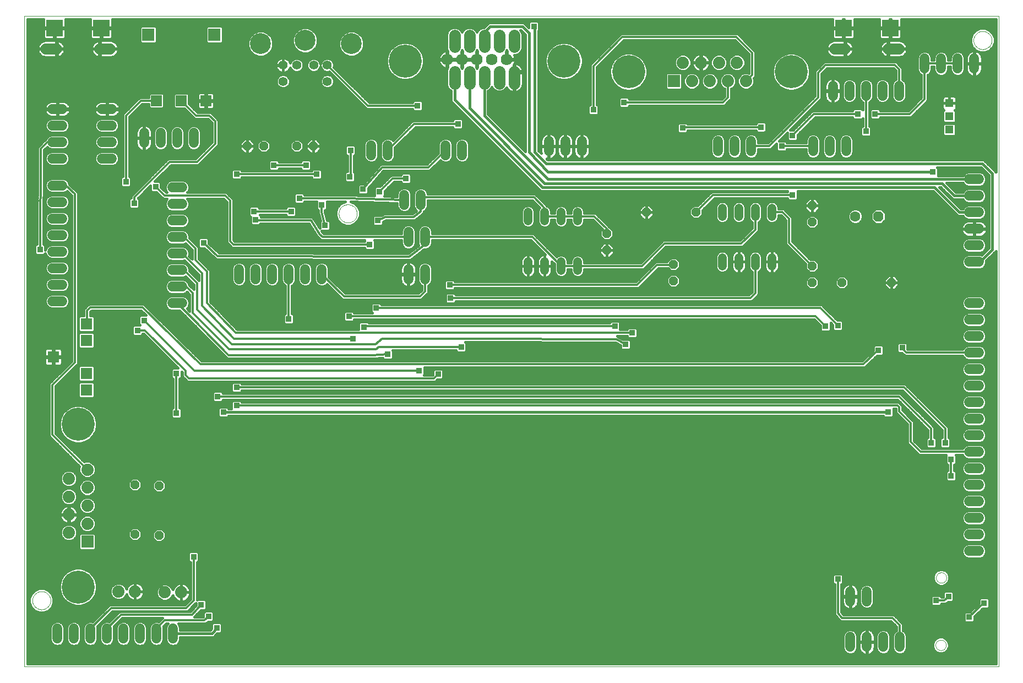
<source format=gbl>
G75*
%MOIN*%
%OFA0B0*%
%FSLAX24Y24*%
%IPPOS*%
%LPD*%
%AMOC8*
5,1,8,0,0,1.08239X$1,22.5*
%
%ADD10C,0.0000*%
%ADD11R,0.0515X0.0515*%
%ADD12R,0.0650X0.0650*%
%ADD13R,0.0768X0.0768*%
%ADD14C,0.0554*%
%ADD15C,0.1266*%
%ADD16R,0.0740X0.0740*%
%ADD17C,0.0740*%
%ADD18C,0.2000*%
%ADD19C,0.0705*%
%ADD20C,0.0705*%
%ADD21C,0.0650*%
%ADD22R,0.0984X0.0984*%
%ADD23R,0.0709X0.0709*%
%ADD24C,0.0600*%
%ADD25OC8,0.0520*%
%ADD26C,0.0520*%
%ADD27OC8,0.0630*%
%ADD28C,0.0630*%
%ADD29C,0.0160*%
%ADD30R,0.0356X0.0356*%
%ADD31C,0.0120*%
D10*
X003113Y000180D02*
X003113Y039550D01*
X062105Y039550D01*
X062105Y000180D01*
X003113Y000180D01*
X003600Y004193D02*
X003602Y004240D01*
X003608Y004286D01*
X003618Y004332D01*
X003631Y004377D01*
X003649Y004420D01*
X003670Y004462D01*
X003694Y004502D01*
X003722Y004539D01*
X003753Y004574D01*
X003787Y004607D01*
X003823Y004636D01*
X003862Y004662D01*
X003903Y004685D01*
X003946Y004704D01*
X003990Y004720D01*
X004035Y004732D01*
X004081Y004740D01*
X004128Y004744D01*
X004174Y004744D01*
X004221Y004740D01*
X004267Y004732D01*
X004312Y004720D01*
X004356Y004704D01*
X004399Y004685D01*
X004440Y004662D01*
X004479Y004636D01*
X004515Y004607D01*
X004549Y004574D01*
X004580Y004539D01*
X004608Y004502D01*
X004632Y004462D01*
X004653Y004420D01*
X004671Y004377D01*
X004684Y004332D01*
X004694Y004286D01*
X004700Y004240D01*
X004702Y004193D01*
X004700Y004146D01*
X004694Y004100D01*
X004684Y004054D01*
X004671Y004009D01*
X004653Y003966D01*
X004632Y003924D01*
X004608Y003884D01*
X004580Y003847D01*
X004549Y003812D01*
X004515Y003779D01*
X004479Y003750D01*
X004440Y003724D01*
X004399Y003701D01*
X004356Y003682D01*
X004312Y003666D01*
X004267Y003654D01*
X004221Y003646D01*
X004174Y003642D01*
X004128Y003642D01*
X004081Y003646D01*
X004035Y003654D01*
X003990Y003666D01*
X003946Y003682D01*
X003903Y003701D01*
X003862Y003724D01*
X003823Y003750D01*
X003787Y003779D01*
X003753Y003812D01*
X003722Y003847D01*
X003694Y003884D01*
X003670Y003924D01*
X003649Y003966D01*
X003631Y004009D01*
X003618Y004054D01*
X003608Y004100D01*
X003602Y004146D01*
X003600Y004193D01*
X022150Y027605D02*
X022152Y027652D01*
X022158Y027698D01*
X022168Y027744D01*
X022181Y027789D01*
X022199Y027832D01*
X022220Y027874D01*
X022244Y027914D01*
X022272Y027951D01*
X022303Y027986D01*
X022337Y028019D01*
X022373Y028048D01*
X022412Y028074D01*
X022453Y028097D01*
X022496Y028116D01*
X022540Y028132D01*
X022585Y028144D01*
X022631Y028152D01*
X022678Y028156D01*
X022724Y028156D01*
X022771Y028152D01*
X022817Y028144D01*
X022862Y028132D01*
X022906Y028116D01*
X022949Y028097D01*
X022990Y028074D01*
X023029Y028048D01*
X023065Y028019D01*
X023099Y027986D01*
X023130Y027951D01*
X023158Y027914D01*
X023182Y027874D01*
X023203Y027832D01*
X023221Y027789D01*
X023234Y027744D01*
X023244Y027698D01*
X023250Y027652D01*
X023252Y027605D01*
X023250Y027558D01*
X023244Y027512D01*
X023234Y027466D01*
X023221Y027421D01*
X023203Y027378D01*
X023182Y027336D01*
X023158Y027296D01*
X023130Y027259D01*
X023099Y027224D01*
X023065Y027191D01*
X023029Y027162D01*
X022990Y027136D01*
X022949Y027113D01*
X022906Y027094D01*
X022862Y027078D01*
X022817Y027066D01*
X022771Y027058D01*
X022724Y027054D01*
X022678Y027054D01*
X022631Y027058D01*
X022585Y027066D01*
X022540Y027078D01*
X022496Y027094D01*
X022453Y027113D01*
X022412Y027136D01*
X022373Y027162D01*
X022337Y027191D01*
X022303Y027224D01*
X022272Y027259D01*
X022244Y027296D01*
X022220Y027336D01*
X022199Y027378D01*
X022181Y027421D01*
X022168Y027466D01*
X022158Y027512D01*
X022152Y027558D01*
X022150Y027605D01*
X058308Y005570D02*
X058310Y005605D01*
X058316Y005640D01*
X058326Y005674D01*
X058339Y005707D01*
X058356Y005738D01*
X058377Y005766D01*
X058400Y005793D01*
X058427Y005816D01*
X058455Y005837D01*
X058486Y005854D01*
X058519Y005867D01*
X058553Y005877D01*
X058588Y005883D01*
X058623Y005885D01*
X058658Y005883D01*
X058693Y005877D01*
X058727Y005867D01*
X058760Y005854D01*
X058791Y005837D01*
X058819Y005816D01*
X058846Y005793D01*
X058869Y005766D01*
X058890Y005738D01*
X058907Y005707D01*
X058920Y005674D01*
X058930Y005640D01*
X058936Y005605D01*
X058938Y005570D01*
X058936Y005535D01*
X058930Y005500D01*
X058920Y005466D01*
X058907Y005433D01*
X058890Y005402D01*
X058869Y005374D01*
X058846Y005347D01*
X058819Y005324D01*
X058791Y005303D01*
X058760Y005286D01*
X058727Y005273D01*
X058693Y005263D01*
X058658Y005257D01*
X058623Y005255D01*
X058588Y005257D01*
X058553Y005263D01*
X058519Y005273D01*
X058486Y005286D01*
X058455Y005303D01*
X058427Y005324D01*
X058400Y005347D01*
X058377Y005374D01*
X058356Y005402D01*
X058339Y005433D01*
X058326Y005466D01*
X058316Y005500D01*
X058310Y005535D01*
X058308Y005570D01*
X058278Y001490D02*
X058280Y001525D01*
X058286Y001560D01*
X058296Y001594D01*
X058309Y001627D01*
X058326Y001658D01*
X058347Y001686D01*
X058370Y001713D01*
X058397Y001736D01*
X058425Y001757D01*
X058456Y001774D01*
X058489Y001787D01*
X058523Y001797D01*
X058558Y001803D01*
X058593Y001805D01*
X058628Y001803D01*
X058663Y001797D01*
X058697Y001787D01*
X058730Y001774D01*
X058761Y001757D01*
X058789Y001736D01*
X058816Y001713D01*
X058839Y001686D01*
X058860Y001658D01*
X058877Y001627D01*
X058890Y001594D01*
X058900Y001560D01*
X058906Y001525D01*
X058908Y001490D01*
X058906Y001455D01*
X058900Y001420D01*
X058890Y001386D01*
X058877Y001353D01*
X058860Y001322D01*
X058839Y001294D01*
X058816Y001267D01*
X058789Y001244D01*
X058761Y001223D01*
X058730Y001206D01*
X058697Y001193D01*
X058663Y001183D01*
X058628Y001177D01*
X058593Y001175D01*
X058558Y001177D01*
X058523Y001183D01*
X058489Y001193D01*
X058456Y001206D01*
X058425Y001223D01*
X058397Y001244D01*
X058370Y001267D01*
X058347Y001294D01*
X058326Y001322D01*
X058309Y001353D01*
X058296Y001386D01*
X058286Y001420D01*
X058280Y001455D01*
X058278Y001490D01*
X060575Y038093D02*
X060577Y038140D01*
X060583Y038186D01*
X060593Y038232D01*
X060606Y038277D01*
X060624Y038320D01*
X060645Y038362D01*
X060669Y038402D01*
X060697Y038439D01*
X060728Y038474D01*
X060762Y038507D01*
X060798Y038536D01*
X060837Y038562D01*
X060878Y038585D01*
X060921Y038604D01*
X060965Y038620D01*
X061010Y038632D01*
X061056Y038640D01*
X061103Y038644D01*
X061149Y038644D01*
X061196Y038640D01*
X061242Y038632D01*
X061287Y038620D01*
X061331Y038604D01*
X061374Y038585D01*
X061415Y038562D01*
X061454Y038536D01*
X061490Y038507D01*
X061524Y038474D01*
X061555Y038439D01*
X061583Y038402D01*
X061607Y038362D01*
X061628Y038320D01*
X061646Y038277D01*
X061659Y038232D01*
X061669Y038186D01*
X061675Y038140D01*
X061677Y038093D01*
X061675Y038046D01*
X061669Y038000D01*
X061659Y037954D01*
X061646Y037909D01*
X061628Y037866D01*
X061607Y037824D01*
X061583Y037784D01*
X061555Y037747D01*
X061524Y037712D01*
X061490Y037679D01*
X061454Y037650D01*
X061415Y037624D01*
X061374Y037601D01*
X061331Y037582D01*
X061287Y037566D01*
X061242Y037554D01*
X061196Y037546D01*
X061149Y037542D01*
X061103Y037542D01*
X061056Y037546D01*
X061010Y037554D01*
X060965Y037566D01*
X060921Y037582D01*
X060878Y037601D01*
X060837Y037624D01*
X060798Y037650D01*
X060762Y037679D01*
X060728Y037712D01*
X060697Y037747D01*
X060669Y037784D01*
X060645Y037824D01*
X060624Y037866D01*
X060606Y037909D01*
X060593Y037954D01*
X060583Y038000D01*
X060577Y038046D01*
X060575Y038093D01*
D11*
X059113Y034280D03*
X059113Y033480D03*
X059113Y032680D03*
D12*
X014113Y034430D03*
X012613Y034430D03*
X011113Y034430D03*
D13*
X010613Y038430D03*
X014613Y038430D03*
D14*
X018775Y036584D03*
X019601Y036584D03*
X020625Y036584D03*
X021452Y036584D03*
X021452Y035599D03*
X018775Y035599D03*
D15*
X017413Y037880D03*
X020113Y038080D03*
X022913Y037880D03*
D16*
X042432Y035621D03*
X006922Y007749D03*
D17*
X006922Y008839D03*
X005804Y008296D03*
X005804Y009387D03*
X005804Y010473D03*
X006922Y009930D03*
X006922Y011021D03*
X005804Y011564D03*
X006922Y012111D03*
X008813Y004730D03*
X009813Y004730D03*
X011613Y004680D03*
X012613Y004680D03*
X043523Y035621D03*
X044613Y035621D03*
X045704Y035621D03*
X046794Y035621D03*
X046247Y036739D03*
X045157Y036739D03*
X044070Y036739D03*
X042979Y036739D03*
D18*
X039692Y036180D03*
X035783Y036830D03*
X026163Y036830D03*
X049534Y036180D03*
X006363Y014851D03*
X006363Y005009D03*
D19*
X029163Y035475D02*
X029163Y036180D01*
X030063Y036180D02*
X030063Y035475D01*
X030963Y035475D02*
X030963Y036180D01*
X031863Y036180D02*
X031863Y035475D01*
X032763Y035475D02*
X032763Y036180D01*
X032763Y037680D02*
X032763Y038385D01*
X031863Y038385D02*
X031863Y037680D01*
X030963Y037680D02*
X030963Y038385D01*
X030063Y038385D02*
X030063Y037680D01*
X029163Y037680D02*
X029163Y038385D01*
D20*
X028713Y036930D03*
X029613Y036930D03*
X030513Y036930D03*
X031413Y036930D03*
X032313Y036930D03*
D21*
X052164Y037576D02*
X052814Y037576D01*
X055412Y037576D02*
X056062Y037576D01*
X008312Y037576D02*
X007662Y037576D01*
X005064Y037576D02*
X004414Y037576D01*
D22*
X004946Y038828D03*
X007781Y038828D03*
X052696Y038828D03*
X055531Y038828D03*
D23*
X006863Y020930D03*
X006863Y019930D03*
X004863Y018930D03*
X006863Y017930D03*
X006863Y016930D03*
D24*
X005413Y022305D02*
X004813Y022305D01*
X004813Y023305D02*
X005413Y023305D01*
X005413Y024305D02*
X004813Y024305D01*
X004813Y025305D02*
X005413Y025305D01*
X005413Y026305D02*
X004813Y026305D01*
X004813Y027305D02*
X005413Y027305D01*
X005413Y028305D02*
X004813Y028305D01*
X004813Y029305D02*
X005413Y029305D01*
X005413Y030930D02*
X004813Y030930D01*
X004813Y031930D02*
X005413Y031930D01*
X005413Y032930D02*
X004813Y032930D01*
X004813Y033930D02*
X005413Y033930D01*
X007813Y033930D02*
X008413Y033930D01*
X008413Y032930D02*
X007813Y032930D01*
X007813Y031930D02*
X008413Y031930D01*
X008413Y030930D02*
X007813Y030930D01*
X010363Y031880D02*
X010363Y032480D01*
X011363Y032480D02*
X011363Y031880D01*
X012363Y031880D02*
X012363Y032480D01*
X013363Y032480D02*
X013363Y031880D01*
X012663Y029180D02*
X012063Y029180D01*
X012063Y028180D02*
X012663Y028180D01*
X012663Y027180D02*
X012063Y027180D01*
X012063Y026180D02*
X012663Y026180D01*
X012663Y025180D02*
X012063Y025180D01*
X012063Y024180D02*
X012663Y024180D01*
X012663Y023180D02*
X012063Y023180D01*
X012063Y022180D02*
X012663Y022180D01*
X016113Y023630D02*
X016113Y024230D01*
X017113Y024230D02*
X017113Y023630D01*
X018113Y023630D02*
X018113Y024230D01*
X019113Y024230D02*
X019113Y023630D01*
X020113Y023630D02*
X020113Y024230D01*
X021113Y024230D02*
X021113Y023630D01*
X026363Y023630D02*
X026363Y024230D01*
X027363Y024230D02*
X027363Y023630D01*
X027363Y025880D02*
X027363Y026480D01*
X026363Y026480D02*
X026363Y025880D01*
X026113Y028130D02*
X026113Y028730D01*
X027113Y028730D02*
X027113Y028130D01*
X028613Y031130D02*
X028613Y031730D01*
X029613Y031730D02*
X029613Y031130D01*
X025113Y031130D02*
X025113Y031730D01*
X024113Y031730D02*
X024113Y031130D01*
X034863Y031380D02*
X034863Y031980D01*
X035863Y031980D02*
X035863Y031380D01*
X036863Y031380D02*
X036863Y031980D01*
X045113Y031980D02*
X045113Y031380D01*
X046113Y031380D02*
X046113Y031980D01*
X047113Y031980D02*
X047113Y031380D01*
X050863Y031380D02*
X050863Y031980D01*
X051863Y031980D02*
X051863Y031380D01*
X052863Y031380D02*
X052863Y031980D01*
X053063Y034730D02*
X053063Y035330D01*
X052063Y035330D02*
X052063Y034730D01*
X054063Y034730D02*
X054063Y035330D01*
X055063Y035330D02*
X055063Y034730D01*
X056063Y034730D02*
X056063Y035330D01*
X057613Y036380D02*
X057613Y036980D01*
X058613Y036980D02*
X058613Y036380D01*
X059613Y036380D02*
X059613Y036980D01*
X060613Y036980D02*
X060613Y036380D01*
X060913Y029680D02*
X060313Y029680D01*
X060313Y028680D02*
X060913Y028680D01*
X060913Y027680D02*
X060313Y027680D01*
X060313Y026680D02*
X060913Y026680D01*
X060913Y025680D02*
X060313Y025680D01*
X060313Y024680D02*
X060913Y024680D01*
X060913Y022180D02*
X060313Y022180D01*
X060313Y021180D02*
X060913Y021180D01*
X060913Y020180D02*
X060313Y020180D01*
X060313Y019180D02*
X060913Y019180D01*
X060913Y018180D02*
X060313Y018180D01*
X060313Y017180D02*
X060913Y017180D01*
X060913Y016180D02*
X060313Y016180D01*
X060313Y015180D02*
X060913Y015180D01*
X060913Y014180D02*
X060313Y014180D01*
X060313Y013180D02*
X060913Y013180D01*
X060913Y012180D02*
X060313Y012180D01*
X060313Y011180D02*
X060913Y011180D01*
X060913Y010180D02*
X060313Y010180D01*
X060313Y009180D02*
X060913Y009180D01*
X060913Y008180D02*
X060313Y008180D01*
X060313Y007180D02*
X060913Y007180D01*
X054113Y004730D02*
X054113Y004130D01*
X053113Y004130D02*
X053113Y004730D01*
X053113Y001980D02*
X053113Y001380D01*
X054113Y001380D02*
X054113Y001980D01*
X055113Y001980D02*
X055113Y001380D01*
X056113Y001380D02*
X056113Y001980D01*
X012113Y001880D02*
X012113Y002480D01*
X011113Y002480D02*
X011113Y001880D01*
X010113Y001880D02*
X010113Y002480D01*
X009113Y002480D02*
X009113Y001880D01*
X008113Y001880D02*
X008113Y002480D01*
X007113Y002480D02*
X007113Y001880D01*
X006113Y001880D02*
X006113Y002480D01*
X005113Y002480D02*
X005113Y001880D01*
D25*
X009813Y008180D03*
X011263Y008130D03*
X011263Y011130D03*
X009813Y011180D03*
X038363Y025380D03*
X038363Y026380D03*
X040763Y027680D03*
X043763Y027680D03*
X042413Y024530D03*
X042413Y023530D03*
X050813Y023430D03*
X050813Y024430D03*
X052613Y023430D03*
X055613Y023430D03*
X050813Y027080D03*
X050813Y028080D03*
X020613Y031680D03*
X019613Y031680D03*
X017613Y031680D03*
X016613Y031680D03*
D26*
X033613Y027690D02*
X033613Y027170D01*
X034613Y027170D02*
X034613Y027690D01*
X035613Y027690D02*
X035613Y027170D01*
X036613Y027170D02*
X036613Y027690D01*
X036613Y024690D02*
X036613Y024170D01*
X035613Y024170D02*
X035613Y024690D01*
X034613Y024690D02*
X034613Y024170D01*
X033613Y024170D02*
X033613Y024690D01*
X045363Y024940D02*
X045363Y024420D01*
X046363Y024420D02*
X046363Y024940D01*
X047363Y024940D02*
X047363Y024420D01*
X048363Y024420D02*
X048363Y024940D01*
X048363Y027420D02*
X048363Y027940D01*
X047363Y027940D02*
X047363Y027420D01*
X046363Y027420D02*
X046363Y027940D01*
X045363Y027940D02*
X045363Y027420D01*
D27*
X054813Y027430D03*
D28*
X053413Y027430D03*
D29*
X052991Y027601D02*
X049376Y027601D01*
X049534Y027442D02*
X050610Y027442D01*
X050648Y027480D02*
X050413Y027246D01*
X050413Y026914D01*
X050648Y026680D01*
X050979Y026680D01*
X051213Y026914D01*
X051213Y027246D01*
X050979Y027480D01*
X050648Y027480D01*
X050631Y027640D02*
X050373Y027898D01*
X050373Y028080D01*
X050813Y028080D01*
X050813Y028080D01*
X050373Y028080D01*
X050373Y028262D01*
X050631Y028520D01*
X050813Y028520D01*
X050813Y028080D01*
X050813Y028080D01*
X050813Y028080D01*
X050813Y027640D01*
X050631Y027640D01*
X050512Y027759D02*
X049217Y027759D01*
X049213Y027763D02*
X049096Y027880D01*
X048763Y027880D01*
X048763Y028020D01*
X048702Y028167D01*
X048590Y028279D01*
X048443Y028340D01*
X048284Y028340D01*
X048137Y028279D01*
X048024Y028167D01*
X047963Y028020D01*
X047963Y027340D01*
X048024Y027193D01*
X048137Y027081D01*
X048284Y027020D01*
X048443Y027020D01*
X048590Y027081D01*
X048702Y027193D01*
X048763Y027340D01*
X048763Y027480D01*
X048930Y027480D01*
X049213Y027197D01*
X049213Y025747D01*
X049330Y025630D01*
X050413Y024547D01*
X050413Y024264D01*
X050648Y024030D01*
X050979Y024030D01*
X051213Y024264D01*
X051213Y024596D01*
X050979Y024830D01*
X050696Y024830D01*
X049613Y025913D01*
X049613Y027363D01*
X049213Y027763D01*
X048968Y027442D02*
X048763Y027442D01*
X048740Y027284D02*
X049127Y027284D01*
X049213Y027125D02*
X048634Y027125D01*
X048093Y027125D02*
X047634Y027125D01*
X047590Y027081D02*
X047702Y027193D01*
X047763Y027340D01*
X047763Y028020D01*
X047702Y028167D01*
X047590Y028279D01*
X047443Y028340D01*
X047284Y028340D01*
X047137Y028279D01*
X047024Y028167D01*
X046963Y028020D01*
X046963Y027340D01*
X047024Y027193D01*
X047137Y027081D01*
X047163Y027070D01*
X047163Y026713D01*
X046430Y025980D01*
X041780Y025980D01*
X041663Y025863D01*
X040430Y024630D01*
X037013Y024630D01*
X037013Y024770D01*
X036952Y024917D01*
X036840Y025029D01*
X036693Y025090D01*
X036534Y025090D01*
X036387Y025029D01*
X036274Y024917D01*
X036213Y024770D01*
X036213Y024630D01*
X036013Y024630D01*
X036013Y024770D01*
X035952Y024917D01*
X035840Y025029D01*
X035693Y025090D01*
X035534Y025090D01*
X035387Y025029D01*
X035342Y024984D01*
X034063Y026263D01*
X033946Y026380D01*
X027803Y026380D01*
X027803Y026568D01*
X027736Y026729D01*
X027612Y026853D01*
X027451Y026920D01*
X027276Y026920D01*
X027114Y026853D01*
X026990Y026729D01*
X026923Y026568D01*
X026923Y025792D01*
X026972Y025676D01*
X026344Y025180D01*
X014893Y025230D01*
X014281Y025805D01*
X014281Y026066D01*
X014199Y026148D01*
X013727Y026148D01*
X013645Y026066D01*
X013645Y025594D01*
X013727Y025512D01*
X014009Y025512D01*
X014674Y024887D01*
X014730Y024830D01*
X014734Y024830D01*
X014736Y024828D01*
X014816Y024830D01*
X026401Y024780D01*
X026472Y024772D01*
X026482Y024780D01*
X026495Y024780D01*
X026546Y024830D01*
X027319Y025440D01*
X027451Y025440D01*
X027612Y025507D01*
X027736Y025631D01*
X027803Y025792D01*
X027803Y025980D01*
X033780Y025980D01*
X034630Y025130D01*
X034613Y025130D01*
X034579Y025130D01*
X034510Y025119D01*
X034444Y025098D01*
X034383Y025066D01*
X034327Y025026D01*
X034278Y024977D01*
X034237Y024921D01*
X034205Y024859D01*
X034184Y024793D01*
X034173Y024725D01*
X034173Y024430D01*
X034173Y024135D01*
X034184Y024067D01*
X034205Y024001D01*
X034237Y023939D01*
X034278Y023883D01*
X034327Y023834D01*
X034383Y023794D01*
X034444Y023762D01*
X034510Y023741D01*
X034579Y023730D01*
X034613Y023730D01*
X034613Y024430D01*
X034173Y024430D01*
X034613Y024430D01*
X034613Y024430D01*
X034613Y024430D01*
X034613Y025130D01*
X034613Y024430D01*
X034613Y024430D01*
X034613Y023730D01*
X034648Y023730D01*
X034716Y023741D01*
X034782Y023762D01*
X034844Y023794D01*
X034900Y023834D01*
X034949Y023883D01*
X034990Y023939D01*
X035021Y024001D01*
X035042Y024067D01*
X035053Y024135D01*
X035053Y024430D01*
X035053Y024707D01*
X035213Y024547D01*
X035213Y024090D01*
X035274Y023943D01*
X035387Y023831D01*
X035534Y023770D01*
X035693Y023770D01*
X035840Y023831D01*
X035952Y023943D01*
X036013Y024090D01*
X036013Y024230D01*
X036213Y024230D01*
X036213Y024090D01*
X036274Y023943D01*
X036387Y023831D01*
X036534Y023770D01*
X036693Y023770D01*
X036840Y023831D01*
X036952Y023943D01*
X037013Y024090D01*
X037013Y024230D01*
X040596Y024230D01*
X041946Y025580D01*
X046596Y025580D01*
X047446Y026430D01*
X047563Y026547D01*
X047563Y027070D01*
X047590Y027081D01*
X047563Y026967D02*
X049213Y026967D01*
X049213Y026808D02*
X047563Y026808D01*
X047563Y026650D02*
X049213Y026650D01*
X049213Y026491D02*
X047507Y026491D01*
X047349Y026333D02*
X049213Y026333D01*
X049213Y026174D02*
X047190Y026174D01*
X047032Y026016D02*
X049213Y026016D01*
X049213Y025857D02*
X046873Y025857D01*
X046715Y025699D02*
X049262Y025699D01*
X049420Y025540D02*
X041906Y025540D01*
X041748Y025382D02*
X049579Y025382D01*
X049737Y025223D02*
X048701Y025223D01*
X048699Y025227D02*
X048650Y025276D01*
X048594Y025316D01*
X048532Y025348D01*
X048466Y025369D01*
X048398Y025380D01*
X048363Y025380D01*
X048329Y025380D01*
X048260Y025369D01*
X048194Y025348D01*
X048133Y025316D01*
X048077Y025276D01*
X048028Y025227D01*
X047987Y025171D01*
X047955Y025109D01*
X047934Y025043D01*
X047923Y024975D01*
X047923Y024680D01*
X047923Y024385D01*
X047934Y024317D01*
X047955Y024251D01*
X047987Y024189D01*
X048028Y024133D01*
X048077Y024084D01*
X048133Y024044D01*
X048194Y024012D01*
X048260Y023991D01*
X048329Y023980D01*
X048363Y023980D01*
X048363Y024680D01*
X047923Y024680D01*
X048363Y024680D01*
X048363Y024680D01*
X048363Y024680D01*
X048363Y025380D01*
X048363Y024680D01*
X048363Y024680D01*
X048363Y023980D01*
X048398Y023980D01*
X048466Y023991D01*
X048532Y024012D01*
X048594Y024044D01*
X048650Y024084D01*
X048699Y024133D01*
X048740Y024189D01*
X048771Y024251D01*
X048792Y024317D01*
X048803Y024385D01*
X048803Y024680D01*
X048803Y024975D01*
X048792Y025043D01*
X048771Y025109D01*
X048740Y025171D01*
X048699Y025227D01*
X048785Y025065D02*
X049896Y025065D01*
X050054Y024906D02*
X048803Y024906D01*
X048803Y024748D02*
X050213Y024748D01*
X050371Y024589D02*
X048803Y024589D01*
X048803Y024680D02*
X048363Y024680D01*
X048803Y024680D01*
X048803Y024431D02*
X050413Y024431D01*
X050413Y024272D02*
X048778Y024272D01*
X048679Y024114D02*
X050564Y024114D01*
X050648Y023830D02*
X050413Y023596D01*
X050413Y023264D01*
X050648Y023030D01*
X050979Y023030D01*
X051213Y023264D01*
X051213Y023596D01*
X050979Y023830D01*
X050648Y023830D01*
X050614Y023797D02*
X047563Y023797D01*
X047563Y023955D02*
X061925Y023955D01*
X061925Y023797D02*
X055869Y023797D01*
X055795Y023870D02*
X055613Y023870D01*
X055431Y023870D01*
X055173Y023612D01*
X055173Y023430D01*
X055173Y023248D01*
X055431Y022990D01*
X055613Y022990D01*
X055613Y023430D01*
X055173Y023430D01*
X055613Y023430D01*
X055613Y023430D01*
X055613Y023430D01*
X055613Y023870D01*
X055613Y023430D01*
X055613Y023430D01*
X055613Y022990D01*
X055795Y022990D01*
X056053Y023248D01*
X056053Y023430D01*
X056053Y023612D01*
X055795Y023870D01*
X055613Y023797D02*
X055613Y023797D01*
X055613Y023638D02*
X055613Y023638D01*
X055613Y023480D02*
X055613Y023480D01*
X055613Y023430D02*
X056053Y023430D01*
X055613Y023430D01*
X055613Y023430D01*
X055613Y023321D02*
X055613Y023321D01*
X055613Y023163D02*
X055613Y023163D01*
X055613Y023004D02*
X055613Y023004D01*
X055417Y023004D02*
X047563Y023004D01*
X047563Y022846D02*
X061925Y022846D01*
X061925Y023004D02*
X055810Y023004D01*
X055968Y023163D02*
X061925Y023163D01*
X061925Y023321D02*
X056053Y023321D01*
X056053Y023480D02*
X061925Y023480D01*
X061925Y023638D02*
X056027Y023638D01*
X055358Y023797D02*
X052812Y023797D01*
X052779Y023830D02*
X053013Y023596D01*
X053013Y023264D01*
X052779Y023030D01*
X052448Y023030D01*
X052213Y023264D01*
X052213Y023596D01*
X052448Y023830D01*
X052779Y023830D01*
X052971Y023638D02*
X055199Y023638D01*
X055173Y023480D02*
X053013Y023480D01*
X053013Y023321D02*
X055173Y023321D01*
X055258Y023163D02*
X052911Y023163D01*
X052315Y023163D02*
X051111Y023163D01*
X051213Y023321D02*
X052213Y023321D01*
X052213Y023480D02*
X051213Y023480D01*
X051171Y023638D02*
X052256Y023638D01*
X052414Y023797D02*
X051012Y023797D01*
X051062Y024114D02*
X061925Y024114D01*
X061925Y024272D02*
X061078Y024272D01*
X061001Y024240D02*
X061162Y024307D01*
X061286Y024431D01*
X061353Y024592D01*
X061353Y024759D01*
X061804Y025210D01*
X061925Y025331D01*
X061925Y000360D01*
X003293Y000360D01*
X003293Y039370D01*
X004281Y039370D01*
X004274Y039344D01*
X004274Y038856D01*
X004918Y038856D01*
X004918Y038800D01*
X004974Y038800D01*
X004974Y038856D01*
X005618Y038856D01*
X005618Y039344D01*
X005611Y039370D01*
X007115Y039370D01*
X007108Y039344D01*
X007108Y038856D01*
X007752Y038856D01*
X007752Y038800D01*
X007108Y038800D01*
X007108Y038312D01*
X007121Y038266D01*
X007144Y038225D01*
X007178Y038192D01*
X007219Y038168D01*
X007265Y038156D01*
X007752Y038156D01*
X007752Y038800D01*
X007809Y038800D01*
X007809Y038856D01*
X008453Y038856D01*
X008453Y039344D01*
X008446Y039370D01*
X052031Y039370D01*
X052024Y039344D01*
X052024Y038856D01*
X052668Y038856D01*
X052668Y038800D01*
X052724Y038800D01*
X052724Y038856D01*
X053368Y038856D01*
X053368Y039344D01*
X053361Y039370D01*
X054865Y039370D01*
X054858Y039344D01*
X054858Y038856D01*
X055502Y038856D01*
X055502Y038800D01*
X054858Y038800D01*
X054858Y038312D01*
X054871Y038266D01*
X054894Y038225D01*
X054928Y038192D01*
X054969Y038168D01*
X055015Y038156D01*
X055502Y038156D01*
X055502Y038800D01*
X055559Y038800D01*
X055559Y038856D01*
X056203Y038856D01*
X056203Y039344D01*
X056196Y039370D01*
X061925Y039370D01*
X061925Y030129D01*
X061333Y030721D01*
X061204Y030850D01*
X034804Y030850D01*
X034739Y030916D01*
X034751Y030912D01*
X034825Y030900D01*
X034843Y030900D01*
X034843Y031660D01*
X034383Y031660D01*
X034383Y031342D01*
X034395Y031268D01*
X034399Y031255D01*
X034233Y031421D01*
X034233Y038646D01*
X034281Y038694D01*
X034281Y039166D01*
X034199Y039248D01*
X033727Y039248D01*
X033645Y039166D01*
X033645Y038859D01*
X033483Y039021D01*
X033354Y039150D01*
X031222Y039150D01*
X030950Y038877D01*
X030865Y038877D01*
X030684Y038803D01*
X030546Y038664D01*
X030513Y038586D01*
X030481Y038664D01*
X030342Y038803D01*
X030161Y038877D01*
X029965Y038877D01*
X029784Y038803D01*
X029646Y038664D01*
X029613Y038586D01*
X029581Y038664D01*
X029442Y038803D01*
X029261Y038877D01*
X029065Y038877D01*
X028884Y038803D01*
X028746Y038664D01*
X028671Y038483D01*
X028671Y037582D01*
X028746Y037401D01*
X028751Y037396D01*
X028751Y036968D01*
X028676Y036968D01*
X028676Y037462D01*
X028671Y037462D01*
X028589Y037449D01*
X028509Y037423D01*
X028434Y037385D01*
X028366Y037336D01*
X028307Y037277D01*
X028258Y037209D01*
X028220Y037134D01*
X028194Y037055D01*
X028181Y036972D01*
X028181Y036968D01*
X028676Y036968D01*
X028676Y036892D01*
X028751Y036892D01*
X028751Y036464D01*
X028746Y036459D01*
X028671Y036278D01*
X028671Y035377D01*
X028746Y035196D01*
X028884Y035057D01*
X028943Y035033D01*
X028943Y034389D01*
X029072Y034260D01*
X034372Y028960D01*
X049295Y028960D01*
X049295Y028930D01*
X044730Y028930D01*
X044613Y028813D01*
X043880Y028080D01*
X043598Y028080D01*
X043363Y027846D01*
X043363Y027514D01*
X043598Y027280D01*
X043929Y027280D01*
X044163Y027514D01*
X044163Y027797D01*
X044896Y028530D01*
X049295Y028530D01*
X049295Y028494D01*
X049377Y028412D01*
X049849Y028412D01*
X049931Y028494D01*
X049931Y028960D01*
X058122Y028960D01*
X059622Y027460D01*
X059928Y027460D01*
X059940Y027431D01*
X060064Y027307D01*
X060226Y027240D01*
X061001Y027240D01*
X061162Y027307D01*
X061286Y027431D01*
X061353Y027592D01*
X061353Y027768D01*
X061286Y027929D01*
X061162Y028053D01*
X061001Y028120D01*
X060226Y028120D01*
X060064Y028053D01*
X059940Y027929D01*
X059928Y027900D01*
X059804Y027900D01*
X058494Y029210D01*
X058572Y029210D01*
X059322Y028460D01*
X059928Y028460D01*
X059940Y028431D01*
X060064Y028307D01*
X060226Y028240D01*
X061001Y028240D01*
X061162Y028307D01*
X061286Y028431D01*
X061353Y028592D01*
X061353Y028768D01*
X061286Y028929D01*
X061162Y029053D01*
X061001Y029120D01*
X060226Y029120D01*
X060064Y029053D01*
X059940Y028929D01*
X059928Y028900D01*
X059504Y028900D01*
X058944Y029460D01*
X059928Y029460D01*
X059940Y029431D01*
X060064Y029307D01*
X060226Y029240D01*
X061001Y029240D01*
X061162Y029307D01*
X061286Y029431D01*
X061353Y029592D01*
X061353Y029768D01*
X061286Y029929D01*
X061162Y030053D01*
X061001Y030120D01*
X060226Y030120D01*
X060064Y030053D01*
X059940Y029929D01*
X059928Y029900D01*
X058431Y029900D01*
X058431Y030366D01*
X058387Y030410D01*
X061022Y030410D01*
X061493Y029939D01*
X061493Y025521D01*
X061065Y025093D01*
X061001Y025120D01*
X060226Y025120D01*
X060064Y025053D01*
X059940Y024929D01*
X059873Y024768D01*
X059873Y024592D01*
X059940Y024431D01*
X060064Y024307D01*
X060226Y024240D01*
X061001Y024240D01*
X061286Y024431D02*
X061925Y024431D01*
X061925Y024589D02*
X061352Y024589D01*
X061353Y024748D02*
X061925Y024748D01*
X061925Y024906D02*
X061500Y024906D01*
X061659Y025065D02*
X061925Y025065D01*
X061925Y025223D02*
X061817Y025223D01*
X061713Y025430D02*
X061713Y030030D01*
X061113Y030630D01*
X034713Y030630D01*
X034013Y031330D01*
X034013Y038880D01*
X033963Y038930D01*
X034281Y038854D02*
X052668Y038854D01*
X052668Y038856D02*
X052668Y039370D01*
X052724Y039370D01*
X052724Y038856D01*
X052668Y038856D01*
X052724Y038854D02*
X055502Y038854D01*
X055502Y038856D02*
X055502Y039370D01*
X055559Y039370D01*
X055559Y038856D01*
X055502Y038856D01*
X055559Y038854D02*
X061925Y038854D01*
X061925Y038696D02*
X061557Y038696D01*
X061540Y038712D02*
X061271Y038824D01*
X060980Y038824D01*
X060712Y038712D01*
X060506Y038507D01*
X060395Y038238D01*
X060395Y037947D01*
X060506Y037678D01*
X060712Y037473D01*
X060980Y037361D01*
X061271Y037361D01*
X061540Y037473D01*
X061746Y037678D01*
X061857Y037947D01*
X061857Y038238D01*
X061746Y038507D01*
X061540Y038712D01*
X061715Y038537D02*
X061925Y038537D01*
X061925Y038379D02*
X061799Y038379D01*
X061857Y038220D02*
X061925Y038220D01*
X061925Y038062D02*
X061857Y038062D01*
X061839Y037903D02*
X061925Y037903D01*
X061925Y037745D02*
X061773Y037745D01*
X061653Y037586D02*
X061925Y037586D01*
X061925Y037428D02*
X061431Y037428D01*
X061024Y037232D02*
X060979Y037293D01*
X060926Y037346D01*
X060865Y037391D01*
X060797Y037425D01*
X060726Y037448D01*
X060651Y037460D01*
X060633Y037460D01*
X060633Y036700D01*
X060593Y036700D01*
X060593Y036660D01*
X060133Y036660D01*
X060133Y036342D01*
X060145Y036268D01*
X060168Y036196D01*
X060203Y036128D01*
X060247Y036067D01*
X060301Y036014D01*
X060362Y035969D01*
X060429Y035935D01*
X060501Y035912D01*
X060575Y035900D01*
X060593Y035900D01*
X060593Y036660D01*
X060633Y036660D01*
X060633Y035900D01*
X060651Y035900D01*
X060726Y035912D01*
X060797Y035935D01*
X060865Y035969D01*
X060926Y036014D01*
X060979Y036067D01*
X061024Y036128D01*
X061058Y036196D01*
X061081Y036268D01*
X061093Y036342D01*
X061093Y036660D01*
X060633Y036660D01*
X060633Y036700D01*
X061093Y036700D01*
X061093Y037018D01*
X061081Y037092D01*
X061058Y037164D01*
X061024Y037232D01*
X060997Y037269D02*
X061925Y037269D01*
X061925Y037111D02*
X061076Y037111D01*
X061093Y036952D02*
X061925Y036952D01*
X061925Y036794D02*
X061093Y036794D01*
X061093Y036635D02*
X061925Y036635D01*
X061925Y036477D02*
X061093Y036477D01*
X061089Y036318D02*
X061925Y036318D01*
X061925Y036160D02*
X061040Y036160D01*
X060908Y036001D02*
X061925Y036001D01*
X061925Y035843D02*
X057813Y035843D01*
X057813Y035987D02*
X057862Y036007D01*
X057986Y036131D01*
X058053Y036292D01*
X058053Y036480D01*
X058173Y036480D01*
X058173Y036292D01*
X058240Y036131D01*
X058364Y036007D01*
X058526Y035940D01*
X058701Y035940D01*
X058862Y036007D01*
X058986Y036131D01*
X059053Y036292D01*
X059053Y036480D01*
X059173Y036480D01*
X059173Y036292D01*
X059240Y036131D01*
X059364Y036007D01*
X059526Y035940D01*
X059701Y035940D01*
X059862Y036007D01*
X059986Y036131D01*
X060053Y036292D01*
X060053Y037068D01*
X059986Y037229D01*
X059862Y037353D01*
X059701Y037420D01*
X059526Y037420D01*
X059364Y037353D01*
X059240Y037229D01*
X059173Y037068D01*
X059173Y036880D01*
X059053Y036880D01*
X059053Y037068D01*
X058986Y037229D01*
X058862Y037353D01*
X058701Y037420D01*
X058526Y037420D01*
X058364Y037353D01*
X058240Y037229D01*
X058173Y037068D01*
X058173Y036880D01*
X058053Y036880D01*
X058053Y037068D01*
X057986Y037229D01*
X057862Y037353D01*
X057701Y037420D01*
X057526Y037420D01*
X057364Y037353D01*
X057240Y037229D01*
X057173Y037068D01*
X057173Y036292D01*
X057240Y036131D01*
X057364Y036007D01*
X057413Y035987D01*
X057413Y034613D01*
X056630Y033830D01*
X054931Y033830D01*
X054931Y033866D01*
X054849Y033948D01*
X054377Y033948D01*
X054295Y033866D01*
X054295Y033394D01*
X054377Y033312D01*
X054849Y033312D01*
X054931Y033394D01*
X054931Y033430D01*
X056796Y033430D01*
X057696Y034330D01*
X057813Y034447D01*
X057813Y035987D01*
X057848Y036001D02*
X058378Y036001D01*
X058228Y036160D02*
X057998Y036160D01*
X058053Y036318D02*
X058173Y036318D01*
X058173Y036477D02*
X058053Y036477D01*
X058053Y036952D02*
X058173Y036952D01*
X058191Y037111D02*
X058035Y037111D01*
X057946Y037269D02*
X058280Y037269D01*
X058946Y037269D02*
X059280Y037269D01*
X059191Y037111D02*
X059035Y037111D01*
X059053Y036952D02*
X059173Y036952D01*
X059173Y036477D02*
X059053Y036477D01*
X059053Y036318D02*
X059173Y036318D01*
X059228Y036160D02*
X058998Y036160D01*
X058848Y036001D02*
X059378Y036001D01*
X059848Y036001D02*
X060318Y036001D01*
X060187Y036160D02*
X059998Y036160D01*
X060053Y036318D02*
X060137Y036318D01*
X060133Y036477D02*
X060053Y036477D01*
X060053Y036635D02*
X060133Y036635D01*
X060133Y036700D02*
X060593Y036700D01*
X060593Y037460D01*
X060575Y037460D01*
X060501Y037448D01*
X060429Y037425D01*
X060362Y037391D01*
X060301Y037346D01*
X060247Y037293D01*
X060203Y037232D01*
X060168Y037164D01*
X060145Y037092D01*
X060133Y037018D01*
X060133Y036700D01*
X060133Y036794D02*
X060053Y036794D01*
X060053Y036952D02*
X060133Y036952D01*
X060151Y037111D02*
X060035Y037111D01*
X059946Y037269D02*
X060230Y037269D01*
X060437Y037428D02*
X056545Y037428D01*
X056554Y037457D02*
X056530Y037382D01*
X056494Y037311D01*
X056447Y037247D01*
X056391Y037191D01*
X056327Y037144D01*
X056256Y037108D01*
X056180Y037083D01*
X056102Y037071D01*
X055441Y037071D01*
X055441Y037547D01*
X055384Y037547D01*
X055384Y037071D01*
X055373Y037071D01*
X055294Y037083D01*
X055219Y037108D01*
X055148Y037144D01*
X055084Y037191D01*
X055027Y037247D01*
X054981Y037311D01*
X054945Y037382D01*
X054920Y037457D01*
X054908Y037536D01*
X054908Y037547D01*
X055384Y037547D01*
X055384Y037604D01*
X054908Y037604D01*
X054908Y037615D01*
X054920Y037694D01*
X054945Y037769D01*
X054981Y037840D01*
X055027Y037905D01*
X055084Y037961D01*
X055148Y038007D01*
X055219Y038043D01*
X055294Y038068D01*
X055373Y038080D01*
X055384Y038080D01*
X055384Y037604D01*
X055441Y037604D01*
X056567Y037604D01*
X056567Y037615D01*
X056554Y037694D01*
X056530Y037769D01*
X056494Y037840D01*
X056447Y037905D01*
X056391Y037961D01*
X056327Y038007D01*
X056256Y038043D01*
X056180Y038068D01*
X056102Y038080D01*
X055441Y038080D01*
X055441Y037604D01*
X055441Y037547D01*
X056567Y037547D01*
X056567Y037536D01*
X056554Y037457D01*
X056463Y037269D02*
X057280Y037269D01*
X057191Y037111D02*
X056261Y037111D01*
X055896Y036780D02*
X051530Y036780D01*
X051413Y036663D01*
X050963Y036213D01*
X050963Y034713D01*
X048130Y031880D01*
X047553Y031880D01*
X047553Y032068D01*
X047486Y032229D01*
X047362Y032353D01*
X047201Y032420D01*
X047026Y032420D01*
X046864Y032353D01*
X046740Y032229D01*
X046673Y032068D01*
X046673Y031292D01*
X046740Y031131D01*
X046864Y031007D01*
X047026Y030940D01*
X047201Y030940D01*
X047362Y031007D01*
X047486Y031131D01*
X047553Y031292D01*
X047553Y031480D01*
X048296Y031480D01*
X048413Y031597D01*
X048645Y031829D01*
X048645Y031444D01*
X048727Y031362D01*
X049199Y031362D01*
X049281Y031444D01*
X049281Y031480D01*
X050423Y031480D01*
X050423Y031292D01*
X050490Y031131D01*
X050614Y031007D01*
X050776Y030940D01*
X050951Y030940D01*
X051112Y031007D01*
X051236Y031131D01*
X051303Y031292D01*
X051303Y032068D01*
X051236Y032229D01*
X051112Y032353D01*
X050951Y032420D01*
X050776Y032420D01*
X050614Y032353D01*
X050490Y032229D01*
X050423Y032068D01*
X050423Y031880D01*
X049281Y031880D01*
X049281Y031916D01*
X049199Y031998D01*
X048814Y031998D01*
X049295Y032479D01*
X049295Y032094D01*
X049377Y032012D01*
X049849Y032012D01*
X049931Y032094D01*
X049931Y032365D01*
X050996Y033430D01*
X053245Y033430D01*
X053245Y033394D01*
X053327Y033312D01*
X053799Y033312D01*
X053863Y033376D01*
X053863Y032898D01*
X053827Y032898D01*
X053745Y032816D01*
X053745Y032344D01*
X053827Y032262D01*
X054299Y032262D01*
X054381Y032344D01*
X054381Y032816D01*
X054299Y032898D01*
X054263Y032898D01*
X054263Y034337D01*
X054312Y034357D01*
X054436Y034481D01*
X054503Y034642D01*
X054503Y035418D01*
X054436Y035579D01*
X054312Y035703D01*
X054151Y035770D01*
X053976Y035770D01*
X053814Y035703D01*
X053690Y035579D01*
X053623Y035418D01*
X053623Y034642D01*
X053690Y034481D01*
X053814Y034357D01*
X053863Y034337D01*
X053863Y033884D01*
X053799Y033948D01*
X053327Y033948D01*
X053245Y033866D01*
X053245Y033830D01*
X050830Y033830D01*
X050713Y033713D01*
X049648Y032648D01*
X049464Y032648D01*
X051246Y034430D01*
X051363Y034547D01*
X051363Y036047D01*
X051696Y036380D01*
X055730Y036380D01*
X055863Y036247D01*
X055863Y035723D01*
X055814Y035703D01*
X055690Y035579D01*
X055623Y035418D01*
X055623Y034642D01*
X055690Y034481D01*
X055814Y034357D01*
X055976Y034290D01*
X056151Y034290D01*
X056312Y034357D01*
X056436Y034481D01*
X056503Y034642D01*
X056503Y035418D01*
X056436Y035579D01*
X056312Y035703D01*
X056263Y035723D01*
X056263Y036413D01*
X056146Y036530D01*
X055896Y036780D01*
X056041Y036635D02*
X057173Y036635D01*
X057173Y036477D02*
X056200Y036477D01*
X056263Y036318D02*
X057173Y036318D01*
X057228Y036160D02*
X056263Y036160D01*
X056263Y036001D02*
X057378Y036001D01*
X057413Y035843D02*
X056263Y035843D01*
X056331Y035684D02*
X057413Y035684D01*
X057413Y035526D02*
X056458Y035526D01*
X056503Y035367D02*
X057413Y035367D01*
X057413Y035209D02*
X056503Y035209D01*
X056503Y035050D02*
X057413Y035050D01*
X057413Y034892D02*
X056503Y034892D01*
X056503Y034733D02*
X057413Y034733D01*
X057375Y034575D02*
X056475Y034575D01*
X056372Y034416D02*
X057216Y034416D01*
X057058Y034258D02*
X054263Y034258D01*
X054263Y034099D02*
X056899Y034099D01*
X056741Y033941D02*
X054857Y033941D01*
X054976Y034290D02*
X055151Y034290D01*
X055312Y034357D01*
X055436Y034481D01*
X055503Y034642D01*
X055503Y035418D01*
X055436Y035579D01*
X055312Y035703D01*
X055151Y035770D01*
X054976Y035770D01*
X054814Y035703D01*
X054690Y035579D01*
X054623Y035418D01*
X054623Y034642D01*
X054690Y034481D01*
X054814Y034357D01*
X054976Y034290D01*
X054755Y034416D02*
X054372Y034416D01*
X054475Y034575D02*
X054651Y034575D01*
X054623Y034733D02*
X054503Y034733D01*
X054503Y034892D02*
X054623Y034892D01*
X054623Y035050D02*
X054503Y035050D01*
X054503Y035209D02*
X054623Y035209D01*
X054623Y035367D02*
X054503Y035367D01*
X054458Y035526D02*
X054668Y035526D01*
X054795Y035684D02*
X054331Y035684D01*
X053795Y035684D02*
X053331Y035684D01*
X053312Y035703D02*
X053151Y035770D01*
X052976Y035770D01*
X052814Y035703D01*
X052690Y035579D01*
X052623Y035418D01*
X052623Y034642D01*
X052690Y034481D01*
X052814Y034357D01*
X052976Y034290D01*
X053151Y034290D01*
X053312Y034357D01*
X053436Y034481D01*
X053503Y034642D01*
X053503Y035418D01*
X053436Y035579D01*
X053312Y035703D01*
X053458Y035526D02*
X053668Y035526D01*
X053623Y035367D02*
X053503Y035367D01*
X053503Y035209D02*
X053623Y035209D01*
X053623Y035050D02*
X053503Y035050D01*
X053503Y034892D02*
X053623Y034892D01*
X053623Y034733D02*
X053503Y034733D01*
X053475Y034575D02*
X053651Y034575D01*
X053755Y034416D02*
X053372Y034416D01*
X053320Y033941D02*
X050757Y033941D01*
X050782Y033782D02*
X050598Y033782D01*
X050624Y033624D02*
X050440Y033624D01*
X050465Y033465D02*
X050281Y033465D01*
X050307Y033307D02*
X050123Y033307D01*
X050148Y033148D02*
X049964Y033148D01*
X049990Y032990D02*
X049806Y032990D01*
X049831Y032831D02*
X049647Y032831D01*
X049673Y032673D02*
X049489Y032673D01*
X049295Y032356D02*
X049172Y032356D01*
X049295Y032197D02*
X049013Y032197D01*
X048855Y032039D02*
X049350Y032039D01*
X049281Y031880D02*
X050423Y031880D01*
X050423Y032039D02*
X049876Y032039D01*
X049931Y032197D02*
X050477Y032197D01*
X050620Y032356D02*
X049931Y032356D01*
X050080Y032514D02*
X053745Y032514D01*
X053745Y032356D02*
X053106Y032356D01*
X053112Y032353D02*
X052951Y032420D01*
X052776Y032420D01*
X052614Y032353D01*
X052490Y032229D01*
X052423Y032068D01*
X052423Y031292D01*
X052490Y031131D01*
X052614Y031007D01*
X052776Y030940D01*
X052951Y030940D01*
X053112Y031007D01*
X053236Y031131D01*
X053303Y031292D01*
X053303Y032068D01*
X053236Y032229D01*
X053112Y032353D01*
X053250Y032197D02*
X061925Y032197D01*
X061925Y032039D02*
X053303Y032039D01*
X053303Y031880D02*
X061925Y031880D01*
X061925Y031722D02*
X053303Y031722D01*
X053303Y031563D02*
X061925Y031563D01*
X061925Y031405D02*
X053303Y031405D01*
X053284Y031246D02*
X061925Y031246D01*
X061925Y031088D02*
X053193Y031088D01*
X052533Y031088D02*
X052193Y031088D01*
X052236Y031131D02*
X052303Y031292D01*
X052303Y032068D01*
X052236Y032229D01*
X052112Y032353D01*
X051951Y032420D01*
X051776Y032420D01*
X051614Y032353D01*
X051490Y032229D01*
X051423Y032068D01*
X051423Y031292D01*
X051490Y031131D01*
X051614Y031007D01*
X051776Y030940D01*
X051951Y030940D01*
X052112Y031007D01*
X052236Y031131D01*
X052284Y031246D02*
X052442Y031246D01*
X052423Y031405D02*
X052303Y031405D01*
X052303Y031563D02*
X052423Y031563D01*
X052423Y031722D02*
X052303Y031722D01*
X052303Y031880D02*
X052423Y031880D01*
X052423Y032039D02*
X052303Y032039D01*
X052250Y032197D02*
X052477Y032197D01*
X052620Y032356D02*
X052106Y032356D01*
X051620Y032356D02*
X051106Y032356D01*
X051250Y032197D02*
X051477Y032197D01*
X051423Y032039D02*
X051303Y032039D01*
X051303Y031880D02*
X051423Y031880D01*
X051423Y031722D02*
X051303Y031722D01*
X051303Y031563D02*
X051423Y031563D01*
X051423Y031405D02*
X051303Y031405D01*
X051284Y031246D02*
X051442Y031246D01*
X051533Y031088D02*
X051193Y031088D01*
X050533Y031088D02*
X047443Y031088D01*
X047534Y031246D02*
X050442Y031246D01*
X050423Y031405D02*
X049242Y031405D01*
X048684Y031405D02*
X047553Y031405D01*
X047553Y031880D02*
X048130Y031880D01*
X048289Y032039D02*
X047553Y032039D01*
X047500Y032197D02*
X048447Y032197D01*
X048606Y032356D02*
X047356Y032356D01*
X047477Y032512D02*
X047949Y032512D01*
X048031Y032594D01*
X048031Y033066D01*
X047949Y033148D01*
X047477Y033148D01*
X034233Y033148D01*
X034233Y032990D02*
X042645Y032990D01*
X042645Y033016D02*
X042645Y032544D01*
X042727Y032462D01*
X043199Y032462D01*
X043281Y032544D01*
X043281Y032630D01*
X047395Y032630D01*
X047395Y032594D01*
X047477Y032512D01*
X047475Y032514D02*
X043251Y032514D01*
X043267Y033030D02*
X043199Y033098D01*
X042727Y033098D01*
X042645Y033016D01*
X042645Y032831D02*
X034233Y032831D01*
X034233Y032673D02*
X042645Y032673D01*
X042675Y032514D02*
X034233Y032514D01*
X034233Y032356D02*
X034564Y032356D01*
X034551Y032346D02*
X034497Y032293D01*
X034453Y032232D01*
X034418Y032164D01*
X034395Y032092D01*
X034383Y032018D01*
X034383Y031700D01*
X034843Y031700D01*
X034843Y031660D01*
X034883Y031660D01*
X034883Y030900D01*
X034901Y030900D01*
X034976Y030912D01*
X035047Y030935D01*
X035115Y030969D01*
X035176Y031014D01*
X035229Y031067D01*
X035274Y031128D01*
X035308Y031196D01*
X035331Y031268D01*
X035343Y031342D01*
X035343Y031660D01*
X034883Y031660D01*
X034883Y031700D01*
X034843Y031700D01*
X034843Y032460D01*
X034825Y032460D01*
X034751Y032448D01*
X034679Y032425D01*
X034612Y032391D01*
X034551Y032346D01*
X034435Y032197D02*
X034233Y032197D01*
X034233Y032039D02*
X034387Y032039D01*
X034383Y031880D02*
X034233Y031880D01*
X034233Y031722D02*
X034383Y031722D01*
X034383Y031563D02*
X034233Y031563D01*
X034250Y031405D02*
X034383Y031405D01*
X034843Y031405D02*
X034883Y031405D01*
X034883Y031563D02*
X034843Y031563D01*
X034883Y031700D02*
X035343Y031700D01*
X035343Y032018D01*
X035331Y032092D01*
X035308Y032164D01*
X035274Y032232D01*
X035229Y032293D01*
X035176Y032346D01*
X035115Y032391D01*
X035047Y032425D01*
X034976Y032448D01*
X034901Y032460D01*
X034883Y032460D01*
X034883Y031700D01*
X034883Y031722D02*
X034843Y031722D01*
X034843Y031880D02*
X034883Y031880D01*
X034883Y032039D02*
X034843Y032039D01*
X034843Y032197D02*
X034883Y032197D01*
X034883Y032356D02*
X034843Y032356D01*
X035163Y032356D02*
X035564Y032356D01*
X035551Y032346D02*
X035497Y032293D01*
X035453Y032232D01*
X035418Y032164D01*
X035395Y032092D01*
X035383Y032018D01*
X035383Y031700D01*
X035843Y031700D01*
X035843Y031660D01*
X035383Y031660D01*
X035383Y031342D01*
X035395Y031268D01*
X035418Y031196D01*
X035453Y031128D01*
X035497Y031067D01*
X035551Y031014D01*
X035612Y030969D01*
X035679Y030935D01*
X035751Y030912D01*
X035825Y030900D01*
X035843Y030900D01*
X035843Y031660D01*
X035883Y031660D01*
X035883Y030900D01*
X035901Y030900D01*
X035976Y030912D01*
X036047Y030935D01*
X036115Y030969D01*
X036176Y031014D01*
X036229Y031067D01*
X036274Y031128D01*
X036308Y031196D01*
X036331Y031268D01*
X036343Y031342D01*
X036343Y031660D01*
X035883Y031660D01*
X035883Y031700D01*
X035843Y031700D01*
X035843Y032460D01*
X035825Y032460D01*
X035751Y032448D01*
X035679Y032425D01*
X035612Y032391D01*
X035551Y032346D01*
X035435Y032197D02*
X035291Y032197D01*
X035340Y032039D02*
X035387Y032039D01*
X035383Y031880D02*
X035343Y031880D01*
X035343Y031722D02*
X035383Y031722D01*
X035383Y031563D02*
X035343Y031563D01*
X035343Y031405D02*
X035383Y031405D01*
X035402Y031246D02*
X035324Y031246D01*
X035244Y031088D02*
X035482Y031088D01*
X035698Y030929D02*
X035029Y030929D01*
X034883Y030929D02*
X034843Y030929D01*
X034843Y031088D02*
X034883Y031088D01*
X034883Y031246D02*
X034843Y031246D01*
X035843Y031246D02*
X035883Y031246D01*
X035883Y031088D02*
X035843Y031088D01*
X035843Y030929D02*
X035883Y030929D01*
X036029Y030929D02*
X036698Y030929D01*
X036679Y030935D02*
X036751Y030912D01*
X036825Y030900D01*
X036843Y030900D01*
X036843Y031660D01*
X036383Y031660D01*
X036383Y031342D01*
X036395Y031268D01*
X036418Y031196D01*
X036453Y031128D01*
X036497Y031067D01*
X036551Y031014D01*
X036612Y030969D01*
X036679Y030935D01*
X036843Y030929D02*
X036883Y030929D01*
X036883Y030900D02*
X036901Y030900D01*
X036976Y030912D01*
X037047Y030935D01*
X037115Y030969D01*
X037176Y031014D01*
X037229Y031067D01*
X037274Y031128D01*
X037308Y031196D01*
X037331Y031268D01*
X037343Y031342D01*
X037343Y031660D01*
X036883Y031660D01*
X036883Y030900D01*
X037029Y030929D02*
X061925Y030929D01*
X061925Y030771D02*
X061284Y030771D01*
X061442Y030612D02*
X061925Y030612D01*
X061925Y030454D02*
X061601Y030454D01*
X061759Y030295D02*
X061925Y030295D01*
X061918Y030137D02*
X061925Y030137D01*
X061454Y029978D02*
X061237Y029978D01*
X061296Y030137D02*
X058431Y030137D01*
X058431Y030295D02*
X061137Y030295D01*
X061332Y029820D02*
X061493Y029820D01*
X061493Y029661D02*
X061353Y029661D01*
X061316Y029503D02*
X061493Y029503D01*
X061493Y029344D02*
X061200Y029344D01*
X061188Y029027D02*
X061493Y029027D01*
X061493Y028869D02*
X061311Y028869D01*
X061353Y028710D02*
X061493Y028710D01*
X061493Y028552D02*
X061336Y028552D01*
X061249Y028393D02*
X061493Y028393D01*
X061493Y028235D02*
X059470Y028235D01*
X059311Y028393D02*
X059978Y028393D01*
X060120Y028076D02*
X059628Y028076D01*
X059787Y027918D02*
X059935Y027918D01*
X059713Y027680D02*
X058213Y029180D01*
X034463Y029180D01*
X029163Y034480D01*
X029163Y036180D01*
X028671Y036160D02*
X027093Y036160D01*
X027075Y036130D02*
X027226Y036390D01*
X027303Y036680D01*
X027303Y036980D01*
X027226Y037270D01*
X027075Y037530D01*
X026863Y037742D01*
X026603Y037892D01*
X026313Y037970D01*
X026013Y037970D01*
X025723Y037892D01*
X025463Y037742D01*
X025251Y037530D01*
X025101Y037270D01*
X025023Y036980D01*
X025023Y036680D01*
X025101Y036390D01*
X025251Y036130D01*
X025463Y035918D01*
X025723Y035768D01*
X026013Y035690D01*
X026313Y035690D01*
X026603Y035768D01*
X026863Y035918D01*
X027075Y036130D01*
X026946Y036001D02*
X028671Y036001D01*
X028671Y035843D02*
X026733Y035843D01*
X027184Y036318D02*
X028687Y036318D01*
X028676Y036398D02*
X028676Y036892D01*
X028181Y036892D01*
X028181Y036888D01*
X028194Y036805D01*
X028220Y036726D01*
X028258Y036651D01*
X028307Y036583D01*
X028366Y036524D01*
X028434Y036475D01*
X028509Y036437D01*
X028589Y036411D01*
X028671Y036398D01*
X028676Y036398D01*
X028676Y036477D02*
X028751Y036477D01*
X028751Y036635D02*
X028676Y036635D01*
X028676Y036794D02*
X028751Y036794D01*
X028751Y036892D02*
X028751Y036968D01*
X029246Y036968D01*
X029576Y036968D01*
X029576Y037396D01*
X029581Y037401D01*
X029613Y037479D01*
X029646Y037401D01*
X029651Y037396D01*
X029651Y036968D01*
X029576Y036968D01*
X029576Y036892D01*
X029651Y036892D01*
X029651Y036464D01*
X029646Y036459D01*
X029613Y036381D01*
X029581Y036459D01*
X029576Y036464D01*
X029576Y036892D01*
X028751Y036892D01*
X028751Y036952D02*
X029576Y036952D01*
X029651Y036952D02*
X030476Y036952D01*
X030476Y036968D02*
X030476Y036892D01*
X030551Y036892D01*
X030551Y036464D01*
X030546Y036459D01*
X030513Y036381D01*
X030481Y036459D01*
X030476Y036464D01*
X030476Y036892D01*
X029651Y036892D01*
X029651Y036968D01*
X029981Y036968D01*
X030476Y036968D01*
X030476Y037396D01*
X030481Y037401D01*
X030513Y037479D01*
X030546Y037401D01*
X030551Y037396D01*
X030551Y036968D01*
X030476Y036968D01*
X030476Y037111D02*
X030551Y037111D01*
X030551Y037269D02*
X030476Y037269D01*
X030492Y037428D02*
X030535Y037428D01*
X030963Y037680D02*
X030963Y038580D01*
X031313Y038930D01*
X033263Y038930D01*
X033663Y038530D01*
X033663Y031330D01*
X034813Y030130D01*
X058113Y030130D01*
X058431Y029978D02*
X059989Y029978D01*
X060613Y029680D02*
X034813Y029680D01*
X030963Y033530D01*
X030963Y036180D01*
X030551Y036477D02*
X030476Y036477D01*
X030476Y036635D02*
X030551Y036635D01*
X030551Y036794D02*
X030476Y036794D01*
X030063Y036180D02*
X030063Y033980D01*
X034613Y029430D01*
X058663Y029430D01*
X059413Y028680D01*
X060613Y028680D01*
X060038Y029027D02*
X059377Y029027D01*
X059219Y029186D02*
X061493Y029186D01*
X060027Y029344D02*
X059060Y029344D01*
X058755Y029027D02*
X058677Y029027D01*
X058597Y029186D02*
X058519Y029186D01*
X058214Y028869D02*
X049931Y028869D01*
X049931Y028710D02*
X058372Y028710D01*
X058531Y028552D02*
X049931Y028552D01*
X050373Y028235D02*
X048634Y028235D01*
X048740Y028076D02*
X050373Y028076D01*
X050373Y027918D02*
X048763Y027918D01*
X048092Y028235D02*
X047634Y028235D01*
X047740Y028076D02*
X047987Y028076D01*
X047963Y027918D02*
X047763Y027918D01*
X047763Y027759D02*
X047963Y027759D01*
X047963Y027601D02*
X047763Y027601D01*
X047763Y027442D02*
X047963Y027442D01*
X047987Y027284D02*
X047740Y027284D01*
X047163Y026967D02*
X038360Y026967D01*
X038446Y026880D02*
X037696Y027630D01*
X037013Y027630D01*
X037013Y027770D01*
X036952Y027917D01*
X036840Y028029D01*
X036693Y028090D01*
X036534Y028090D01*
X036387Y028029D01*
X036274Y027917D01*
X036213Y027770D01*
X036213Y027630D01*
X036013Y027630D01*
X036013Y027770D01*
X035952Y027917D01*
X035840Y028029D01*
X035693Y028090D01*
X035534Y028090D01*
X035387Y028029D01*
X035274Y027917D01*
X035213Y027770D01*
X035213Y027630D01*
X035013Y027630D01*
X035013Y027770D01*
X034952Y027917D01*
X034840Y028029D01*
X034767Y028059D01*
X034163Y028663D01*
X034046Y028780D01*
X027553Y028780D01*
X027553Y028818D01*
X027486Y028979D01*
X027362Y029103D01*
X027201Y029170D01*
X027026Y029170D01*
X026864Y029103D01*
X026740Y028979D01*
X026673Y028818D01*
X026673Y028042D01*
X026740Y027881D01*
X026846Y027775D01*
X026595Y027580D01*
X025000Y027580D01*
X024958Y027596D01*
X024921Y027580D01*
X024880Y027580D01*
X024848Y027548D01*
X024737Y027498D01*
X024277Y027498D01*
X024195Y027416D01*
X024195Y026944D01*
X024277Y026862D01*
X024749Y026862D01*
X024831Y026944D01*
X024831Y027103D01*
X025006Y027180D01*
X026651Y027180D01*
X026721Y027171D01*
X026732Y027180D01*
X026746Y027180D01*
X026796Y027230D01*
X027182Y027530D01*
X027196Y027530D01*
X027246Y027580D01*
X027301Y027623D01*
X027303Y027637D01*
X027313Y027647D01*
X027313Y027718D01*
X027316Y027738D01*
X027362Y027757D01*
X027486Y027881D01*
X027553Y028042D01*
X027553Y028380D01*
X033880Y028380D01*
X034309Y027951D01*
X034274Y027917D01*
X034213Y027770D01*
X034213Y027090D01*
X034274Y026943D01*
X034387Y026831D01*
X034534Y026770D01*
X034693Y026770D01*
X034840Y026831D01*
X034952Y026943D01*
X035013Y027090D01*
X035013Y027230D01*
X035213Y027230D01*
X035213Y027090D01*
X035274Y026943D01*
X035387Y026831D01*
X035534Y026770D01*
X035693Y026770D01*
X035840Y026831D01*
X035952Y026943D01*
X036013Y027090D01*
X036013Y027230D01*
X036213Y027230D01*
X036213Y027090D01*
X036274Y026943D01*
X036387Y026831D01*
X036534Y026770D01*
X036693Y026770D01*
X036840Y026831D01*
X036952Y026943D01*
X037013Y027090D01*
X037013Y027230D01*
X037530Y027230D01*
X038089Y026671D01*
X037963Y026546D01*
X037963Y026214D01*
X038198Y025980D01*
X038529Y025980D01*
X038763Y026214D01*
X038763Y026546D01*
X038563Y026746D01*
X038563Y026763D01*
X038446Y026880D01*
X038518Y026808D02*
X047163Y026808D01*
X047100Y026650D02*
X038659Y026650D01*
X038763Y026491D02*
X046941Y026491D01*
X046783Y026333D02*
X038763Y026333D01*
X038723Y026174D02*
X046624Y026174D01*
X046466Y026016D02*
X038564Y026016D01*
X038545Y025820D02*
X038363Y025820D01*
X038181Y025820D01*
X037923Y025562D01*
X037923Y025380D01*
X037923Y025198D01*
X038181Y024940D01*
X038363Y024940D01*
X038363Y025380D01*
X037923Y025380D01*
X038363Y025380D01*
X038363Y025380D01*
X038363Y025820D01*
X038363Y025380D01*
X038363Y025380D01*
X038363Y025380D01*
X038363Y024940D01*
X038545Y024940D01*
X038803Y025198D01*
X038803Y025380D01*
X038363Y025380D01*
X038803Y025380D01*
X038803Y025562D01*
X038545Y025820D01*
X038667Y025699D02*
X041499Y025699D01*
X041657Y025857D02*
X034469Y025857D01*
X034628Y025699D02*
X038060Y025699D01*
X037923Y025540D02*
X034786Y025540D01*
X034945Y025382D02*
X037923Y025382D01*
X037923Y025223D02*
X035103Y025223D01*
X035262Y025065D02*
X035472Y025065D01*
X035754Y025065D02*
X036472Y025065D01*
X036270Y024906D02*
X035957Y024906D01*
X036013Y024748D02*
X036213Y024748D01*
X036754Y025065D02*
X038056Y025065D01*
X038363Y025065D02*
X038363Y025065D01*
X038363Y025223D02*
X038363Y025223D01*
X038363Y025380D02*
X038363Y025380D01*
X038363Y025382D02*
X038363Y025382D01*
X038363Y025540D02*
X038363Y025540D01*
X038363Y025699D02*
X038363Y025699D01*
X038162Y026016D02*
X034311Y026016D01*
X034152Y026174D02*
X038004Y026174D01*
X037963Y026333D02*
X033994Y026333D01*
X033903Y025857D02*
X027803Y025857D01*
X027764Y025699D02*
X034062Y025699D01*
X034220Y025540D02*
X027646Y025540D01*
X027245Y025382D02*
X034379Y025382D01*
X034537Y025223D02*
X027044Y025223D01*
X026843Y025065D02*
X033380Y025065D01*
X033383Y025066D02*
X033327Y025026D01*
X033278Y024977D01*
X033237Y024921D01*
X033205Y024859D01*
X033184Y024793D01*
X033173Y024725D01*
X033173Y024430D01*
X033173Y024135D01*
X033184Y024067D01*
X033205Y024001D01*
X033237Y023939D01*
X033278Y023883D01*
X033327Y023834D01*
X033383Y023794D01*
X033444Y023762D01*
X033510Y023741D01*
X033579Y023730D01*
X033613Y023730D01*
X033613Y024430D01*
X033173Y024430D01*
X033613Y024430D01*
X033613Y024430D01*
X033613Y024430D01*
X033613Y025130D01*
X033579Y025130D01*
X033510Y025119D01*
X033444Y025098D01*
X033383Y025066D01*
X033229Y024906D02*
X026642Y024906D01*
X026547Y024675D02*
X026476Y024698D01*
X026401Y024710D01*
X026383Y024710D01*
X026383Y023950D01*
X026343Y023950D01*
X026343Y023910D01*
X025883Y023910D01*
X025883Y023592D01*
X025895Y023518D01*
X025918Y023446D01*
X025953Y023378D01*
X025997Y023317D01*
X026051Y023264D01*
X026112Y023219D01*
X026179Y023185D01*
X026251Y023162D01*
X026325Y023150D01*
X026343Y023150D01*
X026343Y023910D01*
X026383Y023910D01*
X026383Y023150D01*
X026401Y023150D01*
X026476Y023162D01*
X026547Y023185D01*
X026615Y023219D01*
X026676Y023264D01*
X026729Y023317D01*
X026774Y023378D01*
X026808Y023446D01*
X026831Y023518D01*
X026843Y023592D01*
X026843Y023910D01*
X026383Y023910D01*
X026383Y023950D01*
X026843Y023950D01*
X026843Y024268D01*
X026831Y024342D01*
X026808Y024414D01*
X026774Y024482D01*
X026729Y024543D01*
X026676Y024596D01*
X026615Y024641D01*
X026547Y024675D01*
X026683Y024589D02*
X027100Y024589D01*
X027114Y024603D02*
X026990Y024479D01*
X026923Y024318D01*
X026923Y023542D01*
X026990Y023381D01*
X027114Y023257D01*
X027163Y023237D01*
X027163Y022963D01*
X026980Y022780D01*
X022546Y022780D01*
X021553Y023773D01*
X021553Y024318D01*
X021486Y024479D01*
X021362Y024603D01*
X021201Y024670D01*
X021026Y024670D01*
X020864Y024603D01*
X020740Y024479D01*
X020673Y024318D01*
X020673Y023542D01*
X020740Y023381D01*
X020864Y023257D01*
X021026Y023190D01*
X021201Y023190D01*
X021362Y023257D01*
X021433Y023327D01*
X022263Y022497D01*
X022380Y022380D01*
X027146Y022380D01*
X027446Y022680D01*
X027563Y022797D01*
X027563Y023237D01*
X027612Y023257D01*
X027736Y023381D01*
X027803Y023542D01*
X027803Y024318D01*
X027736Y024479D01*
X027612Y024603D01*
X027451Y024670D01*
X027276Y024670D01*
X027114Y024603D01*
X026970Y024431D02*
X026800Y024431D01*
X026843Y024272D02*
X026923Y024272D01*
X026923Y024114D02*
X026843Y024114D01*
X026843Y023955D02*
X026923Y023955D01*
X026923Y023797D02*
X026843Y023797D01*
X026843Y023638D02*
X026923Y023638D01*
X026949Y023480D02*
X026819Y023480D01*
X026732Y023321D02*
X027050Y023321D01*
X027163Y023163D02*
X026478Y023163D01*
X026383Y023163D02*
X026343Y023163D01*
X026249Y023163D02*
X022164Y023163D01*
X022322Y023004D02*
X027163Y023004D01*
X027046Y022846D02*
X022481Y022846D01*
X022232Y022529D02*
X019313Y022529D01*
X019313Y022687D02*
X022073Y022687D01*
X021915Y022846D02*
X019313Y022846D01*
X019313Y023004D02*
X021756Y023004D01*
X021598Y023163D02*
X019313Y023163D01*
X019313Y023237D02*
X019362Y023257D01*
X019486Y023381D01*
X019553Y023542D01*
X019553Y024318D01*
X019486Y024479D01*
X019362Y024603D01*
X019201Y024670D01*
X019026Y024670D01*
X018864Y024603D01*
X018740Y024479D01*
X018673Y024318D01*
X018673Y023542D01*
X018740Y023381D01*
X018864Y023257D01*
X018913Y023237D01*
X018913Y021548D01*
X018877Y021548D01*
X018795Y021466D01*
X018795Y020994D01*
X018877Y020912D01*
X019349Y020912D01*
X019431Y020994D01*
X019431Y021466D01*
X019349Y021548D01*
X019313Y021548D01*
X019313Y023237D01*
X019427Y023321D02*
X019800Y023321D01*
X019740Y023381D02*
X019864Y023257D01*
X020026Y023190D01*
X020201Y023190D01*
X020362Y023257D01*
X020486Y023381D01*
X020553Y023542D01*
X020553Y024318D01*
X020486Y024479D01*
X020362Y024603D01*
X020201Y024670D01*
X020026Y024670D01*
X019864Y024603D01*
X019740Y024479D01*
X019673Y024318D01*
X019673Y023542D01*
X019740Y023381D01*
X019699Y023480D02*
X019527Y023480D01*
X019553Y023638D02*
X019673Y023638D01*
X019673Y023797D02*
X019553Y023797D01*
X019553Y023955D02*
X019673Y023955D01*
X019673Y024114D02*
X019553Y024114D01*
X019553Y024272D02*
X019673Y024272D01*
X019720Y024431D02*
X019506Y024431D01*
X019376Y024589D02*
X019850Y024589D01*
X020376Y024589D02*
X020850Y024589D01*
X020720Y024431D02*
X020506Y024431D01*
X020553Y024272D02*
X020673Y024272D01*
X020673Y024114D02*
X020553Y024114D01*
X020553Y023955D02*
X020673Y023955D01*
X020673Y023797D02*
X020553Y023797D01*
X020553Y023638D02*
X020673Y023638D01*
X020699Y023480D02*
X020527Y023480D01*
X020427Y023321D02*
X020800Y023321D01*
X021427Y023321D02*
X021439Y023321D01*
X021688Y023638D02*
X025883Y023638D01*
X025883Y023797D02*
X021553Y023797D01*
X021553Y023955D02*
X025883Y023955D01*
X025883Y023950D02*
X026343Y023950D01*
X026343Y024710D01*
X026325Y024710D01*
X026251Y024698D01*
X026179Y024675D01*
X026112Y024641D01*
X026051Y024596D01*
X025997Y024543D01*
X025953Y024482D01*
X025918Y024414D01*
X025895Y024342D01*
X025883Y024268D01*
X025883Y023950D01*
X025883Y024114D02*
X021553Y024114D01*
X021553Y024272D02*
X025884Y024272D01*
X025927Y024431D02*
X021506Y024431D01*
X021376Y024589D02*
X026043Y024589D01*
X026343Y024589D02*
X026383Y024589D01*
X026383Y024431D02*
X026343Y024431D01*
X026343Y024272D02*
X026383Y024272D01*
X026383Y024114D02*
X026343Y024114D01*
X026343Y023955D02*
X026383Y023955D01*
X026383Y023797D02*
X026343Y023797D01*
X026343Y023638D02*
X026383Y023638D01*
X026383Y023480D02*
X026343Y023480D01*
X026343Y023321D02*
X026383Y023321D01*
X025994Y023321D02*
X022005Y023321D01*
X021847Y023480D02*
X025907Y023480D01*
X027563Y023163D02*
X028545Y023163D01*
X028545Y023044D02*
X028627Y022962D01*
X029099Y022962D01*
X029181Y023044D01*
X029181Y023080D01*
X040296Y023080D01*
X040413Y023197D01*
X041496Y024280D01*
X042098Y024280D01*
X042248Y024130D01*
X042579Y024130D01*
X042813Y024364D01*
X042813Y024696D01*
X042579Y024930D01*
X042248Y024930D01*
X042013Y024696D01*
X042013Y024680D01*
X041330Y024680D01*
X040130Y023480D01*
X029181Y023480D01*
X029181Y023516D01*
X029099Y023598D01*
X028627Y023598D01*
X028545Y023516D01*
X028545Y023044D01*
X028585Y023004D02*
X027563Y023004D01*
X027563Y022846D02*
X047146Y022846D01*
X047163Y022863D02*
X046980Y022680D01*
X029231Y022680D01*
X029231Y022716D01*
X029149Y022798D01*
X028677Y022798D01*
X028595Y022716D01*
X028595Y022244D01*
X028677Y022162D01*
X029149Y022162D01*
X029231Y022244D01*
X029231Y022280D01*
X047146Y022280D01*
X047263Y022397D01*
X047563Y022697D01*
X047563Y024070D01*
X047590Y024081D01*
X047702Y024193D01*
X047763Y024340D01*
X047763Y025020D01*
X047702Y025167D01*
X047590Y025279D01*
X047443Y025340D01*
X047284Y025340D01*
X047137Y025279D01*
X047024Y025167D01*
X046963Y025020D01*
X046963Y024340D01*
X047024Y024193D01*
X047137Y024081D01*
X047163Y024070D01*
X047163Y022863D01*
X047163Y023004D02*
X029141Y023004D01*
X029231Y022687D02*
X046987Y022687D01*
X047236Y022370D02*
X059916Y022370D01*
X059940Y022429D02*
X059873Y022268D01*
X059873Y022092D01*
X059940Y021931D01*
X060064Y021807D01*
X060226Y021740D01*
X061001Y021740D01*
X061162Y021807D01*
X061286Y021931D01*
X061353Y022092D01*
X061353Y022268D01*
X061286Y022429D01*
X061162Y022553D01*
X061001Y022620D01*
X060226Y022620D01*
X060064Y022553D01*
X059940Y022429D01*
X060040Y022529D02*
X047395Y022529D01*
X047553Y022687D02*
X061925Y022687D01*
X061925Y022529D02*
X061187Y022529D01*
X061311Y022370D02*
X061925Y022370D01*
X061925Y022212D02*
X061353Y022212D01*
X061337Y022053D02*
X061925Y022053D01*
X061925Y021895D02*
X061250Y021895D01*
X061103Y021578D02*
X061925Y021578D01*
X061925Y021736D02*
X051740Y021736D01*
X051582Y021895D02*
X059976Y021895D01*
X059890Y022053D02*
X051423Y022053D01*
X051396Y022080D02*
X024731Y022080D01*
X024731Y022116D01*
X024649Y022198D01*
X024177Y022198D01*
X024095Y022116D01*
X024095Y021644D01*
X024159Y021580D01*
X023081Y021580D01*
X023081Y021616D01*
X022999Y021698D01*
X022527Y021698D01*
X022445Y021616D01*
X022445Y021144D01*
X022527Y021062D01*
X022999Y021062D01*
X023081Y021144D01*
X023081Y021180D01*
X050930Y021180D01*
X051295Y020815D01*
X051295Y020544D01*
X051377Y020462D01*
X051849Y020462D01*
X051931Y020544D01*
X051931Y020979D01*
X052045Y020865D01*
X052045Y020594D01*
X052127Y020512D01*
X052599Y020512D01*
X052681Y020594D01*
X052681Y021066D01*
X052599Y021148D01*
X052328Y021148D01*
X051513Y021963D01*
X051396Y022080D01*
X051899Y021578D02*
X060123Y021578D01*
X060064Y021553D02*
X059940Y021429D01*
X059873Y021268D01*
X059873Y021092D01*
X059940Y020931D01*
X060064Y020807D01*
X060226Y020740D01*
X061001Y020740D01*
X061162Y020807D01*
X061286Y020931D01*
X061353Y021092D01*
X061353Y021268D01*
X061286Y021429D01*
X061162Y021553D01*
X061001Y021620D01*
X060226Y021620D01*
X060064Y021553D01*
X059936Y021419D02*
X052057Y021419D01*
X052216Y021261D02*
X059873Y021261D01*
X059873Y021102D02*
X052645Y021102D01*
X052681Y020944D02*
X059935Y020944D01*
X060117Y020785D02*
X052681Y020785D01*
X052681Y020627D02*
X061925Y020627D01*
X061925Y020785D02*
X061109Y020785D01*
X061001Y020620D02*
X060226Y020620D01*
X060064Y020553D01*
X059940Y020429D01*
X059873Y020268D01*
X059873Y020092D01*
X059940Y019931D01*
X060064Y019807D01*
X060226Y019740D01*
X061001Y019740D01*
X061162Y019807D01*
X061286Y019931D01*
X061353Y020092D01*
X061353Y020268D01*
X061286Y020429D01*
X061162Y020553D01*
X061001Y020620D01*
X061247Y020468D02*
X061925Y020468D01*
X061925Y020310D02*
X061336Y020310D01*
X061353Y020151D02*
X061925Y020151D01*
X061925Y019993D02*
X061312Y019993D01*
X061190Y019834D02*
X061925Y019834D01*
X061925Y019676D02*
X056581Y019676D01*
X056581Y019716D02*
X056499Y019798D01*
X056027Y019798D01*
X055945Y019716D01*
X055945Y019244D01*
X056027Y019162D01*
X056248Y019162D01*
X056430Y018980D01*
X059920Y018980D01*
X059940Y018931D01*
X060064Y018807D01*
X060226Y018740D01*
X061001Y018740D01*
X061162Y018807D01*
X061286Y018931D01*
X061353Y019092D01*
X061353Y019268D01*
X061286Y019429D01*
X061162Y019553D01*
X061001Y019620D01*
X060226Y019620D01*
X060064Y019553D01*
X059940Y019429D01*
X059920Y019380D01*
X056596Y019380D01*
X056581Y019395D01*
X056581Y019716D01*
X056581Y019517D02*
X060028Y019517D01*
X060037Y019834D02*
X039831Y019834D01*
X039831Y019916D02*
X039749Y019998D01*
X039348Y019998D01*
X039085Y020142D01*
X039047Y020180D01*
X039015Y020180D01*
X039014Y020180D01*
X039595Y020180D01*
X039595Y020144D01*
X039677Y020062D01*
X040149Y020062D01*
X040231Y020144D01*
X040231Y020616D01*
X040149Y020698D01*
X039677Y020698D01*
X039595Y020616D01*
X039595Y020580D01*
X039181Y020580D01*
X039181Y021016D01*
X039099Y021098D01*
X038627Y021098D01*
X038545Y021016D01*
X038545Y020980D01*
X023967Y020980D01*
X023899Y021048D01*
X023427Y021048D01*
X023345Y020966D01*
X023345Y020580D01*
X015998Y020580D01*
X014363Y022261D01*
X014363Y024163D01*
X014246Y024280D01*
X013663Y024863D01*
X013663Y025563D01*
X013546Y025680D01*
X013103Y026123D01*
X013103Y026268D01*
X013036Y026429D01*
X012912Y026553D01*
X012751Y026620D01*
X011976Y026620D01*
X011814Y026553D01*
X011690Y026429D01*
X011623Y026268D01*
X011623Y026092D01*
X011690Y025931D01*
X011814Y025807D01*
X011976Y025740D01*
X012751Y025740D01*
X012871Y025790D01*
X013263Y025397D01*
X013263Y024863D01*
X013083Y025043D01*
X013103Y025092D01*
X013103Y025268D01*
X013036Y025429D01*
X012912Y025553D01*
X012751Y025620D01*
X011976Y025620D01*
X011814Y025553D01*
X011690Y025429D01*
X011623Y025268D01*
X011623Y025092D01*
X011690Y024931D01*
X011814Y024807D01*
X011976Y024740D01*
X012751Y024740D01*
X012800Y024760D01*
X013663Y023897D01*
X013663Y023563D01*
X013646Y023580D01*
X013103Y024123D01*
X013103Y024268D01*
X013036Y024429D01*
X012912Y024553D01*
X012751Y024620D01*
X011976Y024620D01*
X011814Y024553D01*
X011690Y024429D01*
X011623Y024268D01*
X011623Y024092D01*
X011690Y023931D01*
X011814Y023807D01*
X011976Y023740D01*
X012751Y023740D01*
X012871Y023790D01*
X013363Y023297D01*
X013363Y023013D01*
X013099Y023277D01*
X013036Y023429D01*
X012912Y023553D01*
X012751Y023620D01*
X011976Y023620D01*
X011814Y023553D01*
X011690Y023429D01*
X011623Y023268D01*
X011623Y023092D01*
X011690Y022931D01*
X011814Y022807D01*
X011976Y022740D01*
X012751Y022740D01*
X012912Y022807D01*
X012958Y022852D01*
X013113Y022697D01*
X013113Y021703D01*
X012962Y021857D01*
X013036Y021931D01*
X013103Y022092D01*
X013103Y022268D01*
X013036Y022429D01*
X012912Y022553D01*
X012751Y022620D01*
X011976Y022620D01*
X011814Y022553D01*
X011690Y022429D01*
X011623Y022268D01*
X011623Y022092D01*
X011690Y021931D01*
X011814Y021807D01*
X011976Y021740D01*
X012516Y021740D01*
X015263Y018948D01*
X015263Y018947D01*
X015321Y018889D01*
X015379Y018831D01*
X015380Y018831D01*
X015380Y018830D01*
X015462Y018830D01*
X015544Y018829D01*
X015545Y018830D01*
X024086Y018830D01*
X024091Y018826D01*
X024168Y018830D01*
X024246Y018830D01*
X024250Y018834D01*
X024795Y018863D01*
X024795Y018844D01*
X024877Y018762D01*
X025349Y018762D01*
X025431Y018844D01*
X025431Y019316D01*
X025417Y019330D01*
X029245Y019330D01*
X029245Y019294D01*
X029327Y019212D01*
X029799Y019212D01*
X029881Y019294D01*
X029881Y019766D01*
X029817Y019830D01*
X030013Y019830D01*
X038912Y019780D01*
X039195Y019626D01*
X039195Y019444D01*
X039277Y019362D01*
X039749Y019362D01*
X039831Y019444D01*
X039831Y019916D01*
X039755Y019993D02*
X059915Y019993D01*
X059873Y020151D02*
X040231Y020151D01*
X040231Y020310D02*
X059891Y020310D01*
X059979Y020468D02*
X051855Y020468D01*
X051931Y020627D02*
X052045Y020627D01*
X052045Y020785D02*
X051931Y020785D01*
X051931Y020944D02*
X051967Y020944D01*
X051295Y020785D02*
X039181Y020785D01*
X039181Y020627D02*
X039606Y020627D01*
X039595Y020151D02*
X039075Y020151D01*
X039104Y019676D02*
X029881Y019676D01*
X029881Y019517D02*
X039195Y019517D01*
X039831Y019517D02*
X054495Y019517D01*
X054495Y019566D02*
X054495Y019345D01*
X053830Y018680D01*
X013845Y018680D01*
X010404Y022072D01*
X010346Y022130D01*
X010345Y022130D01*
X010345Y022131D01*
X010263Y022130D01*
X007030Y022130D01*
X006913Y022013D01*
X006713Y021813D01*
X006713Y021424D01*
X006451Y021424D01*
X006369Y021342D01*
X006369Y020518D01*
X006451Y020436D01*
X007276Y020436D01*
X007358Y020518D01*
X007358Y021342D01*
X007276Y021424D01*
X007113Y021424D01*
X007113Y021647D01*
X007196Y021730D01*
X010181Y021730D01*
X010467Y021448D01*
X010127Y021448D01*
X010045Y021366D01*
X010045Y020894D01*
X010091Y020848D01*
X009727Y020848D01*
X009645Y020766D01*
X009645Y020294D01*
X009727Y020212D01*
X010199Y020212D01*
X010281Y020294D01*
X010281Y020330D01*
X010330Y020330D01*
X012412Y018248D01*
X012077Y018248D01*
X011995Y018166D01*
X011995Y017694D01*
X012077Y017612D01*
X012113Y017612D01*
X012113Y015848D01*
X012077Y015848D01*
X011995Y015766D01*
X011995Y015294D01*
X012077Y015212D01*
X012549Y015212D01*
X012631Y015294D01*
X012631Y015766D01*
X012549Y015848D01*
X012513Y015848D01*
X012513Y017612D01*
X012549Y017612D01*
X012631Y017694D01*
X012631Y018029D01*
X012663Y017997D01*
X012663Y017747D01*
X012780Y017630D01*
X012780Y017630D01*
X012863Y017547D01*
X012980Y017430D01*
X027996Y017430D01*
X028113Y017547D01*
X028128Y017562D01*
X028399Y017562D01*
X028481Y017644D01*
X028481Y018116D01*
X028399Y018198D01*
X027927Y018198D01*
X027845Y018116D01*
X027845Y017845D01*
X027830Y017830D01*
X027317Y017830D01*
X027331Y017844D01*
X027331Y018280D01*
X053996Y018280D01*
X054728Y019012D01*
X055049Y019012D01*
X055131Y019094D01*
X055131Y019566D01*
X055049Y019648D01*
X054577Y019648D01*
X054495Y019566D01*
X054495Y019359D02*
X029881Y019359D01*
X028481Y018091D02*
X059874Y018091D01*
X059873Y018092D02*
X059940Y017931D01*
X060064Y017807D01*
X060226Y017740D01*
X061001Y017740D01*
X061162Y017807D01*
X061286Y017931D01*
X061353Y018092D01*
X061353Y018268D01*
X061286Y018429D01*
X061162Y018553D01*
X061001Y018620D01*
X060226Y018620D01*
X060064Y018553D01*
X059940Y018429D01*
X059873Y018268D01*
X059873Y018092D01*
X059873Y018249D02*
X027331Y018249D01*
X027331Y018091D02*
X027845Y018091D01*
X027845Y017932D02*
X027331Y017932D01*
X028023Y017457D02*
X059968Y017457D01*
X059940Y017429D02*
X060064Y017553D01*
X060226Y017620D01*
X061001Y017620D01*
X061162Y017553D01*
X061286Y017429D01*
X061353Y017268D01*
X061353Y017092D01*
X061286Y016931D01*
X061162Y016807D01*
X061001Y016740D01*
X060226Y016740D01*
X060064Y016807D01*
X059940Y016931D01*
X059873Y017092D01*
X059873Y017268D01*
X059940Y017429D01*
X059886Y017298D02*
X016281Y017298D01*
X016281Y017280D02*
X016281Y017316D01*
X016199Y017398D01*
X015727Y017398D01*
X015645Y017316D01*
X015645Y016844D01*
X015727Y016762D01*
X016199Y016762D01*
X016281Y016844D01*
X016281Y016880D01*
X056280Y016880D01*
X058663Y014497D01*
X058663Y014048D01*
X058627Y014048D01*
X058545Y013966D01*
X058545Y013494D01*
X058331Y013494D01*
X058331Y013966D01*
X058249Y014048D01*
X058213Y014048D01*
X058213Y014663D01*
X058096Y014780D01*
X056146Y016730D01*
X015131Y016730D01*
X015131Y016766D01*
X015049Y016848D01*
X014577Y016848D01*
X014495Y016766D01*
X014495Y016294D01*
X014577Y016212D01*
X015049Y016212D01*
X015131Y016294D01*
X015131Y016330D01*
X055980Y016330D01*
X057813Y014497D01*
X057813Y014048D01*
X057777Y014048D01*
X057695Y013966D01*
X057695Y013494D01*
X057332Y013494D01*
X057446Y013380D02*
X056963Y013863D01*
X056963Y015013D01*
X056846Y015130D01*
X056263Y015713D01*
X056597Y015713D01*
X056439Y015872D02*
X056263Y015872D01*
X056263Y015963D02*
X056146Y016080D01*
X056046Y016180D01*
X016281Y016180D01*
X016281Y016216D01*
X016199Y016298D01*
X015727Y016298D01*
X015645Y016216D01*
X015645Y015800D01*
X015481Y015800D01*
X015481Y015816D01*
X015399Y015898D01*
X014927Y015898D01*
X014845Y015816D01*
X014845Y015344D01*
X014927Y015262D01*
X015399Y015262D01*
X015481Y015344D01*
X015481Y015360D01*
X055095Y015360D01*
X055095Y015344D01*
X055177Y015262D01*
X055649Y015262D01*
X055731Y015344D01*
X055731Y015780D01*
X055863Y015780D01*
X055863Y015547D01*
X056563Y014847D01*
X056563Y013697D01*
X057163Y013097D01*
X057280Y012980D01*
X058909Y012980D01*
X058895Y012966D01*
X058895Y012494D01*
X058977Y012412D01*
X059013Y012412D01*
X059013Y012048D01*
X058977Y012048D01*
X058895Y011966D01*
X058895Y011494D01*
X058977Y011412D01*
X059449Y011412D01*
X059531Y011494D01*
X059531Y011966D01*
X059449Y012048D01*
X059413Y012048D01*
X059413Y012412D01*
X059449Y012412D01*
X059531Y012494D01*
X059531Y012966D01*
X059517Y012980D01*
X059920Y012980D01*
X059940Y012931D01*
X060064Y012807D01*
X060226Y012740D01*
X061001Y012740D01*
X061162Y012807D01*
X061286Y012931D01*
X061353Y013092D01*
X061353Y013268D01*
X061286Y013429D01*
X061162Y013553D01*
X061001Y013620D01*
X060226Y013620D01*
X060064Y013553D01*
X059940Y013429D01*
X059920Y013380D01*
X057446Y013380D01*
X057695Y013494D02*
X057777Y013412D01*
X058249Y013412D01*
X058331Y013494D01*
X058331Y013653D02*
X058545Y013653D01*
X058545Y013811D02*
X058331Y013811D01*
X058328Y013970D02*
X058549Y013970D01*
X058663Y014128D02*
X058213Y014128D01*
X058213Y014287D02*
X058663Y014287D01*
X058663Y014445D02*
X058213Y014445D01*
X058213Y014604D02*
X058557Y014604D01*
X058398Y014762D02*
X058114Y014762D01*
X058240Y014921D02*
X057956Y014921D01*
X058081Y015079D02*
X057797Y015079D01*
X057923Y015238D02*
X057639Y015238D01*
X057764Y015396D02*
X057480Y015396D01*
X057606Y015555D02*
X057322Y015555D01*
X057447Y015713D02*
X057163Y015713D01*
X057289Y015872D02*
X057005Y015872D01*
X057130Y016030D02*
X056846Y016030D01*
X056972Y016189D02*
X056688Y016189D01*
X056813Y016347D02*
X056529Y016347D01*
X056655Y016506D02*
X056371Y016506D01*
X056496Y016664D02*
X056212Y016664D01*
X056338Y016823D02*
X016260Y016823D01*
X016281Y017280D02*
X056446Y017280D01*
X058946Y014780D01*
X059063Y014663D01*
X059063Y014048D01*
X059099Y014048D01*
X059181Y013966D01*
X059181Y013494D01*
X060005Y013494D01*
X060064Y013807D02*
X060226Y013740D01*
X061001Y013740D01*
X061162Y013807D01*
X061286Y013931D01*
X061353Y014092D01*
X061353Y014268D01*
X061286Y014429D01*
X061162Y014553D01*
X061001Y014620D01*
X060226Y014620D01*
X060064Y014553D01*
X059940Y014429D01*
X059873Y014268D01*
X059873Y014092D01*
X059940Y013931D01*
X060064Y013807D01*
X060060Y013811D02*
X059181Y013811D01*
X059181Y013653D02*
X061925Y013653D01*
X061925Y013811D02*
X061167Y013811D01*
X061302Y013970D02*
X061925Y013970D01*
X061925Y014128D02*
X061353Y014128D01*
X061345Y014287D02*
X061925Y014287D01*
X061925Y014445D02*
X061270Y014445D01*
X061041Y014604D02*
X061925Y014604D01*
X061925Y014762D02*
X061054Y014762D01*
X061001Y014740D02*
X061162Y014807D01*
X061286Y014931D01*
X061353Y015092D01*
X061353Y015268D01*
X061286Y015429D01*
X061162Y015553D01*
X061001Y015620D01*
X060226Y015620D01*
X060064Y015553D01*
X059940Y015429D01*
X059873Y015268D01*
X059873Y015092D01*
X059940Y014931D01*
X060064Y014807D01*
X060226Y014740D01*
X061001Y014740D01*
X061276Y014921D02*
X061925Y014921D01*
X061925Y015079D02*
X061348Y015079D01*
X061353Y015238D02*
X061925Y015238D01*
X061925Y015396D02*
X061300Y015396D01*
X061159Y015555D02*
X061925Y015555D01*
X061925Y015713D02*
X058013Y015713D01*
X057855Y015872D02*
X059999Y015872D01*
X059940Y015931D02*
X060064Y015807D01*
X060226Y015740D01*
X061001Y015740D01*
X061162Y015807D01*
X061286Y015931D01*
X061353Y016092D01*
X061353Y016268D01*
X061286Y016429D01*
X061162Y016553D01*
X061001Y016620D01*
X060226Y016620D01*
X060064Y016553D01*
X059940Y016429D01*
X059873Y016268D01*
X059873Y016092D01*
X059940Y015931D01*
X059899Y016030D02*
X057696Y016030D01*
X057538Y016189D02*
X059873Y016189D01*
X059906Y016347D02*
X057379Y016347D01*
X057221Y016506D02*
X060016Y016506D01*
X060048Y016823D02*
X056904Y016823D01*
X056745Y016981D02*
X059919Y016981D01*
X059873Y017140D02*
X056587Y017140D01*
X057062Y016664D02*
X061925Y016664D01*
X061925Y016506D02*
X061210Y016506D01*
X061320Y016347D02*
X061925Y016347D01*
X061925Y016189D02*
X061353Y016189D01*
X061327Y016030D02*
X061925Y016030D01*
X061925Y015872D02*
X061227Y015872D01*
X061178Y016823D02*
X061925Y016823D01*
X061925Y016981D02*
X061307Y016981D01*
X061353Y017140D02*
X061925Y017140D01*
X061925Y017298D02*
X061341Y017298D01*
X061259Y017457D02*
X061925Y017457D01*
X061925Y017615D02*
X061013Y017615D01*
X061082Y017774D02*
X061925Y017774D01*
X061925Y017932D02*
X061287Y017932D01*
X061352Y018091D02*
X061925Y018091D01*
X061925Y018249D02*
X061353Y018249D01*
X061295Y018408D02*
X061925Y018408D01*
X061925Y018566D02*
X061131Y018566D01*
X061239Y018883D02*
X061925Y018883D01*
X061925Y018725D02*
X054441Y018725D01*
X054599Y018883D02*
X059988Y018883D01*
X060095Y018566D02*
X054282Y018566D01*
X054124Y018408D02*
X059931Y018408D01*
X059940Y017932D02*
X028481Y017932D01*
X028481Y017774D02*
X060145Y017774D01*
X060214Y017615D02*
X028452Y017615D01*
X025431Y018883D02*
X054033Y018883D01*
X053875Y018725D02*
X013800Y018725D01*
X013639Y018883D02*
X015327Y018883D01*
X015171Y019042D02*
X013478Y019042D01*
X013318Y019200D02*
X015015Y019200D01*
X014859Y019359D02*
X013157Y019359D01*
X012996Y019517D02*
X014703Y019517D01*
X014547Y019676D02*
X012835Y019676D01*
X012674Y019834D02*
X014391Y019834D01*
X014235Y019993D02*
X012514Y019993D01*
X012353Y020151D02*
X014079Y020151D01*
X013923Y020310D02*
X012192Y020310D01*
X012031Y020468D02*
X013767Y020468D01*
X013611Y020627D02*
X011870Y020627D01*
X011710Y020785D02*
X013455Y020785D01*
X013299Y020944D02*
X011549Y020944D01*
X011388Y021102D02*
X013143Y021102D01*
X012987Y021261D02*
X011227Y021261D01*
X011066Y021419D02*
X012832Y021419D01*
X012676Y021578D02*
X010906Y021578D01*
X010745Y021736D02*
X012520Y021736D01*
X013000Y021895D02*
X013113Y021895D01*
X013113Y022053D02*
X013087Y022053D01*
X013103Y022212D02*
X013113Y022212D01*
X013113Y022370D02*
X013061Y022370D01*
X013113Y022529D02*
X012937Y022529D01*
X013113Y022687D02*
X006363Y022687D01*
X006363Y022529D02*
X011790Y022529D01*
X011666Y022370D02*
X006363Y022370D01*
X006363Y022212D02*
X011623Y022212D01*
X011640Y022053D02*
X010423Y022053D01*
X010584Y021895D02*
X011726Y021895D01*
X011775Y022846D02*
X006363Y022846D01*
X006363Y023004D02*
X011660Y023004D01*
X011623Y023163D02*
X006363Y023163D01*
X006363Y023321D02*
X011645Y023321D01*
X011741Y023480D02*
X006363Y023480D01*
X006363Y023638D02*
X013022Y023638D01*
X012986Y023480D02*
X013181Y023480D01*
X013081Y023321D02*
X013339Y023321D01*
X013363Y023163D02*
X013214Y023163D01*
X012965Y022846D02*
X012951Y022846D01*
X013588Y023638D02*
X013663Y023638D01*
X013663Y023797D02*
X013430Y023797D01*
X013271Y023955D02*
X013605Y023955D01*
X013447Y024114D02*
X013113Y024114D01*
X013101Y024272D02*
X013288Y024272D01*
X013130Y024431D02*
X013035Y024431D01*
X012971Y024589D02*
X012825Y024589D01*
X012813Y024748D02*
X012769Y024748D01*
X013092Y025065D02*
X013263Y025065D01*
X013263Y025223D02*
X013103Y025223D01*
X013056Y025382D02*
X013263Y025382D01*
X013120Y025540D02*
X012925Y025540D01*
X012962Y025699D02*
X006363Y025699D01*
X006363Y025857D02*
X011764Y025857D01*
X011655Y026016D02*
X006363Y026016D01*
X006363Y026174D02*
X011623Y026174D01*
X011650Y026333D02*
X006363Y026333D01*
X006363Y026491D02*
X011752Y026491D01*
X011814Y026807D02*
X011976Y026740D01*
X012751Y026740D01*
X012912Y026807D01*
X013036Y026931D01*
X013103Y027092D01*
X013103Y027268D01*
X013036Y027429D01*
X012912Y027553D01*
X012751Y027620D01*
X011976Y027620D01*
X011814Y027553D01*
X011690Y027429D01*
X011623Y027268D01*
X011623Y027092D01*
X011690Y026931D01*
X011814Y026807D01*
X011813Y026808D02*
X006363Y026808D01*
X006363Y026650D02*
X015363Y026650D01*
X015363Y026808D02*
X012914Y026808D01*
X013051Y026967D02*
X015363Y026967D01*
X015363Y027125D02*
X013103Y027125D01*
X013097Y027284D02*
X015363Y027284D01*
X015363Y027442D02*
X013023Y027442D01*
X012798Y027601D02*
X015363Y027601D01*
X015363Y027759D02*
X012797Y027759D01*
X012751Y027740D02*
X012912Y027807D01*
X013036Y027931D01*
X013103Y028092D01*
X013103Y028268D01*
X013036Y028429D01*
X012985Y028480D01*
X015180Y028480D01*
X015363Y028297D01*
X015363Y025847D01*
X015563Y025647D01*
X015680Y025530D01*
X023695Y025530D01*
X023695Y025494D01*
X023777Y025412D01*
X024249Y025412D01*
X024331Y025494D01*
X024331Y025966D01*
X024317Y025980D01*
X025923Y025980D01*
X025923Y025792D01*
X025990Y025631D01*
X026114Y025507D01*
X026276Y025440D01*
X026451Y025440D01*
X026612Y025507D01*
X026736Y025631D01*
X026803Y025792D01*
X026803Y026568D01*
X026736Y026729D01*
X026612Y026853D01*
X026451Y026920D01*
X026276Y026920D01*
X026114Y026853D01*
X025990Y026729D01*
X025923Y026568D01*
X025923Y026380D01*
X021246Y026380D01*
X021170Y026456D01*
X021101Y026562D01*
X021549Y026562D01*
X021631Y026644D01*
X021631Y027116D01*
X021549Y027198D01*
X021440Y027198D01*
X021313Y027705D01*
X021313Y027812D01*
X021349Y027812D01*
X021431Y027894D01*
X021431Y028330D01*
X022540Y028330D01*
X022287Y028225D01*
X022081Y028019D01*
X021970Y027750D01*
X021970Y027460D01*
X022081Y027191D01*
X022287Y026985D01*
X022555Y026874D01*
X022846Y026874D01*
X023115Y026985D01*
X023321Y027191D01*
X023432Y027460D01*
X023432Y027750D01*
X023321Y028019D01*
X023115Y028225D01*
X022880Y028322D01*
X025673Y028242D01*
X025673Y028042D01*
X025740Y027881D01*
X025864Y027757D01*
X026026Y027690D01*
X026201Y027690D01*
X026362Y027757D01*
X026486Y027881D01*
X026553Y028042D01*
X026553Y028818D01*
X026486Y028979D01*
X026362Y029103D01*
X026201Y029170D01*
X026026Y029170D01*
X025864Y029103D01*
X025740Y028979D01*
X025673Y028818D01*
X025673Y028643D01*
X024902Y028665D01*
X024931Y028694D01*
X024931Y028965D01*
X025496Y029530D01*
X025895Y029530D01*
X025895Y029494D01*
X025977Y029412D01*
X026449Y029412D01*
X026531Y029494D01*
X026531Y029966D01*
X026449Y030048D01*
X025977Y030048D01*
X025895Y029966D01*
X025895Y029930D01*
X025330Y029930D01*
X025213Y029813D01*
X024648Y029248D01*
X024377Y029248D01*
X024295Y029166D01*
X024295Y028694D01*
X024307Y028682D01*
X022698Y028728D01*
X022696Y028730D01*
X022616Y028730D01*
X022536Y028732D01*
X022534Y028730D01*
X020081Y028730D01*
X020081Y028766D01*
X019999Y028848D01*
X019527Y028848D01*
X019445Y028766D01*
X019445Y028294D01*
X019527Y028212D01*
X019999Y028212D01*
X020081Y028294D01*
X020081Y028330D01*
X020795Y028330D01*
X020795Y027894D01*
X020877Y027812D01*
X020913Y027812D01*
X020913Y027735D01*
X020899Y027712D01*
X020913Y027655D01*
X020913Y027597D01*
X020933Y027578D01*
X021037Y027158D01*
X020995Y027116D01*
X020995Y026726D01*
X020663Y027239D01*
X020663Y027263D01*
X020620Y027306D01*
X020586Y027358D01*
X020563Y027363D01*
X020546Y027380D01*
X020484Y027380D01*
X020424Y027393D01*
X020404Y027380D01*
X017431Y027380D01*
X017431Y027466D01*
X017367Y027530D01*
X018945Y027530D01*
X018945Y027494D01*
X019027Y027412D01*
X019499Y027412D01*
X019581Y027494D01*
X019581Y027966D01*
X019499Y028048D01*
X019027Y028048D01*
X018945Y027966D01*
X018945Y027930D01*
X017331Y027930D01*
X017331Y027966D01*
X017249Y028048D01*
X016777Y028048D01*
X016695Y027966D01*
X016695Y027494D01*
X016777Y027412D01*
X016795Y027412D01*
X016795Y026994D01*
X016877Y026912D01*
X017349Y026912D01*
X017417Y026980D01*
X020354Y026980D01*
X020813Y026271D01*
X020813Y026247D01*
X020857Y026204D01*
X020890Y026152D01*
X020914Y026147D01*
X020963Y026097D01*
X021080Y025980D01*
X023709Y025980D01*
X023695Y025966D01*
X023695Y025930D01*
X015846Y025930D01*
X015763Y026013D01*
X015763Y028463D01*
X015646Y028580D01*
X015346Y028880D01*
X012985Y028880D01*
X013036Y028931D01*
X013103Y029092D01*
X013103Y029268D01*
X013036Y029429D01*
X012912Y029553D01*
X012751Y029620D01*
X011976Y029620D01*
X011814Y029553D01*
X011690Y029429D01*
X011623Y029268D01*
X011623Y029092D01*
X011690Y028931D01*
X011741Y028880D01*
X011696Y028880D01*
X011381Y029195D01*
X011381Y029466D01*
X011299Y029548D01*
X011014Y029548D01*
X011996Y030530D01*
X013646Y030530D01*
X014746Y031630D01*
X014863Y031747D01*
X014863Y033263D01*
X014513Y033613D01*
X014396Y033730D01*
X013596Y033730D01*
X013078Y034248D01*
X013078Y034813D01*
X012996Y034895D01*
X012230Y034895D01*
X012148Y034813D01*
X012148Y034047D01*
X012230Y033965D01*
X012795Y033965D01*
X013430Y033330D01*
X014230Y033330D01*
X014463Y033097D01*
X014463Y031913D01*
X013480Y030930D01*
X011830Y030930D01*
X011713Y030813D01*
X009563Y028663D01*
X009563Y028548D01*
X009527Y028548D01*
X009445Y028466D01*
X009445Y027994D01*
X009527Y027912D01*
X009999Y027912D01*
X010081Y027994D01*
X010081Y028466D01*
X010007Y028541D01*
X010745Y029279D01*
X010745Y028994D01*
X010827Y028912D01*
X011098Y028912D01*
X011413Y028597D01*
X011530Y028480D01*
X011741Y028480D01*
X011690Y028429D01*
X011623Y028268D01*
X011623Y028092D01*
X011690Y027931D01*
X011814Y027807D01*
X011976Y027740D01*
X012751Y027740D01*
X013023Y027918D02*
X015363Y027918D01*
X015363Y028076D02*
X013096Y028076D01*
X013103Y028235D02*
X015363Y028235D01*
X015267Y028393D02*
X013051Y028393D01*
X013076Y029027D02*
X023295Y029027D01*
X023295Y028869D02*
X015358Y028869D01*
X015516Y028710D02*
X019445Y028710D01*
X019445Y028552D02*
X015675Y028552D01*
X015763Y028393D02*
X019445Y028393D01*
X019504Y028235D02*
X015763Y028235D01*
X015763Y028076D02*
X020795Y028076D01*
X020795Y027918D02*
X019581Y027918D01*
X019581Y027759D02*
X020913Y027759D01*
X020913Y027601D02*
X019581Y027601D01*
X019529Y027442D02*
X020967Y027442D01*
X021006Y027284D02*
X020643Y027284D01*
X020737Y027125D02*
X021004Y027125D01*
X020995Y026967D02*
X020840Y026967D01*
X020942Y026808D02*
X020995Y026808D01*
X021147Y026491D02*
X025923Y026491D01*
X025957Y026650D02*
X021631Y026650D01*
X021631Y026808D02*
X026069Y026808D01*
X026657Y026808D02*
X027069Y026808D01*
X026957Y026650D02*
X026769Y026650D01*
X026803Y026491D02*
X026923Y026491D01*
X026923Y026333D02*
X026803Y026333D01*
X026803Y026174D02*
X026923Y026174D01*
X026923Y026016D02*
X026803Y026016D01*
X026803Y025857D02*
X026923Y025857D01*
X026962Y025699D02*
X026764Y025699D01*
X026800Y025540D02*
X026646Y025540D01*
X026599Y025382D02*
X014732Y025382D01*
X014563Y025540D02*
X015670Y025540D01*
X015512Y025699D02*
X014395Y025699D01*
X014281Y025857D02*
X015363Y025857D01*
X015363Y026016D02*
X014281Y026016D01*
X013645Y026016D02*
X013211Y026016D01*
X013103Y026174D02*
X015363Y026174D01*
X015363Y026333D02*
X013076Y026333D01*
X012974Y026491D02*
X015363Y026491D01*
X015763Y026491D02*
X020671Y026491D01*
X020773Y026333D02*
X015763Y026333D01*
X015763Y026174D02*
X020876Y026174D01*
X021045Y026016D02*
X015763Y026016D01*
X015763Y026650D02*
X020568Y026650D01*
X020466Y026808D02*
X015763Y026808D01*
X015763Y026967D02*
X016822Y026967D01*
X016795Y027125D02*
X015763Y027125D01*
X015763Y027284D02*
X016795Y027284D01*
X016747Y027442D02*
X015763Y027442D01*
X015763Y027601D02*
X016695Y027601D01*
X016695Y027759D02*
X015763Y027759D01*
X015763Y027918D02*
X016695Y027918D01*
X017431Y027442D02*
X018997Y027442D01*
X020022Y028235D02*
X020795Y028235D01*
X021431Y028235D02*
X022310Y028235D01*
X022138Y028076D02*
X021431Y028076D01*
X021431Y027918D02*
X022039Y027918D01*
X021973Y027759D02*
X021313Y027759D01*
X021339Y027601D02*
X021970Y027601D01*
X021977Y027442D02*
X021379Y027442D01*
X021418Y027284D02*
X022042Y027284D01*
X022147Y027125D02*
X021622Y027125D01*
X021631Y026967D02*
X022331Y026967D01*
X023070Y026967D02*
X024195Y026967D01*
X024195Y027125D02*
X023255Y027125D01*
X023359Y027284D02*
X024195Y027284D01*
X024221Y027442D02*
X023425Y027442D01*
X023432Y027601D02*
X026621Y027601D01*
X026825Y027759D02*
X026365Y027759D01*
X026501Y027918D02*
X026725Y027918D01*
X026673Y028076D02*
X026553Y028076D01*
X026553Y028235D02*
X026673Y028235D01*
X026673Y028393D02*
X026553Y028393D01*
X026553Y028552D02*
X026673Y028552D01*
X026673Y028710D02*
X026553Y028710D01*
X026532Y028869D02*
X026694Y028869D01*
X026788Y029027D02*
X026438Y029027D01*
X026531Y029503D02*
X033830Y029503D01*
X033671Y029661D02*
X026531Y029661D01*
X026531Y029820D02*
X033513Y029820D01*
X033354Y029978D02*
X026519Y029978D01*
X025907Y029978D02*
X024675Y029978D01*
X024815Y030137D02*
X033196Y030137D01*
X033037Y030295D02*
X027761Y030295D01*
X027646Y030180D02*
X028294Y030827D01*
X028364Y030757D01*
X028526Y030690D01*
X028701Y030690D01*
X028862Y030757D01*
X028986Y030881D01*
X029053Y031042D01*
X029053Y031818D01*
X028986Y031979D01*
X028862Y032103D01*
X028701Y032170D01*
X028526Y032170D01*
X028364Y032103D01*
X028240Y031979D01*
X028173Y031818D01*
X028173Y031273D01*
X027480Y030580D01*
X024839Y030580D01*
X024834Y030585D01*
X024757Y030580D01*
X024680Y030580D01*
X024675Y030575D01*
X024668Y030575D01*
X024617Y030517D01*
X024563Y030463D01*
X024563Y030456D01*
X023628Y029398D01*
X023377Y029398D01*
X023295Y029316D01*
X023295Y028844D01*
X023377Y028762D01*
X023849Y028762D01*
X023931Y028844D01*
X023931Y029138D01*
X024853Y030180D01*
X027646Y030180D01*
X027920Y030454D02*
X032879Y030454D01*
X032720Y030612D02*
X028078Y030612D01*
X028237Y030771D02*
X028350Y030771D01*
X027988Y031088D02*
X025553Y031088D01*
X025553Y031042D02*
X025553Y031587D01*
X026796Y032830D01*
X029045Y032830D01*
X029045Y032794D01*
X029127Y032712D01*
X029599Y032712D01*
X029681Y032794D01*
X029681Y033266D01*
X029599Y033348D01*
X029127Y033348D01*
X029045Y033266D01*
X029045Y033230D01*
X026630Y033230D01*
X026513Y033113D01*
X026513Y033113D01*
X025433Y032033D01*
X025362Y032103D01*
X025201Y032170D01*
X025026Y032170D01*
X024864Y032103D01*
X024740Y031979D01*
X024673Y031818D01*
X024673Y031042D01*
X024740Y030881D01*
X024864Y030757D01*
X025026Y030690D01*
X025201Y030690D01*
X025362Y030757D01*
X025486Y030881D01*
X025553Y031042D01*
X025506Y030929D02*
X027829Y030929D01*
X027671Y030771D02*
X025376Y030771D01*
X025553Y031246D02*
X028146Y031246D01*
X028173Y031405D02*
X025553Y031405D01*
X025553Y031563D02*
X028173Y031563D01*
X028173Y031722D02*
X025688Y031722D01*
X025846Y031880D02*
X028199Y031880D01*
X028300Y032039D02*
X026005Y032039D01*
X026163Y032197D02*
X031135Y032197D01*
X030977Y032356D02*
X026322Y032356D01*
X026480Y032514D02*
X030818Y032514D01*
X030660Y032673D02*
X026639Y032673D01*
X026390Y032990D02*
X014863Y032990D01*
X014863Y033148D02*
X026548Y033148D01*
X026231Y032831D02*
X014863Y032831D01*
X014863Y032673D02*
X026073Y032673D01*
X025914Y032514D02*
X014863Y032514D01*
X014863Y032356D02*
X025756Y032356D01*
X025597Y032197D02*
X014863Y032197D01*
X014863Y032039D02*
X016350Y032039D01*
X016431Y032120D02*
X016173Y031862D01*
X016173Y031680D01*
X016173Y031498D01*
X016431Y031240D01*
X016613Y031240D01*
X016613Y031680D01*
X016173Y031680D01*
X016613Y031680D01*
X016613Y031680D01*
X016613Y031680D01*
X016613Y032120D01*
X016431Y032120D01*
X016613Y032120D02*
X016795Y032120D01*
X017053Y031862D01*
X017053Y031680D01*
X016613Y031680D01*
X016613Y031680D01*
X016613Y031240D01*
X016795Y031240D01*
X017053Y031498D01*
X017053Y031680D01*
X016613Y031680D01*
X016613Y032120D01*
X016613Y032039D02*
X016613Y032039D01*
X016613Y031880D02*
X016613Y031880D01*
X016613Y031722D02*
X016613Y031722D01*
X016613Y031680D02*
X016613Y031680D01*
X016613Y031563D02*
X016613Y031563D01*
X016613Y031405D02*
X016613Y031405D01*
X016613Y031246D02*
X016613Y031246D01*
X016425Y031246D02*
X014362Y031246D01*
X014204Y031088D02*
X022663Y031088D01*
X022663Y031112D02*
X022663Y030148D01*
X022577Y030148D01*
X022495Y030066D01*
X022495Y029594D01*
X022577Y029512D01*
X023049Y029512D01*
X023131Y029594D01*
X023131Y030066D01*
X023063Y030134D01*
X023063Y031112D01*
X023099Y031112D01*
X023181Y031194D01*
X023181Y031666D01*
X023099Y031748D01*
X022627Y031748D01*
X022545Y031666D01*
X022545Y031194D01*
X022627Y031112D01*
X022663Y031112D01*
X022545Y031246D02*
X020802Y031246D01*
X020795Y031240D02*
X021053Y031498D01*
X021053Y031680D01*
X021053Y031862D01*
X020795Y032120D01*
X020613Y032120D01*
X020431Y032120D01*
X020173Y031862D01*
X020173Y031680D01*
X020173Y031498D01*
X020431Y031240D01*
X020613Y031240D01*
X020613Y031680D01*
X020173Y031680D01*
X020613Y031680D01*
X020613Y031680D01*
X020613Y031680D01*
X020613Y032120D01*
X020613Y031680D01*
X020613Y031680D01*
X020613Y031240D01*
X020795Y031240D01*
X020613Y031246D02*
X020613Y031246D01*
X020613Y031405D02*
X020613Y031405D01*
X020613Y031563D02*
X020613Y031563D01*
X020613Y031680D02*
X020613Y031680D01*
X021053Y031680D01*
X020613Y031680D01*
X020613Y031722D02*
X020613Y031722D01*
X020613Y031880D02*
X020613Y031880D01*
X020613Y032039D02*
X020613Y032039D01*
X020350Y032039D02*
X019820Y032039D01*
X019779Y032080D02*
X019448Y032080D01*
X019213Y031846D01*
X019213Y031514D01*
X019448Y031280D01*
X019779Y031280D01*
X020013Y031514D01*
X020013Y031846D01*
X019779Y032080D01*
X019979Y031880D02*
X020191Y031880D01*
X020173Y031722D02*
X020013Y031722D01*
X020013Y031563D02*
X020173Y031563D01*
X020266Y031405D02*
X019903Y031405D01*
X020425Y031246D02*
X016802Y031246D01*
X016960Y031405D02*
X017323Y031405D01*
X017213Y031514D02*
X017448Y031280D01*
X017779Y031280D01*
X018013Y031514D01*
X018013Y031846D01*
X017779Y032080D01*
X017448Y032080D01*
X017213Y031846D01*
X017213Y031514D01*
X017213Y031563D02*
X017053Y031563D01*
X017053Y031722D02*
X017213Y031722D01*
X017248Y031880D02*
X017035Y031880D01*
X016877Y032039D02*
X017406Y032039D01*
X017820Y032039D02*
X019406Y032039D01*
X019248Y031880D02*
X017979Y031880D01*
X018013Y031722D02*
X019213Y031722D01*
X019213Y031563D02*
X018013Y031563D01*
X017903Y031405D02*
X019323Y031405D01*
X019927Y030848D02*
X019845Y030766D01*
X019845Y030730D01*
X018531Y030730D01*
X018531Y030766D01*
X018449Y030848D01*
X017977Y030848D01*
X017895Y030766D01*
X017895Y030294D01*
X017977Y030212D01*
X018449Y030212D01*
X018531Y030294D01*
X018531Y030330D01*
X019845Y030330D01*
X019845Y030294D01*
X019927Y030212D01*
X020399Y030212D01*
X020481Y030294D01*
X020481Y030766D01*
X020399Y030848D01*
X019927Y030848D01*
X019850Y030771D02*
X018527Y030771D01*
X018531Y030295D02*
X019845Y030295D01*
X020481Y030295D02*
X020574Y030295D01*
X020577Y030298D02*
X020495Y030216D01*
X020495Y030180D01*
X016281Y030180D01*
X016281Y030216D01*
X016199Y030298D01*
X015727Y030298D01*
X015645Y030216D01*
X015645Y029744D01*
X015727Y029662D01*
X016199Y029662D01*
X016281Y029744D01*
X016281Y029780D01*
X020495Y029780D01*
X020495Y029744D01*
X020577Y029662D01*
X021049Y029662D01*
X021131Y029744D01*
X021131Y030216D01*
X021049Y030298D01*
X020577Y030298D01*
X020481Y030454D02*
X022663Y030454D01*
X022663Y030612D02*
X020481Y030612D01*
X020477Y030771D02*
X022663Y030771D01*
X022663Y030929D02*
X014045Y030929D01*
X013887Y030771D02*
X017900Y030771D01*
X017895Y030612D02*
X013728Y030612D01*
X013638Y031088D02*
X009463Y031088D01*
X009463Y031246D02*
X013796Y031246D01*
X013955Y031405D02*
X010430Y031405D01*
X010401Y031400D02*
X010476Y031412D01*
X010547Y031435D01*
X010615Y031469D01*
X010676Y031514D01*
X010729Y031567D01*
X010774Y031628D01*
X010808Y031696D01*
X010831Y031768D01*
X010843Y031842D01*
X010843Y032160D01*
X010383Y032160D01*
X010383Y031400D01*
X010401Y031400D01*
X010383Y031405D02*
X010343Y031405D01*
X010343Y031400D02*
X010343Y032160D01*
X009883Y032160D01*
X009883Y031842D01*
X009895Y031768D01*
X009918Y031696D01*
X009953Y031628D01*
X009997Y031567D01*
X010051Y031514D01*
X010112Y031469D01*
X010179Y031435D01*
X010251Y031412D01*
X010325Y031400D01*
X010343Y031400D01*
X010297Y031405D02*
X009463Y031405D01*
X009463Y031563D02*
X010001Y031563D01*
X009910Y031722D02*
X009463Y031722D01*
X009463Y031880D02*
X009883Y031880D01*
X009883Y032039D02*
X009463Y032039D01*
X009463Y032197D02*
X010343Y032197D01*
X010343Y032200D02*
X010343Y032160D01*
X010383Y032160D01*
X010383Y032200D01*
X010343Y032200D01*
X009883Y032200D01*
X009883Y032518D01*
X009895Y032592D01*
X009918Y032664D01*
X009953Y032732D01*
X009997Y032793D01*
X010051Y032846D01*
X010112Y032891D01*
X010179Y032925D01*
X010251Y032948D01*
X010325Y032960D01*
X010343Y032960D01*
X010343Y032200D01*
X010383Y032200D02*
X010383Y032960D01*
X010401Y032960D01*
X010476Y032948D01*
X010547Y032925D01*
X010615Y032891D01*
X010676Y032846D01*
X010729Y032793D01*
X010774Y032732D01*
X010808Y032664D01*
X010831Y032592D01*
X010843Y032518D01*
X010843Y032200D01*
X010383Y032200D01*
X010383Y032197D02*
X010923Y032197D01*
X010923Y032039D02*
X010843Y032039D01*
X010843Y031880D02*
X010923Y031880D01*
X010923Y031792D02*
X010990Y031631D01*
X011114Y031507D01*
X011276Y031440D01*
X011451Y031440D01*
X011612Y031507D01*
X011736Y031631D01*
X011803Y031792D01*
X011803Y032568D01*
X011736Y032729D01*
X011612Y032853D01*
X011451Y032920D01*
X011276Y032920D01*
X011114Y032853D01*
X010990Y032729D01*
X010923Y032568D01*
X010923Y031792D01*
X010953Y031722D02*
X010816Y031722D01*
X010725Y031563D02*
X011058Y031563D01*
X011669Y031563D02*
X012058Y031563D01*
X012114Y031507D02*
X012276Y031440D01*
X012451Y031440D01*
X012612Y031507D01*
X012736Y031631D01*
X012803Y031792D01*
X012803Y032568D01*
X012736Y032729D01*
X012612Y032853D01*
X012451Y032920D01*
X012276Y032920D01*
X012114Y032853D01*
X011990Y032729D01*
X011923Y032568D01*
X011923Y031792D01*
X011990Y031631D01*
X012114Y031507D01*
X011953Y031722D02*
X011774Y031722D01*
X011803Y031880D02*
X011923Y031880D01*
X011923Y032039D02*
X011803Y032039D01*
X011803Y032197D02*
X011923Y032197D01*
X011923Y032356D02*
X011803Y032356D01*
X011803Y032514D02*
X011923Y032514D01*
X011967Y032673D02*
X011760Y032673D01*
X011634Y032831D02*
X012092Y032831D01*
X012634Y032831D02*
X013092Y032831D01*
X013114Y032853D02*
X012990Y032729D01*
X012923Y032568D01*
X012923Y031792D01*
X012990Y031631D01*
X013114Y031507D01*
X013276Y031440D01*
X013451Y031440D01*
X013612Y031507D01*
X013736Y031631D01*
X013803Y031792D01*
X013803Y032568D01*
X013736Y032729D01*
X013612Y032853D01*
X013451Y032920D01*
X013276Y032920D01*
X013114Y032853D01*
X012967Y032673D02*
X012760Y032673D01*
X012803Y032514D02*
X012923Y032514D01*
X012923Y032356D02*
X012803Y032356D01*
X012803Y032197D02*
X012923Y032197D01*
X012923Y032039D02*
X012803Y032039D01*
X012803Y031880D02*
X012923Y031880D01*
X012953Y031722D02*
X012774Y031722D01*
X012669Y031563D02*
X013058Y031563D01*
X013669Y031563D02*
X014113Y031563D01*
X014272Y031722D02*
X013774Y031722D01*
X013803Y031880D02*
X014430Y031880D01*
X014463Y032039D02*
X013803Y032039D01*
X013803Y032197D02*
X014463Y032197D01*
X014463Y032356D02*
X013803Y032356D01*
X013803Y032514D02*
X014463Y032514D01*
X014463Y032673D02*
X013760Y032673D01*
X013634Y032831D02*
X014463Y032831D01*
X014463Y032990D02*
X009463Y032990D01*
X009463Y033148D02*
X014412Y033148D01*
X014254Y033307D02*
X009463Y033307D01*
X009463Y033447D02*
X010246Y034230D01*
X010648Y034230D01*
X010648Y034047D01*
X010730Y033965D01*
X011496Y033965D01*
X011578Y034047D01*
X011578Y034813D01*
X011496Y034895D01*
X010730Y034895D01*
X010648Y034813D01*
X010648Y034630D01*
X010080Y034630D01*
X009963Y034513D01*
X009063Y033613D01*
X009063Y029848D01*
X009027Y029848D01*
X008945Y029766D01*
X008945Y029294D01*
X009027Y029212D01*
X009499Y029212D01*
X009581Y029294D01*
X009581Y029766D01*
X009499Y029848D01*
X009463Y029848D01*
X009463Y033447D01*
X009481Y033465D02*
X013295Y033465D01*
X013137Y033624D02*
X009640Y033624D01*
X009798Y033782D02*
X012978Y033782D01*
X012820Y033941D02*
X009957Y033941D01*
X010115Y034099D02*
X010648Y034099D01*
X010648Y034733D02*
X003293Y034733D01*
X003293Y034575D02*
X010025Y034575D01*
X009866Y034416D02*
X003293Y034416D01*
X003293Y034258D02*
X004462Y034258D01*
X004447Y034243D02*
X004403Y034182D01*
X004368Y034114D01*
X004345Y034042D01*
X004333Y033968D01*
X004333Y033950D01*
X005093Y033950D01*
X005093Y033910D01*
X004333Y033910D01*
X004333Y033892D01*
X004345Y033818D01*
X004368Y033746D01*
X004403Y033678D01*
X004447Y033617D01*
X004501Y033564D01*
X004562Y033519D01*
X004629Y033485D01*
X004701Y033462D01*
X004775Y033450D01*
X005093Y033450D01*
X005093Y033910D01*
X005133Y033910D01*
X005133Y033450D01*
X005451Y033450D01*
X005526Y033462D01*
X005597Y033485D01*
X005665Y033519D01*
X005726Y033564D01*
X005779Y033617D01*
X005824Y033678D01*
X005858Y033746D01*
X005881Y033818D01*
X005893Y033892D01*
X005893Y033910D01*
X005133Y033910D01*
X005133Y033950D01*
X005093Y033950D01*
X005093Y034410D01*
X004775Y034410D01*
X004701Y034398D01*
X004629Y034375D01*
X004562Y034341D01*
X004501Y034296D01*
X004447Y034243D01*
X004363Y034099D02*
X003293Y034099D01*
X003293Y033941D02*
X005093Y033941D01*
X005133Y033941D02*
X008093Y033941D01*
X008093Y033950D02*
X008093Y033910D01*
X007333Y033910D01*
X007333Y033892D01*
X007345Y033818D01*
X007368Y033746D01*
X007403Y033678D01*
X007447Y033617D01*
X007501Y033564D01*
X007562Y033519D01*
X007629Y033485D01*
X007701Y033462D01*
X007775Y033450D01*
X008093Y033450D01*
X008093Y033910D01*
X008133Y033910D01*
X008133Y033450D01*
X008451Y033450D01*
X008526Y033462D01*
X008597Y033485D01*
X008665Y033519D01*
X008726Y033564D01*
X008779Y033617D01*
X008824Y033678D01*
X008858Y033746D01*
X008881Y033818D01*
X008893Y033892D01*
X008893Y033910D01*
X008133Y033910D01*
X008133Y033950D01*
X008093Y033950D01*
X007333Y033950D01*
X007333Y033968D01*
X007345Y034042D01*
X007368Y034114D01*
X007403Y034182D01*
X007447Y034243D01*
X007501Y034296D01*
X007562Y034341D01*
X007629Y034375D01*
X007701Y034398D01*
X007775Y034410D01*
X008093Y034410D01*
X008093Y033950D01*
X008133Y033950D02*
X008133Y034410D01*
X008451Y034410D01*
X008526Y034398D01*
X008597Y034375D01*
X008665Y034341D01*
X008726Y034296D01*
X008779Y034243D01*
X008824Y034182D01*
X008858Y034114D01*
X008881Y034042D01*
X008893Y033968D01*
X008893Y033950D01*
X008133Y033950D01*
X008133Y033941D02*
X009391Y033941D01*
X009549Y034099D02*
X008863Y034099D01*
X008764Y034258D02*
X009708Y034258D01*
X009232Y033782D02*
X008870Y033782D01*
X008784Y033624D02*
X009074Y033624D01*
X009063Y033465D02*
X008536Y033465D01*
X008501Y033370D02*
X007726Y033370D01*
X007564Y033303D01*
X007440Y033179D01*
X007373Y033018D01*
X007373Y032842D01*
X007440Y032681D01*
X007564Y032557D01*
X007726Y032490D01*
X008501Y032490D01*
X008662Y032557D01*
X008786Y032681D01*
X008853Y032842D01*
X008853Y033018D01*
X008786Y033179D01*
X008662Y033303D01*
X008501Y033370D01*
X008654Y033307D02*
X009063Y033307D01*
X009063Y033148D02*
X008799Y033148D01*
X008853Y032990D02*
X009063Y032990D01*
X009063Y032831D02*
X008848Y032831D01*
X008778Y032673D02*
X009063Y032673D01*
X009063Y032514D02*
X008559Y032514D01*
X008501Y032370D02*
X007726Y032370D01*
X007564Y032303D01*
X007440Y032179D01*
X007373Y032018D01*
X007373Y031842D01*
X007440Y031681D01*
X007564Y031557D01*
X007726Y031490D01*
X008501Y031490D01*
X008662Y031557D01*
X008786Y031681D01*
X008853Y031842D01*
X008853Y032018D01*
X008786Y032179D01*
X008662Y032303D01*
X008501Y032370D01*
X008536Y032356D02*
X009063Y032356D01*
X009063Y032197D02*
X008768Y032197D01*
X008845Y032039D02*
X009063Y032039D01*
X009063Y031880D02*
X008853Y031880D01*
X008803Y031722D02*
X009063Y031722D01*
X009063Y031563D02*
X008669Y031563D01*
X008501Y031370D02*
X007726Y031370D01*
X007564Y031303D01*
X007440Y031179D01*
X007373Y031018D01*
X007373Y030842D01*
X007440Y030681D01*
X007564Y030557D01*
X007726Y030490D01*
X008501Y030490D01*
X008662Y030557D01*
X008786Y030681D01*
X008853Y030842D01*
X008853Y031018D01*
X008786Y031179D01*
X008662Y031303D01*
X008501Y031370D01*
X008719Y031246D02*
X009063Y031246D01*
X009063Y031088D02*
X008824Y031088D01*
X008853Y030929D02*
X009063Y030929D01*
X009063Y030771D02*
X008823Y030771D01*
X008718Y030612D02*
X009063Y030612D01*
X009063Y030454D02*
X004304Y030454D01*
X004306Y030612D02*
X004509Y030612D01*
X004564Y030557D02*
X004726Y030490D01*
X005501Y030490D01*
X005662Y030557D01*
X005786Y030681D01*
X005853Y030842D01*
X005853Y031018D01*
X005786Y031179D01*
X005662Y031303D01*
X005501Y031370D01*
X004726Y031370D01*
X004564Y031303D01*
X004440Y031179D01*
X004373Y031018D01*
X004373Y030842D01*
X004440Y030681D01*
X004564Y030557D01*
X004403Y030771D02*
X004307Y030771D01*
X004308Y030929D02*
X004373Y030929D01*
X004402Y031088D02*
X004310Y031088D01*
X004311Y031246D02*
X004507Y031246D01*
X004312Y031405D02*
X009063Y031405D01*
X009463Y030929D02*
X011829Y030929D01*
X011671Y030771D02*
X009463Y030771D01*
X009463Y030612D02*
X011512Y030612D01*
X011354Y030454D02*
X009463Y030454D01*
X009463Y030295D02*
X011195Y030295D01*
X011037Y030137D02*
X009463Y030137D01*
X009463Y029978D02*
X010878Y029978D01*
X010720Y029820D02*
X009528Y029820D01*
X009581Y029661D02*
X010561Y029661D01*
X010403Y029503D02*
X009581Y029503D01*
X009581Y029344D02*
X010244Y029344D01*
X010086Y029186D02*
X006041Y029186D01*
X006199Y029027D02*
X009927Y029027D01*
X009769Y028869D02*
X006358Y028869D01*
X006363Y028863D02*
X005853Y029373D01*
X005853Y029393D01*
X005786Y029554D01*
X005662Y029678D01*
X005501Y029745D01*
X004726Y029745D01*
X004564Y029678D01*
X004440Y029554D01*
X004373Y029393D01*
X004373Y029217D01*
X004440Y029056D01*
X004564Y028932D01*
X004726Y028865D01*
X005501Y028865D01*
X005662Y028932D01*
X005695Y028965D01*
X005963Y028697D01*
X005963Y018663D01*
X004613Y017313D01*
X004613Y014137D01*
X006449Y012301D01*
X006412Y012213D01*
X006412Y012010D01*
X006490Y011822D01*
X006633Y011679D01*
X006821Y011601D01*
X007024Y011601D01*
X007211Y011679D01*
X007355Y011822D01*
X007432Y012010D01*
X007432Y012213D01*
X007355Y012400D01*
X007211Y012543D01*
X007024Y012621D01*
X006821Y012621D01*
X006732Y012584D01*
X005013Y014303D01*
X005013Y017147D01*
X006246Y018380D01*
X006246Y018380D01*
X006363Y018497D01*
X006363Y028863D01*
X006363Y028710D02*
X009610Y028710D01*
X009563Y028552D02*
X006363Y028552D01*
X006363Y028393D02*
X009445Y028393D01*
X009445Y028235D02*
X006363Y028235D01*
X006363Y028076D02*
X009445Y028076D01*
X009521Y027918D02*
X006363Y027918D01*
X006363Y027759D02*
X011930Y027759D01*
X011929Y027601D02*
X006363Y027601D01*
X006363Y027442D02*
X011703Y027442D01*
X011630Y027284D02*
X006363Y027284D01*
X006363Y027125D02*
X011623Y027125D01*
X011675Y026967D02*
X006363Y026967D01*
X005963Y026967D02*
X005697Y026967D01*
X005662Y026932D02*
X005786Y027056D01*
X005853Y027217D01*
X005853Y027393D01*
X005786Y027554D01*
X005662Y027678D01*
X005501Y027745D01*
X004726Y027745D01*
X004564Y027678D01*
X004440Y027554D01*
X004373Y027393D01*
X004373Y027217D01*
X004440Y027056D01*
X004564Y026932D01*
X004726Y026865D01*
X005501Y026865D01*
X005662Y026932D01*
X005815Y027125D02*
X005963Y027125D01*
X005963Y027284D02*
X005853Y027284D01*
X005833Y027442D02*
X005963Y027442D01*
X005963Y027601D02*
X005740Y027601D01*
X005963Y027759D02*
X004282Y027759D01*
X004281Y027601D02*
X004487Y027601D01*
X004394Y027442D02*
X004280Y027442D01*
X004278Y027284D02*
X004373Y027284D01*
X004412Y027125D02*
X004277Y027125D01*
X004276Y026967D02*
X004529Y026967D01*
X004564Y026678D02*
X004440Y026554D01*
X004373Y026393D01*
X004373Y026217D01*
X004440Y026056D01*
X004564Y025932D01*
X004726Y025865D01*
X005501Y025865D01*
X005662Y025932D01*
X005786Y026056D01*
X005853Y026217D01*
X005853Y026393D01*
X005786Y026554D01*
X005662Y026678D01*
X005501Y026745D01*
X004726Y026745D01*
X004564Y026678D01*
X004536Y026650D02*
X004273Y026650D01*
X004275Y026808D02*
X005963Y026808D01*
X005963Y026650D02*
X005691Y026650D01*
X005812Y026491D02*
X005963Y026491D01*
X005963Y026333D02*
X005853Y026333D01*
X005835Y026174D02*
X005963Y026174D01*
X005963Y026016D02*
X005746Y026016D01*
X005963Y025857D02*
X004267Y025857D01*
X004266Y025748D02*
X004313Y031446D01*
X004494Y031627D01*
X004564Y031557D01*
X004726Y031490D01*
X005501Y031490D01*
X005662Y031557D01*
X005786Y031681D01*
X005853Y031842D01*
X005853Y032018D01*
X005786Y032179D01*
X005662Y032303D01*
X005501Y032370D01*
X004726Y032370D01*
X004564Y032303D01*
X004440Y032179D01*
X004412Y032112D01*
X004313Y032013D01*
X003972Y031672D01*
X003914Y031614D01*
X003914Y031614D01*
X003913Y031613D01*
X003913Y031531D01*
X003866Y025748D01*
X003827Y025748D01*
X003745Y025666D01*
X003745Y025194D01*
X003827Y025112D01*
X004299Y025112D01*
X004381Y025194D01*
X004381Y025198D01*
X004440Y025056D01*
X004564Y024932D01*
X004726Y024865D01*
X005501Y024865D01*
X005662Y024932D01*
X005786Y025056D01*
X005853Y025217D01*
X005853Y025393D01*
X005786Y025554D01*
X005662Y025678D01*
X005501Y025745D01*
X004726Y025745D01*
X004564Y025678D01*
X004440Y025554D01*
X004381Y025412D01*
X004381Y025666D01*
X004299Y025748D01*
X004266Y025748D01*
X004349Y025699D02*
X004614Y025699D01*
X004434Y025540D02*
X004381Y025540D01*
X004480Y026016D02*
X004268Y026016D01*
X004269Y026174D02*
X004391Y026174D01*
X004373Y026333D02*
X004271Y026333D01*
X004272Y026491D02*
X004414Y026491D01*
X003872Y026491D02*
X003293Y026491D01*
X003293Y026333D02*
X003871Y026333D01*
X003869Y026174D02*
X003293Y026174D01*
X003293Y026016D02*
X003868Y026016D01*
X003867Y025857D02*
X003293Y025857D01*
X003293Y025699D02*
X003778Y025699D01*
X003745Y025540D02*
X003293Y025540D01*
X003293Y025382D02*
X003745Y025382D01*
X003745Y025223D02*
X003293Y025223D01*
X003293Y025065D02*
X004437Y025065D01*
X004627Y024906D02*
X003293Y024906D01*
X003293Y024748D02*
X005963Y024748D01*
X005963Y024906D02*
X005600Y024906D01*
X005501Y024745D02*
X005662Y024678D01*
X005786Y024554D01*
X005853Y024393D01*
X005853Y024217D01*
X005786Y024056D01*
X005662Y023932D01*
X005501Y023865D01*
X004726Y023865D01*
X004564Y023932D01*
X004440Y024056D01*
X004373Y024217D01*
X004373Y024393D01*
X004440Y024554D01*
X004564Y024678D01*
X004726Y024745D01*
X005501Y024745D01*
X005751Y024589D02*
X005963Y024589D01*
X005963Y024431D02*
X005837Y024431D01*
X005853Y024272D02*
X005963Y024272D01*
X005963Y024114D02*
X005810Y024114D01*
X005686Y023955D02*
X005963Y023955D01*
X005963Y023797D02*
X003293Y023797D01*
X003293Y023955D02*
X004541Y023955D01*
X004416Y024114D02*
X003293Y024114D01*
X003293Y024272D02*
X004373Y024272D01*
X004389Y024431D02*
X003293Y024431D01*
X003293Y024589D02*
X004475Y024589D01*
X004726Y023745D02*
X004564Y023678D01*
X004440Y023554D01*
X004373Y023393D01*
X004373Y023217D01*
X004440Y023056D01*
X004564Y022932D01*
X004726Y022865D01*
X005501Y022865D01*
X005662Y022932D01*
X005786Y023056D01*
X005853Y023217D01*
X005853Y023393D01*
X005786Y023554D01*
X005662Y023678D01*
X005501Y023745D01*
X004726Y023745D01*
X004524Y023638D02*
X003293Y023638D01*
X003293Y023480D02*
X004409Y023480D01*
X004373Y023321D02*
X003293Y023321D01*
X003293Y023163D02*
X004396Y023163D01*
X004492Y023004D02*
X003293Y023004D01*
X003293Y022846D02*
X005963Y022846D01*
X005963Y023004D02*
X005735Y023004D01*
X005830Y023163D02*
X005963Y023163D01*
X005963Y023321D02*
X005853Y023321D01*
X005817Y023480D02*
X005963Y023480D01*
X005963Y023638D02*
X005702Y023638D01*
X006363Y023797D02*
X011839Y023797D01*
X011680Y023955D02*
X006363Y023955D01*
X006363Y024114D02*
X011623Y024114D01*
X011625Y024272D02*
X006363Y024272D01*
X006363Y024431D02*
X011692Y024431D01*
X011901Y024589D02*
X006363Y024589D01*
X006363Y024748D02*
X011958Y024748D01*
X011715Y024906D02*
X006363Y024906D01*
X006363Y025065D02*
X011635Y025065D01*
X011623Y025223D02*
X006363Y025223D01*
X006363Y025382D02*
X011670Y025382D01*
X011801Y025540D02*
X006363Y025540D01*
X005963Y025540D02*
X005792Y025540D01*
X005853Y025382D02*
X005963Y025382D01*
X005963Y025223D02*
X005853Y025223D01*
X005790Y025065D02*
X005963Y025065D01*
X005963Y025699D02*
X005613Y025699D01*
X003873Y026650D02*
X003293Y026650D01*
X003293Y026808D02*
X003875Y026808D01*
X003876Y026967D02*
X003293Y026967D01*
X003293Y027125D02*
X003877Y027125D01*
X003878Y027284D02*
X003293Y027284D01*
X003293Y027442D02*
X003880Y027442D01*
X003881Y027601D02*
X003293Y027601D01*
X003293Y027759D02*
X003882Y027759D01*
X003884Y027918D02*
X003293Y027918D01*
X003293Y028076D02*
X003885Y028076D01*
X003886Y028235D02*
X003293Y028235D01*
X003293Y028393D02*
X003888Y028393D01*
X003889Y028552D02*
X003293Y028552D01*
X003293Y028710D02*
X003890Y028710D01*
X003891Y028869D02*
X003293Y028869D01*
X003293Y029027D02*
X003893Y029027D01*
X003894Y029186D02*
X003293Y029186D01*
X003293Y029344D02*
X003895Y029344D01*
X003897Y029503D02*
X003293Y029503D01*
X003293Y029661D02*
X003898Y029661D01*
X003899Y029820D02*
X003293Y029820D01*
X003293Y029978D02*
X003901Y029978D01*
X003902Y030137D02*
X003293Y030137D01*
X003293Y030295D02*
X003903Y030295D01*
X003904Y030454D02*
X003293Y030454D01*
X003293Y030612D02*
X003906Y030612D01*
X003907Y030771D02*
X003293Y030771D01*
X003293Y030929D02*
X003908Y030929D01*
X003910Y031088D02*
X003293Y031088D01*
X003293Y031246D02*
X003911Y031246D01*
X003912Y031405D02*
X003293Y031405D01*
X003293Y031563D02*
X003913Y031563D01*
X004022Y031722D02*
X003293Y031722D01*
X003293Y031880D02*
X004180Y031880D01*
X004339Y032039D02*
X003293Y032039D01*
X003293Y032197D02*
X004458Y032197D01*
X004691Y032356D02*
X003293Y032356D01*
X003293Y032514D02*
X004668Y032514D01*
X004726Y032490D02*
X004564Y032557D01*
X004440Y032681D01*
X004373Y032842D01*
X004373Y033018D01*
X004440Y033179D01*
X004564Y033303D01*
X004726Y033370D01*
X005501Y033370D01*
X005662Y033303D01*
X005786Y033179D01*
X005853Y033018D01*
X005853Y032842D01*
X005786Y032681D01*
X005662Y032557D01*
X005501Y032490D01*
X004726Y032490D01*
X004448Y032673D02*
X003293Y032673D01*
X003293Y032831D02*
X004378Y032831D01*
X004373Y032990D02*
X003293Y032990D01*
X003293Y033148D02*
X004427Y033148D01*
X004573Y033307D02*
X003293Y033307D01*
X003293Y033465D02*
X004691Y033465D01*
X004443Y033624D02*
X003293Y033624D01*
X003293Y033782D02*
X004357Y033782D01*
X005093Y033782D02*
X005133Y033782D01*
X005133Y033624D02*
X005093Y033624D01*
X005093Y033465D02*
X005133Y033465D01*
X005536Y033465D02*
X007691Y033465D01*
X007573Y033307D02*
X005654Y033307D01*
X005799Y033148D02*
X007427Y033148D01*
X007373Y032990D02*
X005853Y032990D01*
X005848Y032831D02*
X007378Y032831D01*
X007448Y032673D02*
X005778Y032673D01*
X005559Y032514D02*
X007668Y032514D01*
X007691Y032356D02*
X005536Y032356D01*
X005768Y032197D02*
X007458Y032197D01*
X007382Y032039D02*
X005845Y032039D01*
X005853Y031880D02*
X007373Y031880D01*
X007423Y031722D02*
X005803Y031722D01*
X005669Y031563D02*
X007558Y031563D01*
X007507Y031246D02*
X005719Y031246D01*
X005824Y031088D02*
X007402Y031088D01*
X007373Y030929D02*
X005853Y030929D01*
X005823Y030771D02*
X007403Y030771D01*
X007509Y030612D02*
X005718Y030612D01*
X005679Y029661D02*
X008945Y029661D01*
X008945Y029503D02*
X005808Y029503D01*
X005882Y029344D02*
X008945Y029344D01*
X010018Y028552D02*
X011459Y028552D01*
X011300Y028710D02*
X010176Y028710D01*
X010335Y028869D02*
X011142Y028869D01*
X011391Y029186D02*
X011623Y029186D01*
X011655Y029344D02*
X011381Y029344D01*
X011345Y029503D02*
X011764Y029503D01*
X011650Y029027D02*
X011549Y029027D01*
X011127Y029661D02*
X022495Y029661D01*
X022495Y029820D02*
X021131Y029820D01*
X021131Y029978D02*
X022495Y029978D01*
X022566Y030137D02*
X021131Y030137D01*
X021052Y030295D02*
X022663Y030295D01*
X023063Y030295D02*
X024421Y030295D01*
X024281Y030137D02*
X023063Y030137D01*
X023131Y029978D02*
X024141Y029978D01*
X024000Y029820D02*
X023131Y029820D01*
X023131Y029661D02*
X023860Y029661D01*
X023720Y029503D02*
X012963Y029503D01*
X013072Y029344D02*
X023323Y029344D01*
X023295Y029186D02*
X013103Y029186D01*
X011675Y028393D02*
X010081Y028393D01*
X010081Y028235D02*
X011623Y028235D01*
X011630Y028076D02*
X010081Y028076D01*
X010005Y027918D02*
X011703Y027918D01*
X010745Y029027D02*
X010493Y029027D01*
X010652Y029186D02*
X010745Y029186D01*
X011286Y029820D02*
X015645Y029820D01*
X015645Y029978D02*
X011444Y029978D01*
X011603Y030137D02*
X015645Y030137D01*
X015724Y030295D02*
X011761Y030295D01*
X011920Y030454D02*
X017895Y030454D01*
X017895Y030295D02*
X016202Y030295D01*
X016266Y031405D02*
X014521Y031405D01*
X014679Y031563D02*
X016173Y031563D01*
X016173Y031722D02*
X014838Y031722D01*
X014863Y031880D02*
X016191Y031880D01*
X014820Y033307D02*
X029086Y033307D01*
X029641Y033307D02*
X030026Y033307D01*
X030184Y033148D02*
X029681Y033148D01*
X029681Y032990D02*
X030343Y032990D01*
X030501Y032831D02*
X029681Y032831D01*
X029867Y033465D02*
X014661Y033465D01*
X014503Y033624D02*
X029709Y033624D01*
X029550Y033782D02*
X013544Y033782D01*
X013678Y033961D02*
X013719Y033937D01*
X013765Y033925D01*
X014085Y033925D01*
X014085Y034402D01*
X013608Y034402D01*
X013608Y034081D01*
X013621Y034036D01*
X013644Y033995D01*
X013678Y033961D01*
X013714Y033941D02*
X013386Y033941D01*
X013227Y034099D02*
X013608Y034099D01*
X013608Y034258D02*
X013078Y034258D01*
X013078Y034416D02*
X014085Y034416D01*
X014085Y034402D02*
X014085Y034458D01*
X013608Y034458D01*
X013608Y034779D01*
X013621Y034824D01*
X013644Y034865D01*
X013678Y034899D01*
X013719Y034923D01*
X013765Y034935D01*
X014085Y034935D01*
X014085Y034458D01*
X014141Y034458D01*
X014141Y034935D01*
X014462Y034935D01*
X014508Y034923D01*
X014549Y034899D01*
X014582Y034865D01*
X014606Y034824D01*
X014618Y034779D01*
X014618Y034458D01*
X014142Y034458D01*
X014142Y034402D01*
X014618Y034402D01*
X014618Y034081D01*
X014606Y034036D01*
X014582Y033995D01*
X014549Y033961D01*
X014508Y033937D01*
X014462Y033925D01*
X014141Y033925D01*
X014141Y034402D01*
X014085Y034402D01*
X014142Y034416D02*
X023336Y034416D01*
X023178Y034575D02*
X014618Y034575D01*
X014618Y034733D02*
X023019Y034733D01*
X022861Y034892D02*
X014556Y034892D01*
X014141Y034892D02*
X014085Y034892D01*
X014085Y034733D02*
X014141Y034733D01*
X014141Y034575D02*
X014085Y034575D01*
X014085Y034258D02*
X014141Y034258D01*
X014141Y034099D02*
X014085Y034099D01*
X014085Y033941D02*
X014141Y033941D01*
X014513Y033941D02*
X023812Y033941D01*
X023823Y033930D02*
X026595Y033930D01*
X026595Y033894D01*
X026677Y033812D01*
X027149Y033812D01*
X027231Y033894D01*
X027231Y034366D01*
X027149Y034448D01*
X026677Y034448D01*
X026595Y034366D01*
X026595Y034330D01*
X023988Y034330D01*
X021854Y036464D01*
X021869Y036501D01*
X021869Y036667D01*
X021805Y036820D01*
X021688Y036937D01*
X021535Y037001D01*
X021369Y037001D01*
X021216Y036937D01*
X021098Y036820D01*
X021038Y036676D01*
X020979Y036820D01*
X020861Y036937D01*
X020708Y037001D01*
X020542Y037001D01*
X020389Y036937D01*
X020271Y036820D01*
X020208Y036667D01*
X020208Y036501D01*
X020271Y036347D01*
X020389Y036230D01*
X020542Y036166D01*
X020708Y036166D01*
X020861Y036230D01*
X020979Y036347D01*
X021038Y036491D01*
X021098Y036347D01*
X021216Y036230D01*
X021369Y036166D01*
X021535Y036166D01*
X021571Y036181D01*
X023705Y034047D01*
X023823Y033930D01*
X023653Y034099D02*
X014618Y034099D01*
X014618Y034258D02*
X023495Y034258D01*
X023744Y034575D02*
X028943Y034575D01*
X028943Y034733D02*
X023585Y034733D01*
X023427Y034892D02*
X028943Y034892D01*
X028902Y035050D02*
X023268Y035050D01*
X023110Y035209D02*
X028741Y035209D01*
X028675Y035367D02*
X022951Y035367D01*
X022793Y035526D02*
X028671Y035526D01*
X028671Y035684D02*
X022634Y035684D01*
X022476Y035843D02*
X025594Y035843D01*
X025380Y036001D02*
X022317Y036001D01*
X022159Y036160D02*
X025234Y036160D01*
X025142Y036318D02*
X022000Y036318D01*
X021859Y036477D02*
X025078Y036477D01*
X025035Y036635D02*
X021869Y036635D01*
X021816Y036794D02*
X025023Y036794D01*
X025023Y036952D02*
X021652Y036952D01*
X021251Y036952D02*
X020825Y036952D01*
X020990Y036794D02*
X021087Y036794D01*
X021045Y036477D02*
X021032Y036477D01*
X020950Y036318D02*
X021127Y036318D01*
X021216Y035953D02*
X021098Y035836D01*
X021035Y035682D01*
X021035Y035516D01*
X021098Y035363D01*
X021216Y035246D01*
X021369Y035182D01*
X021535Y035182D01*
X021688Y035246D01*
X021805Y035363D01*
X021869Y035516D01*
X021869Y035682D01*
X021805Y035836D01*
X021688Y035953D01*
X021535Y036016D01*
X021369Y036016D01*
X021216Y035953D01*
X021332Y036001D02*
X018895Y036001D01*
X018858Y036016D02*
X019011Y035953D01*
X019128Y035836D01*
X019192Y035682D01*
X019192Y035516D01*
X019128Y035363D01*
X019011Y035246D01*
X018858Y035182D01*
X018692Y035182D01*
X018538Y035246D01*
X018421Y035363D01*
X018357Y035516D01*
X018357Y035682D01*
X018421Y035836D01*
X018538Y035953D01*
X018692Y036016D01*
X018858Y036016D01*
X018811Y036126D02*
X018882Y036138D01*
X018950Y036160D01*
X019014Y036193D01*
X019072Y036235D01*
X019123Y036286D01*
X019166Y036344D01*
X019198Y036408D01*
X019209Y036441D01*
X019248Y036347D01*
X019365Y036230D01*
X019518Y036166D01*
X019684Y036166D01*
X019838Y036230D01*
X019955Y036347D01*
X020019Y036501D01*
X020019Y036667D01*
X019955Y036820D01*
X019838Y036937D01*
X019684Y037001D01*
X019518Y037001D01*
X019365Y036937D01*
X019248Y036820D01*
X019209Y036726D01*
X019198Y036759D01*
X019166Y036823D01*
X019123Y036881D01*
X019072Y036932D01*
X019014Y036975D01*
X018950Y037007D01*
X018882Y037029D01*
X018811Y037041D01*
X018783Y037041D01*
X018783Y036592D01*
X018766Y036592D01*
X018766Y036575D01*
X018317Y036575D01*
X018317Y036548D01*
X018329Y036476D01*
X018351Y036408D01*
X018384Y036344D01*
X018426Y036286D01*
X018477Y036235D01*
X018535Y036193D01*
X018599Y036160D01*
X018668Y036138D01*
X018739Y036126D01*
X018766Y036126D01*
X018766Y036575D01*
X018783Y036575D01*
X018783Y036126D01*
X018811Y036126D01*
X018783Y036160D02*
X018766Y036160D01*
X018766Y036318D02*
X018783Y036318D01*
X018766Y036477D02*
X018783Y036477D01*
X018766Y036592D02*
X018317Y036592D01*
X018317Y036620D01*
X018329Y036691D01*
X018351Y036759D01*
X018384Y036823D01*
X018426Y036881D01*
X018477Y036932D01*
X018535Y036975D01*
X018599Y037007D01*
X018668Y037029D01*
X018739Y037041D01*
X018766Y037041D01*
X018766Y036592D01*
X018766Y036635D02*
X018783Y036635D01*
X018766Y036794D02*
X018783Y036794D01*
X018766Y036952D02*
X018783Y036952D01*
X019045Y036952D02*
X019401Y036952D01*
X019237Y036794D02*
X019181Y036794D01*
X019147Y036318D02*
X019277Y036318D01*
X018949Y036160D02*
X021593Y036160D01*
X021572Y036001D02*
X021751Y036001D01*
X021799Y035843D02*
X021910Y035843D01*
X021868Y035684D02*
X022068Y035684D01*
X022227Y035526D02*
X021869Y035526D01*
X021807Y035367D02*
X022385Y035367D01*
X022544Y035209D02*
X021599Y035209D01*
X021305Y035209D02*
X018921Y035209D01*
X019130Y035367D02*
X021096Y035367D01*
X021035Y035526D02*
X019192Y035526D01*
X019191Y035684D02*
X021035Y035684D01*
X021105Y035843D02*
X019121Y035843D01*
X018654Y036001D02*
X003293Y036001D01*
X003293Y035843D02*
X018428Y035843D01*
X018358Y035684D02*
X003293Y035684D01*
X003293Y035526D02*
X018357Y035526D01*
X018419Y035367D02*
X003293Y035367D01*
X003293Y035209D02*
X018628Y035209D01*
X018600Y036160D02*
X003293Y036160D01*
X003293Y036318D02*
X018402Y036318D01*
X018329Y036477D02*
X003293Y036477D01*
X003293Y036635D02*
X018320Y036635D01*
X018369Y036794D02*
X003293Y036794D01*
X003293Y036952D02*
X018504Y036952D01*
X018054Y037428D02*
X019672Y037428D01*
X019675Y037424D02*
X019959Y037307D01*
X020267Y037307D01*
X020551Y037424D01*
X020769Y037642D01*
X020886Y037926D01*
X020886Y038233D01*
X020769Y038518D01*
X020551Y038735D01*
X020267Y038853D01*
X019959Y038853D01*
X019675Y038735D01*
X019458Y038518D01*
X019340Y038233D01*
X019340Y037926D01*
X019458Y037642D01*
X019675Y037424D01*
X019513Y037586D02*
X018128Y037586D01*
X018186Y037726D02*
X018069Y037442D01*
X017851Y037224D01*
X017567Y037107D01*
X017259Y037107D01*
X016975Y037224D01*
X016758Y037442D01*
X016640Y037726D01*
X016640Y038033D01*
X016758Y038318D01*
X016975Y038535D01*
X017259Y038653D01*
X017567Y038653D01*
X017851Y038535D01*
X018069Y038318D01*
X018186Y038033D01*
X018186Y037726D01*
X018186Y037745D02*
X019415Y037745D01*
X019350Y037903D02*
X018186Y037903D01*
X018175Y038062D02*
X019340Y038062D01*
X019340Y038220D02*
X018109Y038220D01*
X018008Y038379D02*
X019400Y038379D01*
X019477Y038537D02*
X017846Y038537D01*
X016980Y038537D02*
X015137Y038537D01*
X015137Y038379D02*
X016819Y038379D01*
X016717Y038220D02*
X015137Y038220D01*
X015137Y038062D02*
X016652Y038062D01*
X016640Y037903D02*
X008698Y037903D01*
X008697Y037905D02*
X008641Y037961D01*
X008577Y038007D01*
X008506Y038043D01*
X008430Y038068D01*
X008352Y038080D01*
X007691Y038080D01*
X007691Y037604D01*
X008817Y037604D01*
X008817Y037615D01*
X008804Y037694D01*
X008780Y037769D01*
X008744Y037840D01*
X008697Y037905D01*
X008788Y037745D02*
X016640Y037745D01*
X016698Y037586D02*
X007691Y037586D01*
X007691Y037604D02*
X007691Y037547D01*
X007691Y037071D01*
X008352Y037071D01*
X008430Y037083D01*
X008506Y037108D01*
X008577Y037144D01*
X008641Y037191D01*
X008697Y037247D01*
X008744Y037311D01*
X008780Y037382D01*
X008804Y037457D01*
X008817Y037536D01*
X008817Y037547D01*
X007691Y037547D01*
X007634Y037547D01*
X007634Y037071D01*
X007623Y037071D01*
X007544Y037083D01*
X007469Y037108D01*
X007398Y037144D01*
X007334Y037191D01*
X007277Y037247D01*
X007231Y037311D01*
X007195Y037382D01*
X007170Y037457D01*
X007158Y037536D01*
X007158Y037547D01*
X007634Y037547D01*
X007634Y037604D01*
X007158Y037604D01*
X007158Y037615D01*
X007170Y037694D01*
X007195Y037769D01*
X007231Y037840D01*
X007277Y037905D01*
X007334Y037961D01*
X007398Y038007D01*
X007469Y038043D01*
X007544Y038068D01*
X007623Y038080D01*
X007634Y038080D01*
X007634Y037604D01*
X007691Y037604D01*
X007634Y037586D02*
X005092Y037586D01*
X005092Y037604D02*
X005569Y037604D01*
X005569Y037615D01*
X005556Y037694D01*
X005532Y037769D01*
X005496Y037840D01*
X005449Y037905D01*
X005393Y037961D01*
X005329Y038007D01*
X005258Y038043D01*
X005182Y038068D01*
X005104Y038080D01*
X005092Y038080D01*
X005092Y037604D01*
X005036Y037604D01*
X005036Y038080D01*
X004375Y038080D01*
X004296Y038068D01*
X004221Y038043D01*
X004150Y038007D01*
X004086Y037961D01*
X004029Y037905D01*
X003983Y037840D01*
X003947Y037769D01*
X003922Y037694D01*
X003910Y037615D01*
X003910Y037604D01*
X005036Y037604D01*
X005036Y037547D01*
X005092Y037547D01*
X005092Y037071D01*
X005104Y037071D01*
X005182Y037083D01*
X005258Y037108D01*
X005329Y037144D01*
X005393Y037191D01*
X005449Y037247D01*
X005496Y037311D01*
X005532Y037382D01*
X005556Y037457D01*
X005569Y037536D01*
X005569Y037547D01*
X005092Y037547D01*
X005092Y037604D01*
X005036Y037586D02*
X003293Y037586D01*
X003293Y037428D02*
X003932Y037428D01*
X003922Y037457D02*
X003947Y037382D01*
X003983Y037311D01*
X004029Y037247D01*
X004086Y037191D01*
X004150Y037144D01*
X004221Y037108D01*
X004296Y037083D01*
X004375Y037071D01*
X005036Y037071D01*
X005036Y037547D01*
X003910Y037547D01*
X003910Y037536D01*
X003922Y037457D01*
X004013Y037269D02*
X003293Y037269D01*
X003293Y037111D02*
X004215Y037111D01*
X003939Y037745D02*
X003293Y037745D01*
X003293Y037903D02*
X004028Y037903D01*
X004276Y038062D02*
X003293Y038062D01*
X003293Y038220D02*
X004315Y038220D01*
X004310Y038225D02*
X004343Y038192D01*
X004384Y038168D01*
X004430Y038156D01*
X004918Y038156D01*
X004918Y038800D01*
X004274Y038800D01*
X004274Y038312D01*
X004286Y038266D01*
X004310Y038225D01*
X004274Y038379D02*
X003293Y038379D01*
X003293Y038537D02*
X004274Y038537D01*
X004274Y038696D02*
X003293Y038696D01*
X003293Y038854D02*
X004918Y038854D01*
X004974Y038854D02*
X007752Y038854D01*
X007809Y038854D02*
X010089Y038854D01*
X010089Y038872D02*
X010089Y037988D01*
X010171Y037906D01*
X011055Y037906D01*
X011137Y037988D01*
X011137Y038872D01*
X011055Y038954D01*
X010171Y038954D01*
X010089Y038872D01*
X010089Y038696D02*
X008453Y038696D01*
X008453Y038800D02*
X008453Y038312D01*
X008440Y038266D01*
X008417Y038225D01*
X008383Y038192D01*
X008342Y038168D01*
X008296Y038156D01*
X007809Y038156D01*
X007809Y038800D01*
X008453Y038800D01*
X008453Y039013D02*
X031085Y039013D01*
X030809Y038854D02*
X030218Y038854D01*
X030449Y038696D02*
X030577Y038696D01*
X029909Y038854D02*
X029318Y038854D01*
X029549Y038696D02*
X029677Y038696D01*
X029009Y038854D02*
X015137Y038854D01*
X015137Y038872D02*
X015055Y038954D01*
X014171Y038954D01*
X014089Y038872D01*
X014089Y037988D01*
X014171Y037906D01*
X015055Y037906D01*
X015137Y037988D01*
X015137Y038872D01*
X015137Y038696D02*
X019636Y038696D01*
X020591Y038696D02*
X028777Y038696D01*
X028693Y038537D02*
X023346Y038537D01*
X023351Y038535D02*
X023067Y038653D01*
X022759Y038653D01*
X022475Y038535D01*
X022258Y038318D01*
X022140Y038033D01*
X022140Y037726D01*
X022258Y037442D01*
X022475Y037224D01*
X022759Y037107D01*
X023067Y037107D01*
X023351Y037224D01*
X023569Y037442D01*
X023686Y037726D01*
X023686Y038033D01*
X023569Y038318D01*
X023351Y038535D01*
X023508Y038379D02*
X028671Y038379D01*
X028671Y038220D02*
X023609Y038220D01*
X023675Y038062D02*
X028671Y038062D01*
X028671Y037903D02*
X026563Y037903D01*
X026859Y037745D02*
X028671Y037745D01*
X028671Y037586D02*
X027019Y037586D01*
X027135Y037428D02*
X028521Y037428D01*
X028676Y037428D02*
X028735Y037428D01*
X028751Y037269D02*
X028676Y037269D01*
X028676Y037111D02*
X028751Y037111D01*
X028676Y036952D02*
X027303Y036952D01*
X027303Y036794D02*
X028198Y036794D01*
X028269Y036635D02*
X027291Y036635D01*
X027249Y036477D02*
X028431Y036477D01*
X028212Y037111D02*
X027268Y037111D01*
X027226Y037269D02*
X028301Y037269D01*
X029576Y037269D02*
X029651Y037269D01*
X029651Y037111D02*
X029576Y037111D01*
X029592Y037428D02*
X029635Y037428D01*
X029651Y036794D02*
X029576Y036794D01*
X029576Y036635D02*
X029651Y036635D01*
X029651Y036477D02*
X029576Y036477D01*
X031183Y035033D02*
X031242Y035057D01*
X031381Y035196D01*
X031413Y035274D01*
X031446Y035196D01*
X031584Y035057D01*
X031765Y034983D01*
X031961Y034983D01*
X032142Y035057D01*
X032281Y035196D01*
X032293Y035225D01*
X032308Y035196D01*
X032357Y035128D01*
X032416Y035069D01*
X032484Y035020D01*
X032559Y034982D01*
X032639Y034956D01*
X032721Y034943D01*
X032726Y034943D01*
X032726Y036142D01*
X032801Y036142D01*
X032801Y034943D01*
X032805Y034943D01*
X032888Y034956D01*
X032968Y034982D01*
X033042Y035020D01*
X033110Y035069D01*
X033169Y035128D01*
X033219Y035196D01*
X033257Y035271D01*
X033283Y035350D01*
X033296Y035433D01*
X033296Y036142D01*
X032801Y036142D01*
X032801Y036218D01*
X032726Y036218D01*
X032726Y036592D01*
X032769Y036651D01*
X032807Y036726D01*
X032833Y036805D01*
X032846Y036888D01*
X032846Y036892D01*
X032351Y036892D01*
X032351Y036968D01*
X032276Y036968D01*
X032276Y037396D01*
X032281Y037401D01*
X032313Y037479D01*
X032346Y037401D01*
X032351Y037396D01*
X032351Y036968D01*
X032846Y036968D01*
X032846Y036972D01*
X032833Y037055D01*
X032807Y037134D01*
X032780Y037188D01*
X032861Y037188D01*
X033042Y037262D01*
X033181Y037401D01*
X033256Y037582D01*
X033256Y038483D01*
X033181Y038664D01*
X033135Y038710D01*
X033172Y038710D01*
X033443Y038439D01*
X033443Y031361D01*
X031183Y033621D01*
X031183Y035033D01*
X031224Y035050D02*
X031602Y035050D01*
X031441Y035209D02*
X031386Y035209D01*
X031183Y034892D02*
X033443Y034892D01*
X033443Y035050D02*
X033084Y035050D01*
X033225Y035209D02*
X033443Y035209D01*
X033443Y035367D02*
X033285Y035367D01*
X033296Y035526D02*
X033443Y035526D01*
X033443Y035684D02*
X033296Y035684D01*
X033296Y035843D02*
X033443Y035843D01*
X033443Y036001D02*
X033296Y036001D01*
X033443Y036160D02*
X032801Y036160D01*
X032801Y036218D02*
X033296Y036218D01*
X033296Y036222D01*
X033283Y036305D01*
X033257Y036384D01*
X033219Y036459D01*
X033169Y036527D01*
X033110Y036586D01*
X033042Y036635D01*
X032968Y036673D01*
X032888Y036699D01*
X032805Y036712D01*
X032801Y036712D01*
X032801Y036218D01*
X032801Y036318D02*
X032726Y036318D01*
X032726Y036477D02*
X032801Y036477D01*
X032801Y036635D02*
X032757Y036635D01*
X032829Y036794D02*
X033443Y036794D01*
X033443Y036952D02*
X032351Y036952D01*
X032351Y037111D02*
X032276Y037111D01*
X032276Y037269D02*
X032351Y037269D01*
X032335Y037428D02*
X032292Y037428D01*
X032814Y037111D02*
X033443Y037111D01*
X033443Y037269D02*
X033049Y037269D01*
X033192Y037428D02*
X033443Y037428D01*
X033443Y037586D02*
X033256Y037586D01*
X033256Y037745D02*
X033443Y037745D01*
X033443Y037903D02*
X033256Y037903D01*
X033256Y038062D02*
X033443Y038062D01*
X033443Y038220D02*
X033256Y038220D01*
X033256Y038379D02*
X033443Y038379D01*
X033345Y038537D02*
X033233Y038537D01*
X033187Y038696D02*
X033149Y038696D01*
X033492Y039013D02*
X033645Y039013D01*
X033650Y039171D02*
X008453Y039171D01*
X008453Y039330D02*
X052024Y039330D01*
X052024Y039171D02*
X034276Y039171D01*
X034281Y039013D02*
X052024Y039013D01*
X052024Y038800D02*
X052024Y038312D01*
X052036Y038266D01*
X052060Y038225D01*
X052093Y038192D01*
X052134Y038168D01*
X052180Y038156D01*
X052668Y038156D01*
X052668Y038800D01*
X052024Y038800D01*
X052024Y038696D02*
X034281Y038696D01*
X034233Y038537D02*
X052024Y038537D01*
X052024Y038379D02*
X046398Y038379D01*
X046296Y038480D02*
X039230Y038480D01*
X039113Y038363D01*
X037363Y036613D01*
X037363Y034198D01*
X037327Y034198D01*
X037245Y034116D01*
X037245Y033644D01*
X037327Y033562D01*
X037799Y033562D01*
X037881Y033644D01*
X037881Y034116D01*
X037799Y034198D01*
X037763Y034198D01*
X037763Y036447D01*
X039396Y038080D01*
X046130Y038080D01*
X046963Y037247D01*
X046963Y036103D01*
X046896Y036131D01*
X046693Y036131D01*
X046505Y036053D01*
X046362Y035910D01*
X046284Y035722D01*
X046284Y035519D01*
X046362Y035332D01*
X046505Y035189D01*
X046693Y035111D01*
X046896Y035111D01*
X047083Y035189D01*
X047227Y035332D01*
X047304Y035519D01*
X047304Y035722D01*
X047268Y035811D01*
X047363Y035907D01*
X047363Y037413D01*
X047246Y037530D01*
X046296Y038480D01*
X046556Y038220D02*
X052065Y038220D01*
X052125Y038080D02*
X052046Y038068D01*
X051971Y038043D01*
X051900Y038007D01*
X051836Y037961D01*
X051779Y037905D01*
X051733Y037840D01*
X051697Y037769D01*
X051672Y037694D01*
X051660Y037615D01*
X051660Y037604D01*
X052786Y037604D01*
X052786Y038080D01*
X052125Y038080D01*
X052026Y038062D02*
X046715Y038062D01*
X046873Y037903D02*
X051778Y037903D01*
X051689Y037745D02*
X047032Y037745D01*
X047190Y037586D02*
X052786Y037586D01*
X052786Y037604D02*
X052786Y037547D01*
X052842Y037547D01*
X052842Y037071D01*
X052854Y037071D01*
X052932Y037083D01*
X053008Y037108D01*
X053079Y037144D01*
X053143Y037191D01*
X053199Y037247D01*
X053246Y037311D01*
X053282Y037382D01*
X053306Y037457D01*
X053319Y037536D01*
X053319Y037547D01*
X052842Y037547D01*
X052842Y037604D01*
X052786Y037604D01*
X052842Y037604D02*
X052842Y038080D01*
X052854Y038080D01*
X052932Y038068D01*
X053008Y038043D01*
X053079Y038007D01*
X053143Y037961D01*
X053199Y037905D01*
X053246Y037840D01*
X053282Y037769D01*
X053306Y037694D01*
X053319Y037615D01*
X053319Y037604D01*
X052842Y037604D01*
X052842Y037586D02*
X055384Y037586D01*
X055441Y037586D02*
X060598Y037586D01*
X060593Y037428D02*
X060633Y037428D01*
X060789Y037428D02*
X060820Y037428D01*
X060633Y037269D02*
X060593Y037269D01*
X060593Y037111D02*
X060633Y037111D01*
X060633Y036952D02*
X060593Y036952D01*
X060593Y036794D02*
X060633Y036794D01*
X060633Y036635D02*
X060593Y036635D01*
X060593Y036477D02*
X060633Y036477D01*
X060633Y036318D02*
X060593Y036318D01*
X060593Y036160D02*
X060633Y036160D01*
X060633Y036001D02*
X060593Y036001D01*
X061925Y035684D02*
X057813Y035684D01*
X057813Y035526D02*
X061925Y035526D01*
X061925Y035367D02*
X057813Y035367D01*
X057813Y035209D02*
X061925Y035209D01*
X061925Y035050D02*
X057813Y035050D01*
X057813Y034892D02*
X061925Y034892D01*
X061925Y034733D02*
X057813Y034733D01*
X057813Y034575D02*
X058679Y034575D01*
X058676Y034561D02*
X058676Y034280D01*
X058676Y033999D01*
X058688Y033953D01*
X058712Y033912D01*
X058745Y033878D01*
X058779Y033859D01*
X058716Y033795D01*
X058716Y033165D01*
X058798Y033083D01*
X059429Y033083D01*
X059511Y033165D01*
X059511Y033795D01*
X059447Y033859D01*
X059481Y033878D01*
X059515Y033912D01*
X059538Y033953D01*
X059551Y033999D01*
X059551Y034280D01*
X059551Y034561D01*
X059538Y034607D01*
X059515Y034648D01*
X059481Y034682D01*
X059440Y034705D01*
X059394Y034717D01*
X059113Y034717D01*
X058832Y034717D01*
X058786Y034705D01*
X058745Y034682D01*
X058712Y034648D01*
X058688Y034607D01*
X058676Y034561D01*
X058676Y034416D02*
X057782Y034416D01*
X057624Y034258D02*
X058676Y034258D01*
X058676Y034280D02*
X059113Y034280D01*
X059113Y034280D01*
X058676Y034280D01*
X058676Y034099D02*
X057465Y034099D01*
X057307Y033941D02*
X058695Y033941D01*
X058716Y033782D02*
X057148Y033782D01*
X056990Y033624D02*
X058716Y033624D01*
X058716Y033465D02*
X056831Y033465D01*
X055755Y034416D02*
X055372Y034416D01*
X055475Y034575D02*
X055651Y034575D01*
X055623Y034733D02*
X055503Y034733D01*
X055503Y034892D02*
X055623Y034892D01*
X055623Y035050D02*
X055503Y035050D01*
X055503Y035209D02*
X055623Y035209D01*
X055623Y035367D02*
X055503Y035367D01*
X055458Y035526D02*
X055668Y035526D01*
X055795Y035684D02*
X055331Y035684D01*
X055863Y035843D02*
X051363Y035843D01*
X051363Y036001D02*
X055863Y036001D01*
X055863Y036160D02*
X051476Y036160D01*
X051634Y036318D02*
X055792Y036318D01*
X055441Y037111D02*
X055384Y037111D01*
X055384Y037269D02*
X055441Y037269D01*
X055441Y037428D02*
X055384Y037428D01*
X055384Y037745D02*
X055441Y037745D01*
X055441Y037903D02*
X055384Y037903D01*
X055384Y038062D02*
X055441Y038062D01*
X055559Y038156D02*
X056046Y038156D01*
X056092Y038168D01*
X056133Y038192D01*
X056167Y038225D01*
X056190Y038266D01*
X056203Y038312D01*
X056203Y038800D01*
X055559Y038800D01*
X055559Y038156D01*
X055559Y038220D02*
X055502Y038220D01*
X055502Y038379D02*
X055559Y038379D01*
X055559Y038537D02*
X055502Y038537D01*
X055502Y038696D02*
X055559Y038696D01*
X055559Y039013D02*
X055502Y039013D01*
X055502Y039171D02*
X055559Y039171D01*
X055559Y039330D02*
X055502Y039330D01*
X054858Y039330D02*
X053368Y039330D01*
X053368Y039171D02*
X054858Y039171D01*
X054858Y039013D02*
X053368Y039013D01*
X053368Y038800D02*
X052724Y038800D01*
X052724Y038156D01*
X053212Y038156D01*
X053258Y038168D01*
X053299Y038192D01*
X053332Y038225D01*
X053356Y038266D01*
X053368Y038312D01*
X053368Y038800D01*
X053368Y038696D02*
X054858Y038696D01*
X054858Y038537D02*
X053368Y038537D01*
X053368Y038379D02*
X054858Y038379D01*
X054900Y038220D02*
X053327Y038220D01*
X053200Y037903D02*
X055026Y037903D01*
X054937Y037745D02*
X053290Y037745D01*
X053297Y037428D02*
X054930Y037428D01*
X055011Y037269D02*
X053215Y037269D01*
X053013Y037111D02*
X055213Y037111D01*
X055274Y038062D02*
X052952Y038062D01*
X052842Y038062D02*
X052786Y038062D01*
X052786Y037903D02*
X052842Y037903D01*
X052842Y037745D02*
X052786Y037745D01*
X052786Y037547D02*
X051660Y037547D01*
X051660Y037536D01*
X051672Y037457D01*
X051697Y037382D01*
X051733Y037311D01*
X051779Y037247D01*
X051836Y037191D01*
X051900Y037144D01*
X051971Y037108D01*
X052046Y037083D01*
X052125Y037071D01*
X052786Y037071D01*
X052786Y037547D01*
X052786Y037428D02*
X052842Y037428D01*
X052842Y037269D02*
X052786Y037269D01*
X052786Y037111D02*
X052842Y037111D01*
X051965Y037111D02*
X050203Y037111D01*
X050234Y037092D02*
X049975Y037242D01*
X049685Y037320D01*
X049384Y037320D01*
X049094Y037242D01*
X048835Y037092D01*
X048622Y036880D01*
X048472Y036620D01*
X048394Y036330D01*
X048394Y036030D01*
X048472Y035740D01*
X048622Y035480D01*
X048835Y035268D01*
X049094Y035118D01*
X049384Y035040D01*
X049685Y035040D01*
X049975Y035118D01*
X050234Y035268D01*
X050447Y035480D01*
X050597Y035740D01*
X050674Y036030D01*
X050674Y036330D01*
X050597Y036620D01*
X050447Y036880D01*
X050234Y037092D01*
X050375Y036952D02*
X057173Y036952D01*
X057173Y036794D02*
X050497Y036794D01*
X050588Y036635D02*
X051385Y036635D01*
X051227Y036477D02*
X050635Y036477D01*
X050674Y036318D02*
X051068Y036318D01*
X050963Y036160D02*
X050674Y036160D01*
X050667Y036001D02*
X050963Y036001D01*
X050963Y035843D02*
X050624Y035843D01*
X050565Y035684D02*
X050963Y035684D01*
X050963Y035526D02*
X050473Y035526D01*
X050334Y035367D02*
X050963Y035367D01*
X050963Y035209D02*
X050132Y035209D01*
X049722Y035050D02*
X050963Y035050D01*
X050963Y034892D02*
X045904Y034892D01*
X045904Y035050D02*
X049347Y035050D01*
X048937Y035209D02*
X047103Y035209D01*
X047241Y035367D02*
X048735Y035367D01*
X048596Y035526D02*
X047304Y035526D01*
X047304Y035684D02*
X048504Y035684D01*
X048445Y035843D02*
X047299Y035843D01*
X047363Y036001D02*
X048402Y036001D01*
X048394Y036160D02*
X047363Y036160D01*
X047363Y036318D02*
X048394Y036318D01*
X048434Y036477D02*
X047363Y036477D01*
X047363Y036635D02*
X048481Y036635D01*
X048572Y036794D02*
X047363Y036794D01*
X047363Y036952D02*
X048694Y036952D01*
X048866Y037111D02*
X047363Y037111D01*
X047363Y037269D02*
X049194Y037269D01*
X049875Y037269D02*
X051763Y037269D01*
X051682Y037428D02*
X047349Y037428D01*
X046941Y037269D02*
X044219Y037269D01*
X044199Y037276D02*
X044113Y037289D01*
X044090Y037289D01*
X044090Y036759D01*
X044620Y036759D01*
X044620Y036782D01*
X044606Y036868D01*
X044580Y036950D01*
X044540Y037027D01*
X044489Y037097D01*
X044428Y037159D01*
X044358Y037209D01*
X044281Y037249D01*
X044199Y037276D01*
X044090Y037269D02*
X044050Y037269D01*
X044050Y037289D02*
X044027Y037289D01*
X043941Y037276D01*
X043859Y037249D01*
X043782Y037209D01*
X043712Y037159D01*
X043650Y037097D01*
X043600Y037027D01*
X043560Y036950D01*
X043533Y036868D01*
X043520Y036782D01*
X043520Y036759D01*
X044050Y036759D01*
X044050Y037289D01*
X043921Y037269D02*
X040032Y037269D01*
X040132Y037242D02*
X039842Y037320D01*
X039542Y037320D01*
X039252Y037242D01*
X038992Y037092D01*
X038780Y036880D01*
X038630Y036620D01*
X038552Y036330D01*
X038552Y036030D01*
X038630Y035740D01*
X038780Y035480D01*
X038992Y035268D01*
X039252Y035118D01*
X039542Y035040D01*
X039842Y035040D01*
X040132Y035118D01*
X040392Y035268D01*
X040604Y035480D01*
X040754Y035740D01*
X040832Y036030D01*
X040832Y036330D01*
X040754Y036620D01*
X040604Y036880D01*
X040392Y037092D01*
X040132Y037242D01*
X040360Y037111D02*
X042630Y037111D01*
X042690Y037171D02*
X042547Y037028D01*
X042469Y036841D01*
X042469Y036638D01*
X042547Y036450D01*
X042690Y036307D01*
X042878Y036229D01*
X043081Y036229D01*
X043268Y036307D01*
X043412Y036450D01*
X043489Y036638D01*
X043489Y036841D01*
X043412Y037028D01*
X043268Y037171D01*
X043081Y037249D01*
X042878Y037249D01*
X042690Y037171D01*
X042516Y036952D02*
X040532Y036952D01*
X040654Y036794D02*
X042469Y036794D01*
X042470Y036635D02*
X040746Y036635D01*
X040793Y036477D02*
X042536Y036477D01*
X042679Y036318D02*
X040832Y036318D01*
X040832Y036160D02*
X046963Y036160D01*
X046963Y036318D02*
X046547Y036318D01*
X046536Y036307D02*
X046679Y036450D01*
X046757Y036638D01*
X046757Y036841D01*
X046679Y037028D01*
X046536Y037171D01*
X046349Y037249D01*
X046146Y037249D01*
X045958Y037171D01*
X045815Y037028D01*
X045737Y036841D01*
X045737Y036638D01*
X045815Y036450D01*
X045958Y036307D01*
X046146Y036229D01*
X046349Y036229D01*
X046536Y036307D01*
X046690Y036477D02*
X046963Y036477D01*
X046963Y036635D02*
X046756Y036635D01*
X046757Y036794D02*
X046963Y036794D01*
X046963Y036952D02*
X046711Y036952D01*
X046597Y037111D02*
X046963Y037111D01*
X046783Y037428D02*
X038744Y037428D01*
X038902Y037586D02*
X046624Y037586D01*
X046466Y037745D02*
X039061Y037745D01*
X039219Y037903D02*
X046307Y037903D01*
X046149Y038062D02*
X039378Y038062D01*
X039129Y038379D02*
X034233Y038379D01*
X034233Y038220D02*
X038970Y038220D01*
X038812Y038062D02*
X034233Y038062D01*
X034233Y037903D02*
X035383Y037903D01*
X035343Y037892D02*
X035083Y037742D01*
X034871Y037530D01*
X034721Y037270D01*
X034643Y036980D01*
X034643Y036680D01*
X034721Y036390D01*
X034871Y036130D01*
X035083Y035918D01*
X035343Y035768D01*
X035633Y035690D01*
X035933Y035690D01*
X036223Y035768D01*
X036483Y035918D01*
X036695Y036130D01*
X036846Y036390D01*
X036923Y036680D01*
X036923Y036980D01*
X036846Y037270D01*
X036695Y037530D01*
X036483Y037742D01*
X036223Y037892D01*
X035933Y037970D01*
X035633Y037970D01*
X035343Y037892D01*
X035087Y037745D02*
X034233Y037745D01*
X034233Y037586D02*
X034927Y037586D01*
X034812Y037428D02*
X034233Y037428D01*
X034233Y037269D02*
X034721Y037269D01*
X034678Y037111D02*
X034233Y037111D01*
X034233Y036952D02*
X034643Y036952D01*
X034643Y036794D02*
X034233Y036794D01*
X034233Y036635D02*
X034655Y036635D01*
X034698Y036477D02*
X034233Y036477D01*
X034233Y036318D02*
X034762Y036318D01*
X034854Y036160D02*
X034233Y036160D01*
X034233Y036001D02*
X035000Y036001D01*
X035214Y035843D02*
X034233Y035843D01*
X034233Y035684D02*
X037363Y035684D01*
X037363Y035526D02*
X034233Y035526D01*
X034233Y035367D02*
X037363Y035367D01*
X037363Y035209D02*
X034233Y035209D01*
X034233Y035050D02*
X037363Y035050D01*
X037363Y034892D02*
X034233Y034892D01*
X034233Y034733D02*
X037363Y034733D01*
X037363Y034575D02*
X034233Y034575D01*
X034233Y034416D02*
X037363Y034416D01*
X037363Y034258D02*
X034233Y034258D01*
X034233Y034099D02*
X037245Y034099D01*
X037245Y033941D02*
X034233Y033941D01*
X034233Y033782D02*
X037245Y033782D01*
X037265Y033624D02*
X034233Y033624D01*
X034233Y033465D02*
X049715Y033465D01*
X049557Y033307D02*
X034233Y033307D01*
X033443Y033307D02*
X031498Y033307D01*
X031339Y033465D02*
X033443Y033465D01*
X033443Y033624D02*
X031183Y033624D01*
X031183Y033782D02*
X033443Y033782D01*
X033443Y033941D02*
X031183Y033941D01*
X031183Y034099D02*
X033443Y034099D01*
X033443Y034258D02*
X031183Y034258D01*
X031183Y034416D02*
X033443Y034416D01*
X033443Y034575D02*
X031183Y034575D01*
X031183Y034733D02*
X033443Y034733D01*
X032801Y035050D02*
X032726Y035050D01*
X032726Y035209D02*
X032801Y035209D01*
X032801Y035367D02*
X032726Y035367D01*
X032726Y035526D02*
X032801Y035526D01*
X032801Y035684D02*
X032726Y035684D01*
X032726Y035843D02*
X032801Y035843D01*
X032801Y036001D02*
X032726Y036001D01*
X033278Y036318D02*
X033443Y036318D01*
X033443Y036477D02*
X033206Y036477D01*
X033043Y036635D02*
X033443Y036635D01*
X032301Y035209D02*
X032286Y035209D01*
X032442Y035050D02*
X032124Y035050D01*
X031656Y033148D02*
X033443Y033148D01*
X033443Y032990D02*
X031815Y032990D01*
X031973Y032831D02*
X033443Y032831D01*
X033443Y032673D02*
X032132Y032673D01*
X032290Y032514D02*
X033443Y032514D01*
X033443Y032356D02*
X032449Y032356D01*
X032607Y032197D02*
X033443Y032197D01*
X033443Y032039D02*
X032766Y032039D01*
X032924Y031880D02*
X033443Y031880D01*
X033443Y031722D02*
X033083Y031722D01*
X033241Y031563D02*
X033443Y031563D01*
X033443Y031405D02*
X033400Y031405D01*
X032562Y030771D02*
X029876Y030771D01*
X029862Y030757D02*
X029986Y030881D01*
X030053Y031042D01*
X030053Y031818D01*
X029986Y031979D01*
X029862Y032103D01*
X029701Y032170D01*
X029526Y032170D01*
X029364Y032103D01*
X029240Y031979D01*
X029173Y031818D01*
X029173Y031042D01*
X029240Y030881D01*
X029364Y030757D01*
X029526Y030690D01*
X029701Y030690D01*
X029862Y030757D01*
X030006Y030929D02*
X032403Y030929D01*
X032245Y031088D02*
X030053Y031088D01*
X030053Y031246D02*
X032086Y031246D01*
X031928Y031405D02*
X030053Y031405D01*
X030053Y031563D02*
X031769Y031563D01*
X031611Y031722D02*
X030053Y031722D01*
X030027Y031880D02*
X031452Y031880D01*
X031294Y032039D02*
X029927Y032039D01*
X029300Y032039D02*
X028927Y032039D01*
X029027Y031880D02*
X029199Y031880D01*
X029173Y031722D02*
X029053Y031722D01*
X029053Y031563D02*
X029173Y031563D01*
X029173Y031405D02*
X029053Y031405D01*
X029053Y031246D02*
X029173Y031246D01*
X029173Y031088D02*
X029053Y031088D01*
X029006Y030929D02*
X029220Y030929D01*
X029350Y030771D02*
X028876Y030771D01*
X027512Y030612D02*
X023063Y030612D01*
X023063Y030454D02*
X024561Y030454D01*
X024362Y030757D02*
X024486Y030881D01*
X024553Y031042D01*
X024553Y031818D01*
X024486Y031979D01*
X024362Y032103D01*
X024201Y032170D01*
X024026Y032170D01*
X023864Y032103D01*
X023740Y031979D01*
X023673Y031818D01*
X023673Y031042D01*
X023740Y030881D01*
X023864Y030757D01*
X024026Y030690D01*
X024201Y030690D01*
X024362Y030757D01*
X024376Y030771D02*
X024850Y030771D01*
X024720Y030929D02*
X024506Y030929D01*
X024553Y031088D02*
X024673Y031088D01*
X024673Y031246D02*
X024553Y031246D01*
X024553Y031405D02*
X024673Y031405D01*
X024673Y031563D02*
X024553Y031563D01*
X024553Y031722D02*
X024673Y031722D01*
X024699Y031880D02*
X024527Y031880D01*
X024427Y032039D02*
X024800Y032039D01*
X025427Y032039D02*
X025439Y032039D01*
X023800Y032039D02*
X020877Y032039D01*
X021035Y031880D02*
X023699Y031880D01*
X023673Y031722D02*
X023126Y031722D01*
X023181Y031563D02*
X023673Y031563D01*
X023673Y031405D02*
X023181Y031405D01*
X023181Y031246D02*
X023673Y031246D01*
X023673Y031088D02*
X023063Y031088D01*
X023063Y030929D02*
X023720Y030929D01*
X023850Y030771D02*
X023063Y030771D01*
X022545Y031405D02*
X020960Y031405D01*
X021053Y031563D02*
X022545Y031563D01*
X022601Y031722D02*
X021053Y031722D01*
X024254Y029503D02*
X024903Y029503D01*
X025061Y029661D02*
X024394Y029661D01*
X024534Y029820D02*
X025220Y029820D01*
X025469Y029503D02*
X025895Y029503D01*
X025788Y029027D02*
X024993Y029027D01*
X024931Y028869D02*
X025694Y028869D01*
X025673Y028710D02*
X024931Y028710D01*
X025152Y029186D02*
X034147Y029186D01*
X033988Y029344D02*
X025310Y029344D01*
X024744Y029344D02*
X024114Y029344D01*
X023974Y029186D02*
X024315Y029186D01*
X024295Y029027D02*
X023931Y029027D01*
X023931Y028869D02*
X024295Y028869D01*
X024295Y028710D02*
X023314Y028710D01*
X023092Y028235D02*
X025673Y028235D01*
X025673Y028076D02*
X023264Y028076D01*
X023363Y027918D02*
X025725Y027918D01*
X025862Y027759D02*
X023428Y027759D01*
X024882Y027125D02*
X033213Y027125D01*
X033213Y027090D02*
X033274Y026943D01*
X033387Y026831D01*
X033534Y026770D01*
X033693Y026770D01*
X033840Y026831D01*
X033952Y026943D01*
X034013Y027090D01*
X034013Y027770D01*
X033952Y027917D01*
X033840Y028029D01*
X033693Y028090D01*
X033534Y028090D01*
X033387Y028029D01*
X033274Y027917D01*
X033213Y027770D01*
X033213Y027090D01*
X033265Y026967D02*
X024831Y026967D01*
X024331Y025857D02*
X025923Y025857D01*
X025962Y025699D02*
X024331Y025699D01*
X024331Y025540D02*
X026081Y025540D01*
X026398Y025223D02*
X016428Y025223D01*
X016201Y024670D02*
X016026Y024670D01*
X015864Y024603D01*
X015740Y024479D01*
X015673Y024318D01*
X015673Y023542D01*
X015740Y023381D01*
X015864Y023257D01*
X016026Y023190D01*
X016201Y023190D01*
X016362Y023257D01*
X016486Y023381D01*
X016553Y023542D01*
X016553Y024318D01*
X016486Y024479D01*
X016362Y024603D01*
X016201Y024670D01*
X016376Y024589D02*
X016850Y024589D01*
X016864Y024603D02*
X016740Y024479D01*
X016673Y024318D01*
X016673Y023542D01*
X016740Y023381D01*
X016864Y023257D01*
X017026Y023190D01*
X017201Y023190D01*
X017362Y023257D01*
X017486Y023381D01*
X017553Y023542D01*
X017553Y024318D01*
X017486Y024479D01*
X017362Y024603D01*
X017201Y024670D01*
X017026Y024670D01*
X016864Y024603D01*
X016720Y024431D02*
X016506Y024431D01*
X016553Y024272D02*
X016673Y024272D01*
X016673Y024114D02*
X016553Y024114D01*
X016553Y023955D02*
X016673Y023955D01*
X016673Y023797D02*
X016553Y023797D01*
X016553Y023638D02*
X016673Y023638D01*
X016699Y023480D02*
X016527Y023480D01*
X016427Y023321D02*
X016800Y023321D01*
X017427Y023321D02*
X017800Y023321D01*
X017740Y023381D02*
X017864Y023257D01*
X018026Y023190D01*
X018201Y023190D01*
X018362Y023257D01*
X018486Y023381D01*
X018553Y023542D01*
X018553Y024318D01*
X018486Y024479D01*
X018362Y024603D01*
X018201Y024670D01*
X018026Y024670D01*
X017864Y024603D01*
X017740Y024479D01*
X017673Y024318D01*
X017673Y023542D01*
X017740Y023381D01*
X017699Y023480D02*
X017527Y023480D01*
X017553Y023638D02*
X017673Y023638D01*
X017673Y023797D02*
X017553Y023797D01*
X017553Y023955D02*
X017673Y023955D01*
X017673Y024114D02*
X017553Y024114D01*
X017553Y024272D02*
X017673Y024272D01*
X017720Y024431D02*
X017506Y024431D01*
X017376Y024589D02*
X017850Y024589D01*
X018376Y024589D02*
X018850Y024589D01*
X018720Y024431D02*
X018506Y024431D01*
X018553Y024272D02*
X018673Y024272D01*
X018673Y024114D02*
X018553Y024114D01*
X018553Y023955D02*
X018673Y023955D01*
X018673Y023797D02*
X018553Y023797D01*
X018553Y023638D02*
X018673Y023638D01*
X018699Y023480D02*
X018527Y023480D01*
X018427Y023321D02*
X018800Y023321D01*
X018913Y023163D02*
X014363Y023163D01*
X014363Y023321D02*
X015800Y023321D01*
X015699Y023480D02*
X014363Y023480D01*
X014363Y023638D02*
X015673Y023638D01*
X015673Y023797D02*
X014363Y023797D01*
X014363Y023955D02*
X015673Y023955D01*
X015673Y024114D02*
X014363Y024114D01*
X014254Y024272D02*
X015673Y024272D01*
X015720Y024431D02*
X014096Y024431D01*
X013937Y024589D02*
X015850Y024589D01*
X014653Y024906D02*
X013663Y024906D01*
X013663Y025065D02*
X014485Y025065D01*
X014316Y025223D02*
X013663Y025223D01*
X013663Y025382D02*
X014148Y025382D01*
X013699Y025540D02*
X013663Y025540D01*
X013645Y025699D02*
X013528Y025699D01*
X013645Y025857D02*
X013369Y025857D01*
X013263Y024906D02*
X013220Y024906D01*
X013779Y024748D02*
X033177Y024748D01*
X033173Y024589D02*
X027626Y024589D01*
X027756Y024431D02*
X033173Y024431D01*
X033173Y024272D02*
X027803Y024272D01*
X027803Y024114D02*
X033177Y024114D01*
X033229Y023955D02*
X027803Y023955D01*
X027803Y023797D02*
X033379Y023797D01*
X033613Y023797D02*
X033613Y023797D01*
X033613Y023730D02*
X033648Y023730D01*
X033716Y023741D01*
X033782Y023762D01*
X033844Y023794D01*
X033900Y023834D01*
X033949Y023883D01*
X033990Y023939D01*
X034021Y024001D01*
X034042Y024067D01*
X034053Y024135D01*
X034053Y024430D01*
X034053Y024725D01*
X034042Y024793D01*
X034021Y024859D01*
X033990Y024921D01*
X033949Y024977D01*
X033900Y025026D01*
X033844Y025066D01*
X033782Y025098D01*
X033716Y025119D01*
X033648Y025130D01*
X033613Y025130D01*
X033613Y024430D01*
X033613Y024430D01*
X033613Y023730D01*
X033613Y023955D02*
X033613Y023955D01*
X033613Y024114D02*
X033613Y024114D01*
X033613Y024272D02*
X033613Y024272D01*
X033613Y024430D02*
X033613Y024430D01*
X034053Y024430D01*
X033613Y024430D01*
X033613Y024431D02*
X033613Y024431D01*
X033613Y024589D02*
X033613Y024589D01*
X033613Y024748D02*
X033613Y024748D01*
X033613Y024906D02*
X033613Y024906D01*
X033613Y025065D02*
X033613Y025065D01*
X033846Y025065D02*
X034380Y025065D01*
X034229Y024906D02*
X033997Y024906D01*
X034050Y024748D02*
X034177Y024748D01*
X034173Y024589D02*
X034053Y024589D01*
X034053Y024431D02*
X034173Y024431D01*
X034173Y024272D02*
X034053Y024272D01*
X034050Y024114D02*
X034177Y024114D01*
X034229Y023955D02*
X033998Y023955D01*
X033848Y023797D02*
X034379Y023797D01*
X034613Y023797D02*
X034613Y023797D01*
X034613Y023955D02*
X034613Y023955D01*
X034613Y024114D02*
X034613Y024114D01*
X034613Y024272D02*
X034613Y024272D01*
X034613Y024430D02*
X034613Y024430D01*
X035053Y024430D01*
X034613Y024430D01*
X034613Y024431D02*
X034613Y024431D01*
X034613Y024589D02*
X034613Y024589D01*
X034613Y024748D02*
X034613Y024748D01*
X034613Y024906D02*
X034613Y024906D01*
X034613Y025065D02*
X034613Y025065D01*
X035053Y024589D02*
X035171Y024589D01*
X035213Y024431D02*
X035053Y024431D01*
X035053Y024272D02*
X035213Y024272D01*
X035213Y024114D02*
X035050Y024114D01*
X034998Y023955D02*
X035269Y023955D01*
X035470Y023797D02*
X034848Y023797D01*
X035757Y023797D02*
X036470Y023797D01*
X036269Y023955D02*
X035957Y023955D01*
X036013Y024114D02*
X036213Y024114D01*
X036757Y023797D02*
X040447Y023797D01*
X040605Y023955D02*
X036957Y023955D01*
X037013Y024114D02*
X040764Y024114D01*
X040638Y024272D02*
X040922Y024272D01*
X040797Y024431D02*
X041081Y024431D01*
X040955Y024589D02*
X041239Y024589D01*
X041114Y024748D02*
X042065Y024748D01*
X042224Y024906D02*
X041272Y024906D01*
X041431Y025065D02*
X044982Y025065D01*
X044963Y025020D02*
X045024Y025167D01*
X045137Y025279D01*
X045284Y025340D01*
X045443Y025340D01*
X045590Y025279D01*
X045702Y025167D01*
X045763Y025020D01*
X045763Y024340D01*
X045702Y024193D01*
X045590Y024081D01*
X045443Y024020D01*
X045284Y024020D01*
X045137Y024081D01*
X045024Y024193D01*
X044963Y024340D01*
X044963Y025020D01*
X044963Y024906D02*
X042603Y024906D01*
X042761Y024748D02*
X044963Y024748D01*
X044963Y024589D02*
X042813Y024589D01*
X042813Y024431D02*
X044963Y024431D01*
X044992Y024272D02*
X042721Y024272D01*
X042579Y023930D02*
X042248Y023930D01*
X042013Y023696D01*
X042013Y023364D01*
X042248Y023130D01*
X042579Y023130D01*
X042813Y023364D01*
X042813Y023696D01*
X042579Y023930D01*
X042712Y023797D02*
X047163Y023797D01*
X047163Y023955D02*
X041171Y023955D01*
X041013Y023797D02*
X042114Y023797D01*
X042013Y023638D02*
X040854Y023638D01*
X040696Y023480D02*
X042013Y023480D01*
X042057Y023321D02*
X040537Y023321D01*
X040379Y023163D02*
X042215Y023163D01*
X042611Y023163D02*
X047163Y023163D01*
X047163Y023321D02*
X042770Y023321D01*
X042813Y023480D02*
X047163Y023480D01*
X047163Y023638D02*
X042813Y023638D01*
X042106Y024272D02*
X041488Y024272D01*
X041330Y024114D02*
X045104Y024114D01*
X045622Y024114D02*
X046047Y024114D01*
X046028Y024133D02*
X046077Y024084D01*
X046133Y024044D01*
X046194Y024012D01*
X046260Y023991D01*
X046329Y023980D01*
X046363Y023980D01*
X046363Y024680D01*
X045923Y024680D01*
X045923Y024385D01*
X045934Y024317D01*
X045955Y024251D01*
X045987Y024189D01*
X046028Y024133D01*
X045949Y024272D02*
X045735Y024272D01*
X045763Y024431D02*
X045923Y024431D01*
X045923Y024589D02*
X045763Y024589D01*
X045763Y024748D02*
X045923Y024748D01*
X045923Y024680D02*
X046363Y024680D01*
X046363Y024680D01*
X046363Y024680D01*
X046363Y025380D01*
X046329Y025380D01*
X046260Y025369D01*
X046194Y025348D01*
X046133Y025316D01*
X046077Y025276D01*
X046028Y025227D01*
X045987Y025171D01*
X045955Y025109D01*
X045934Y025043D01*
X045923Y024975D01*
X045923Y024680D01*
X045923Y024906D02*
X045763Y024906D01*
X045745Y025065D02*
X045941Y025065D01*
X046025Y025223D02*
X045646Y025223D01*
X045081Y025223D02*
X041589Y025223D01*
X041340Y025540D02*
X038803Y025540D01*
X038803Y025382D02*
X041182Y025382D01*
X041023Y025223D02*
X038803Y025223D01*
X038670Y025065D02*
X040865Y025065D01*
X040706Y024906D02*
X036957Y024906D01*
X037013Y024748D02*
X040548Y024748D01*
X040288Y023638D02*
X027803Y023638D01*
X027777Y023480D02*
X028545Y023480D01*
X028545Y023321D02*
X027677Y023321D01*
X027453Y022687D02*
X028595Y022687D01*
X028595Y022529D02*
X027295Y022529D01*
X028595Y022370D02*
X019313Y022370D01*
X019313Y022212D02*
X028627Y022212D01*
X029199Y022212D02*
X059873Y022212D01*
X061290Y021419D02*
X061925Y021419D01*
X061925Y021261D02*
X061353Y021261D01*
X061353Y021102D02*
X061925Y021102D01*
X061925Y020944D02*
X061292Y020944D01*
X061198Y019517D02*
X061925Y019517D01*
X061925Y019359D02*
X061316Y019359D01*
X061353Y019200D02*
X061925Y019200D01*
X061925Y019042D02*
X061332Y019042D01*
X060068Y015555D02*
X058172Y015555D01*
X058330Y015396D02*
X059926Y015396D01*
X059873Y015238D02*
X058489Y015238D01*
X058647Y015079D02*
X059879Y015079D01*
X059950Y014921D02*
X058806Y014921D01*
X058964Y014762D02*
X060173Y014762D01*
X060186Y014604D02*
X059063Y014604D01*
X059063Y014445D02*
X059956Y014445D01*
X059881Y014287D02*
X059063Y014287D01*
X059063Y014128D02*
X059873Y014128D01*
X059924Y013970D02*
X059178Y013970D01*
X059181Y013494D02*
X059099Y013412D01*
X058627Y013412D01*
X058545Y013494D01*
X058895Y012860D02*
X006456Y012860D01*
X006298Y013019D02*
X057242Y013019D01*
X057083Y013177D02*
X006139Y013177D01*
X005981Y013336D02*
X056925Y013336D01*
X056766Y013494D02*
X005822Y013494D01*
X005664Y013653D02*
X056608Y013653D01*
X056563Y013811D02*
X006841Y013811D01*
X006803Y013789D02*
X007063Y013939D01*
X007275Y014151D01*
X007426Y014411D01*
X007503Y014701D01*
X007503Y015001D01*
X007426Y015291D01*
X007275Y015551D01*
X007063Y015763D01*
X006803Y015914D01*
X006513Y015991D01*
X006213Y015991D01*
X005923Y015914D01*
X005663Y015763D01*
X005451Y015551D01*
X005301Y015291D01*
X005223Y015001D01*
X005223Y014701D01*
X005301Y014411D01*
X005451Y014151D01*
X005663Y013939D01*
X005923Y013789D01*
X006213Y013711D01*
X006513Y013711D01*
X006803Y013789D01*
X007094Y013970D02*
X056563Y013970D01*
X056563Y014128D02*
X007252Y014128D01*
X007354Y014287D02*
X056563Y014287D01*
X056563Y014445D02*
X007435Y014445D01*
X007477Y014604D02*
X056563Y014604D01*
X056563Y014762D02*
X007503Y014762D01*
X007503Y014921D02*
X056490Y014921D01*
X056331Y015079D02*
X007482Y015079D01*
X007440Y015238D02*
X012051Y015238D01*
X011995Y015396D02*
X007365Y015396D01*
X007272Y015555D02*
X011995Y015555D01*
X011995Y015713D02*
X007114Y015713D01*
X006876Y015872D02*
X012113Y015872D01*
X012113Y016030D02*
X005013Y016030D01*
X005013Y015872D02*
X005850Y015872D01*
X005613Y015713D02*
X005013Y015713D01*
X005013Y015555D02*
X005454Y015555D01*
X005361Y015396D02*
X005013Y015396D01*
X005013Y015238D02*
X005287Y015238D01*
X005244Y015079D02*
X005013Y015079D01*
X005013Y014921D02*
X005223Y014921D01*
X005223Y014762D02*
X005013Y014762D01*
X005013Y014604D02*
X005249Y014604D01*
X005292Y014445D02*
X005013Y014445D01*
X005030Y014287D02*
X005373Y014287D01*
X005474Y014128D02*
X005188Y014128D01*
X005347Y013970D02*
X005633Y013970D01*
X005505Y013811D02*
X005885Y013811D01*
X005415Y013336D02*
X003293Y013336D01*
X003293Y013494D02*
X005257Y013494D01*
X005098Y013653D02*
X003293Y013653D01*
X003293Y013811D02*
X004940Y013811D01*
X004781Y013970D02*
X003293Y013970D01*
X003293Y014128D02*
X004623Y014128D01*
X004613Y014287D02*
X003293Y014287D01*
X003293Y014445D02*
X004613Y014445D01*
X004613Y014604D02*
X003293Y014604D01*
X003293Y014762D02*
X004613Y014762D01*
X004613Y014921D02*
X003293Y014921D01*
X003293Y015079D02*
X004613Y015079D01*
X004613Y015238D02*
X003293Y015238D01*
X003293Y015396D02*
X004613Y015396D01*
X004613Y015555D02*
X003293Y015555D01*
X003293Y015713D02*
X004613Y015713D01*
X004613Y015872D02*
X003293Y015872D01*
X003293Y016030D02*
X004613Y016030D01*
X004613Y016189D02*
X003293Y016189D01*
X003293Y016347D02*
X004613Y016347D01*
X004613Y016506D02*
X003293Y016506D01*
X003293Y016664D02*
X004613Y016664D01*
X004613Y016823D02*
X003293Y016823D01*
X003293Y016981D02*
X004613Y016981D01*
X004613Y017140D02*
X003293Y017140D01*
X003293Y017298D02*
X004613Y017298D01*
X004757Y017457D02*
X003293Y017457D01*
X003293Y017615D02*
X004915Y017615D01*
X005074Y017774D02*
X003293Y017774D01*
X003293Y017932D02*
X005232Y017932D01*
X005391Y018091D02*
X003293Y018091D01*
X003293Y018249D02*
X005549Y018249D01*
X005708Y018408D02*
X005286Y018408D01*
X005287Y018408D02*
X005328Y018432D01*
X005362Y018465D01*
X005385Y018506D01*
X005398Y018552D01*
X005398Y018892D01*
X004901Y018892D01*
X004901Y018396D01*
X005241Y018396D01*
X005287Y018408D01*
X005398Y018566D02*
X005866Y018566D01*
X005963Y018725D02*
X005398Y018725D01*
X005398Y018883D02*
X005963Y018883D01*
X005963Y019042D02*
X005398Y019042D01*
X005398Y018968D02*
X005398Y019308D01*
X005385Y019354D01*
X005362Y019395D01*
X005328Y019428D01*
X005287Y019452D01*
X005241Y019464D01*
X004901Y019464D01*
X004901Y018968D01*
X004825Y018968D01*
X004825Y018892D01*
X004329Y018892D01*
X004329Y018552D01*
X004341Y018506D01*
X004365Y018465D01*
X004398Y018432D01*
X004439Y018408D01*
X004485Y018396D01*
X004825Y018396D01*
X004825Y018892D01*
X004901Y018892D01*
X004901Y018968D01*
X005398Y018968D01*
X005398Y019200D02*
X005963Y019200D01*
X005963Y019359D02*
X005383Y019359D01*
X004901Y019359D02*
X004825Y019359D01*
X004825Y019464D02*
X004485Y019464D01*
X004439Y019452D01*
X004398Y019428D01*
X004365Y019395D01*
X004341Y019354D01*
X004329Y019308D01*
X004329Y018968D01*
X004825Y018968D01*
X004825Y019464D01*
X004825Y019200D02*
X004901Y019200D01*
X004901Y019042D02*
X004825Y019042D01*
X004825Y018883D02*
X004901Y018883D01*
X004901Y018725D02*
X004825Y018725D01*
X004825Y018566D02*
X004901Y018566D01*
X004901Y018408D02*
X004825Y018408D01*
X004441Y018408D02*
X003293Y018408D01*
X003293Y018566D02*
X004329Y018566D01*
X004329Y018725D02*
X003293Y018725D01*
X003293Y018883D02*
X004329Y018883D01*
X004329Y019042D02*
X003293Y019042D01*
X003293Y019200D02*
X004329Y019200D01*
X004344Y019359D02*
X003293Y019359D01*
X003293Y019517D02*
X005963Y019517D01*
X005963Y019676D02*
X003293Y019676D01*
X003293Y019834D02*
X005963Y019834D01*
X005963Y019993D02*
X003293Y019993D01*
X003293Y020151D02*
X005963Y020151D01*
X005963Y020310D02*
X003293Y020310D01*
X003293Y020468D02*
X005963Y020468D01*
X005963Y020627D02*
X003293Y020627D01*
X003293Y020785D02*
X005963Y020785D01*
X005963Y020944D02*
X003293Y020944D01*
X003293Y021102D02*
X005963Y021102D01*
X005963Y021261D02*
X003293Y021261D01*
X003293Y021419D02*
X005963Y021419D01*
X005963Y021578D02*
X003293Y021578D01*
X003293Y021736D02*
X005963Y021736D01*
X005963Y021895D02*
X005572Y021895D01*
X005501Y021865D02*
X005662Y021932D01*
X005786Y022056D01*
X005853Y022217D01*
X005853Y022393D01*
X005786Y022554D01*
X005662Y022678D01*
X005501Y022745D01*
X004726Y022745D01*
X004564Y022678D01*
X004440Y022554D01*
X004373Y022393D01*
X004373Y022217D01*
X004440Y022056D01*
X004564Y021932D01*
X004726Y021865D01*
X005501Y021865D01*
X005784Y022053D02*
X005963Y022053D01*
X005963Y022212D02*
X005851Y022212D01*
X005853Y022370D02*
X005963Y022370D01*
X005963Y022529D02*
X005797Y022529D01*
X005641Y022687D02*
X005963Y022687D01*
X006363Y022053D02*
X006953Y022053D01*
X006795Y021895D02*
X006363Y021895D01*
X006363Y021736D02*
X006713Y021736D01*
X006713Y021578D02*
X006363Y021578D01*
X006363Y021419D02*
X006446Y021419D01*
X006369Y021261D02*
X006363Y021261D01*
X006363Y021102D02*
X006369Y021102D01*
X006363Y020944D02*
X006369Y020944D01*
X006363Y020785D02*
X006369Y020785D01*
X006363Y020627D02*
X006369Y020627D01*
X006363Y020468D02*
X006419Y020468D01*
X006451Y020424D02*
X006369Y020342D01*
X006369Y019518D01*
X006451Y019436D01*
X007276Y019436D01*
X007358Y019518D01*
X007358Y020342D01*
X007276Y020424D01*
X006451Y020424D01*
X006369Y020310D02*
X006363Y020310D01*
X006363Y020151D02*
X006369Y020151D01*
X006363Y019993D02*
X006369Y019993D01*
X006363Y019834D02*
X006369Y019834D01*
X006363Y019676D02*
X006369Y019676D01*
X006363Y019517D02*
X006370Y019517D01*
X006363Y019359D02*
X011302Y019359D01*
X011143Y019517D02*
X007357Y019517D01*
X007358Y019676D02*
X010985Y019676D01*
X010826Y019834D02*
X007358Y019834D01*
X007358Y019993D02*
X010668Y019993D01*
X010509Y020151D02*
X007358Y020151D01*
X007358Y020310D02*
X009645Y020310D01*
X009645Y020468D02*
X007308Y020468D01*
X007358Y020627D02*
X009645Y020627D01*
X009664Y020785D02*
X007358Y020785D01*
X007358Y020944D02*
X010045Y020944D01*
X010045Y021102D02*
X007358Y021102D01*
X007358Y021261D02*
X010045Y021261D01*
X010098Y021419D02*
X007281Y021419D01*
X007113Y021578D02*
X010336Y021578D01*
X010351Y020310D02*
X010281Y020310D01*
X011460Y019200D02*
X006363Y019200D01*
X006363Y019042D02*
X011619Y019042D01*
X011777Y018883D02*
X006363Y018883D01*
X006363Y018725D02*
X011936Y018725D01*
X012094Y018566D02*
X006363Y018566D01*
X006451Y018424D02*
X006369Y018342D01*
X006369Y017518D01*
X006451Y017436D01*
X007276Y017436D01*
X007358Y017518D01*
X007358Y018342D01*
X007276Y018424D01*
X006451Y018424D01*
X006434Y018408D02*
X006274Y018408D01*
X006369Y018249D02*
X006115Y018249D01*
X005957Y018091D02*
X006369Y018091D01*
X006369Y017932D02*
X005798Y017932D01*
X005640Y017774D02*
X006369Y017774D01*
X006369Y017615D02*
X005481Y017615D01*
X005323Y017457D02*
X006430Y017457D01*
X006451Y017424D02*
X006369Y017342D01*
X006369Y016518D01*
X006451Y016436D01*
X007276Y016436D01*
X007358Y016518D01*
X007358Y017342D01*
X007276Y017424D01*
X006451Y017424D01*
X006369Y017298D02*
X005164Y017298D01*
X005013Y017140D02*
X006369Y017140D01*
X006369Y016981D02*
X005013Y016981D01*
X005013Y016823D02*
X006369Y016823D01*
X006369Y016664D02*
X005013Y016664D01*
X005013Y016506D02*
X006381Y016506D01*
X007345Y016506D02*
X012113Y016506D01*
X012113Y016664D02*
X007358Y016664D01*
X007358Y016823D02*
X012113Y016823D01*
X012113Y016981D02*
X007358Y016981D01*
X007358Y017140D02*
X012113Y017140D01*
X012113Y017298D02*
X007358Y017298D01*
X007296Y017457D02*
X012113Y017457D01*
X012074Y017615D02*
X007358Y017615D01*
X007358Y017774D02*
X011995Y017774D01*
X011995Y017932D02*
X007358Y017932D01*
X007358Y018091D02*
X011995Y018091D01*
X012253Y018408D02*
X007292Y018408D01*
X007358Y018249D02*
X012411Y018249D01*
X012631Y017932D02*
X012663Y017932D01*
X012663Y017774D02*
X012631Y017774D01*
X012552Y017615D02*
X012795Y017615D01*
X012863Y017547D02*
X012863Y017547D01*
X012954Y017457D02*
X012513Y017457D01*
X012513Y017298D02*
X015645Y017298D01*
X015645Y017140D02*
X012513Y017140D01*
X012513Y016981D02*
X015645Y016981D01*
X015666Y016823D02*
X015075Y016823D01*
X014552Y016823D02*
X012513Y016823D01*
X012513Y016664D02*
X014495Y016664D01*
X014495Y016506D02*
X012513Y016506D01*
X012513Y016347D02*
X014495Y016347D01*
X014901Y015872D02*
X012513Y015872D01*
X012513Y016030D02*
X015645Y016030D01*
X015645Y015872D02*
X015426Y015872D01*
X015645Y016189D02*
X012513Y016189D01*
X012113Y016189D02*
X005013Y016189D01*
X005013Y016347D02*
X012113Y016347D01*
X012631Y015713D02*
X014845Y015713D01*
X014845Y015555D02*
X012631Y015555D01*
X012631Y015396D02*
X014845Y015396D01*
X015163Y015580D02*
X055413Y015580D01*
X055731Y015555D02*
X055863Y015555D01*
X055863Y015713D02*
X055731Y015713D01*
X055731Y015396D02*
X056014Y015396D01*
X056173Y015238D02*
X012575Y015238D01*
X016281Y016189D02*
X056122Y016189D01*
X056196Y016030D02*
X056280Y016030D01*
X056263Y015963D02*
X056263Y015713D01*
X056422Y015555D02*
X056756Y015555D01*
X056914Y015396D02*
X056580Y015396D01*
X056739Y015238D02*
X057073Y015238D01*
X057231Y015079D02*
X056897Y015079D01*
X056963Y014921D02*
X057390Y014921D01*
X057548Y014762D02*
X056963Y014762D01*
X056963Y014604D02*
X057707Y014604D01*
X057813Y014445D02*
X056963Y014445D01*
X056963Y014287D02*
X057813Y014287D01*
X057813Y014128D02*
X056963Y014128D01*
X056963Y013970D02*
X057699Y013970D01*
X057695Y013811D02*
X057015Y013811D01*
X057174Y013653D02*
X057695Y013653D01*
X058895Y012702D02*
X006615Y012702D01*
X006366Y012385D02*
X003293Y012385D01*
X003293Y012543D02*
X006208Y012543D01*
X006049Y012702D02*
X003293Y012702D01*
X003293Y012860D02*
X005891Y012860D01*
X005732Y013019D02*
X003293Y013019D01*
X003293Y013177D02*
X005574Y013177D01*
X005703Y012074D02*
X005515Y011996D01*
X005372Y011853D01*
X005294Y011665D01*
X005294Y011462D01*
X005372Y011275D01*
X005515Y011132D01*
X005703Y011054D01*
X005906Y011054D01*
X006093Y011132D01*
X006237Y011275D01*
X006476Y011275D01*
X006490Y011309D02*
X006412Y011122D01*
X006412Y010919D01*
X006490Y010732D01*
X006633Y010588D01*
X006821Y010511D01*
X007024Y010511D01*
X007211Y010588D01*
X007355Y010732D01*
X007432Y010919D01*
X007432Y011122D01*
X007355Y011309D01*
X007211Y011453D01*
X007024Y011531D01*
X006821Y011531D01*
X006633Y011453D01*
X006490Y011309D01*
X006614Y011434D02*
X006302Y011434D01*
X006314Y011462D02*
X006237Y011275D01*
X006314Y011462D02*
X006314Y011665D01*
X006237Y011853D01*
X006093Y011996D01*
X005906Y012074D01*
X005703Y012074D01*
X005687Y012068D02*
X003293Y012068D01*
X003293Y012226D02*
X006418Y012226D01*
X006412Y012068D02*
X005921Y012068D01*
X006180Y011909D02*
X006454Y011909D01*
X006562Y011751D02*
X006279Y011751D01*
X006314Y011592D02*
X058895Y011592D01*
X058895Y011751D02*
X007283Y011751D01*
X007391Y011909D02*
X058895Y011909D01*
X059013Y012068D02*
X007432Y012068D01*
X007427Y012226D02*
X059013Y012226D01*
X059013Y012385D02*
X007361Y012385D01*
X007212Y012543D02*
X058895Y012543D01*
X059413Y012385D02*
X059922Y012385D01*
X059940Y012429D02*
X059873Y012268D01*
X059873Y012092D01*
X059940Y011931D01*
X060064Y011807D01*
X060226Y011740D01*
X061001Y011740D01*
X061162Y011807D01*
X061286Y011931D01*
X061353Y012092D01*
X061353Y012268D01*
X061286Y012429D01*
X061162Y012553D01*
X061001Y012620D01*
X060226Y012620D01*
X060064Y012553D01*
X059940Y012429D01*
X060054Y012543D02*
X059531Y012543D01*
X059531Y012702D02*
X061925Y012702D01*
X061925Y012860D02*
X061216Y012860D01*
X061323Y013019D02*
X061925Y013019D01*
X061925Y013177D02*
X061353Y013177D01*
X061325Y013336D02*
X061925Y013336D01*
X061925Y013494D02*
X061221Y013494D01*
X061172Y012543D02*
X061925Y012543D01*
X061925Y012385D02*
X061305Y012385D01*
X061353Y012226D02*
X061925Y012226D01*
X061925Y012068D02*
X061343Y012068D01*
X061265Y011909D02*
X061925Y011909D01*
X061925Y011751D02*
X061026Y011751D01*
X061001Y011620D02*
X060226Y011620D01*
X060064Y011553D01*
X059940Y011429D01*
X059873Y011268D01*
X059873Y011092D01*
X059940Y010931D01*
X060064Y010807D01*
X060226Y010740D01*
X061001Y010740D01*
X061162Y010807D01*
X061286Y010931D01*
X061353Y011092D01*
X061353Y011268D01*
X061286Y011429D01*
X061162Y011553D01*
X061001Y011620D01*
X061068Y011592D02*
X061925Y011592D01*
X061925Y011434D02*
X061282Y011434D01*
X061350Y011275D02*
X061925Y011275D01*
X061925Y011117D02*
X061353Y011117D01*
X061298Y010958D02*
X061925Y010958D01*
X061925Y010800D02*
X061144Y010800D01*
X061001Y010620D02*
X060226Y010620D01*
X060064Y010553D01*
X059940Y010429D01*
X059873Y010268D01*
X059873Y010092D01*
X059940Y009931D01*
X060064Y009807D01*
X060226Y009740D01*
X061001Y009740D01*
X061162Y009807D01*
X061286Y009931D01*
X061353Y010092D01*
X061353Y010268D01*
X061286Y010429D01*
X061162Y010553D01*
X061001Y010620D01*
X061233Y010483D02*
X061925Y010483D01*
X061925Y010641D02*
X007264Y010641D01*
X007383Y010800D02*
X009628Y010800D01*
X009648Y010780D02*
X009979Y010780D01*
X010213Y011014D01*
X010213Y011346D01*
X009979Y011580D01*
X009648Y011580D01*
X009413Y011346D01*
X009413Y011014D01*
X009648Y010780D01*
X009470Y010958D02*
X007432Y010958D01*
X007432Y011117D02*
X009413Y011117D01*
X009413Y011275D02*
X007369Y011275D01*
X007231Y011434D02*
X009501Y011434D01*
X010125Y011434D02*
X011001Y011434D01*
X011098Y011530D02*
X010863Y011296D01*
X010863Y010964D01*
X011098Y010730D01*
X011429Y010730D01*
X011663Y010964D01*
X011663Y011296D01*
X011429Y011530D01*
X011098Y011530D01*
X010863Y011275D02*
X010213Y011275D01*
X010213Y011117D02*
X010863Y011117D01*
X010870Y010958D02*
X010157Y010958D01*
X009998Y010800D02*
X011028Y010800D01*
X011498Y010800D02*
X060082Y010800D01*
X059929Y010958D02*
X011657Y010958D01*
X011663Y011117D02*
X059873Y011117D01*
X059876Y011275D02*
X011663Y011275D01*
X011525Y011434D02*
X058955Y011434D01*
X059471Y011434D02*
X059944Y011434D01*
X060158Y011592D02*
X059531Y011592D01*
X059531Y011751D02*
X060200Y011751D01*
X059962Y011909D02*
X059531Y011909D01*
X059413Y012068D02*
X059884Y012068D01*
X059873Y012226D02*
X059413Y012226D01*
X059531Y012860D02*
X060011Y012860D01*
X059993Y010483D02*
X006314Y010483D01*
X006314Y010575D02*
X006237Y010762D01*
X006093Y010906D01*
X005906Y010983D01*
X005703Y010983D01*
X005515Y010906D01*
X005372Y010762D01*
X005294Y010575D01*
X005294Y010372D01*
X005372Y010184D01*
X005515Y010041D01*
X005703Y009963D01*
X005906Y009963D01*
X006093Y010041D01*
X006237Y010184D01*
X006314Y010372D01*
X006314Y010575D01*
X006287Y010641D02*
X006581Y010641D01*
X006462Y010800D02*
X006199Y010800D01*
X006412Y010958D02*
X005967Y010958D01*
X006057Y011117D02*
X006412Y011117D01*
X006633Y010362D02*
X006490Y010219D01*
X006412Y010031D01*
X006412Y009829D01*
X006490Y009641D01*
X006633Y009498D01*
X006821Y009420D01*
X007024Y009420D01*
X007211Y009498D01*
X007355Y009641D01*
X007432Y009829D01*
X007432Y010031D01*
X007355Y010219D01*
X007211Y010362D01*
X007024Y010440D01*
X006821Y010440D01*
X006633Y010362D01*
X006595Y010324D02*
X006294Y010324D01*
X006218Y010166D02*
X006468Y010166D01*
X006412Y010007D02*
X006011Y010007D01*
X006015Y009896D02*
X005933Y009923D01*
X005847Y009937D01*
X005824Y009937D01*
X005824Y009407D01*
X005784Y009407D01*
X005784Y009937D01*
X005761Y009937D01*
X005675Y009923D01*
X005593Y009896D01*
X005516Y009857D01*
X005446Y009806D01*
X005385Y009745D01*
X005334Y009675D01*
X005294Y009598D01*
X005268Y009515D01*
X005254Y009430D01*
X005254Y009407D01*
X005784Y009407D01*
X005784Y009367D01*
X005254Y009367D01*
X005254Y009343D01*
X005268Y009258D01*
X005294Y009176D01*
X005334Y009098D01*
X005385Y009028D01*
X005446Y008967D01*
X005516Y008916D01*
X005593Y008877D01*
X005675Y008850D01*
X005761Y008837D01*
X005784Y008837D01*
X005784Y009367D01*
X005824Y009367D01*
X005824Y009407D01*
X006354Y009407D01*
X006354Y009430D01*
X006341Y009515D01*
X006314Y009598D01*
X006275Y009675D01*
X006224Y009745D01*
X006162Y009806D01*
X006092Y009857D01*
X006015Y009896D01*
X006104Y009849D02*
X006412Y009849D01*
X006470Y009690D02*
X006264Y009690D01*
X006335Y009532D02*
X006600Y009532D01*
X006633Y009272D02*
X006490Y009128D01*
X006412Y008941D01*
X006412Y008738D01*
X006490Y008551D01*
X006633Y008407D01*
X006821Y008329D01*
X007024Y008329D01*
X007211Y008407D01*
X007355Y008551D01*
X007432Y008738D01*
X007432Y008941D01*
X007355Y009128D01*
X007211Y009272D01*
X007024Y009349D01*
X006821Y009349D01*
X006633Y009272D01*
X006576Y009215D02*
X006327Y009215D01*
X006314Y009176D02*
X006341Y009258D01*
X006354Y009343D01*
X006354Y009367D01*
X005824Y009367D01*
X005824Y008837D01*
X005847Y008837D01*
X005933Y008850D01*
X006015Y008877D01*
X006092Y008916D01*
X006162Y008967D01*
X006224Y009028D01*
X006275Y009098D01*
X006314Y009176D01*
X006244Y009056D02*
X006460Y009056D01*
X006412Y008898D02*
X006056Y008898D01*
X006068Y008739D02*
X006412Y008739D01*
X006478Y008581D02*
X006238Y008581D01*
X006237Y008585D02*
X006093Y008728D01*
X005906Y008806D01*
X005703Y008806D01*
X005515Y008728D01*
X005372Y008585D01*
X005294Y008398D01*
X005294Y008195D01*
X005372Y008007D01*
X005515Y007864D01*
X005703Y007786D01*
X005906Y007786D01*
X006093Y007864D01*
X006237Y008007D01*
X006314Y008195D01*
X006314Y008398D01*
X006237Y008585D01*
X006304Y008422D02*
X006618Y008422D01*
X006494Y008259D02*
X006412Y008177D01*
X006412Y007321D01*
X006494Y007239D01*
X007350Y007239D01*
X007432Y007321D01*
X007432Y008177D01*
X007350Y008259D01*
X006494Y008259D01*
X006412Y008105D02*
X006277Y008105D01*
X006314Y008264D02*
X009413Y008264D01*
X009413Y008346D02*
X009413Y008014D01*
X009648Y007780D01*
X009979Y007780D01*
X010213Y008014D01*
X010213Y008346D01*
X009979Y008580D01*
X009648Y008580D01*
X009413Y008346D01*
X009490Y008422D02*
X007226Y008422D01*
X007367Y008581D02*
X060130Y008581D01*
X060064Y008553D02*
X059940Y008429D01*
X059873Y008268D01*
X059873Y008092D01*
X059940Y007931D01*
X060064Y007807D01*
X060226Y007740D01*
X061001Y007740D01*
X061162Y007807D01*
X061286Y007931D01*
X061353Y008092D01*
X061353Y008268D01*
X061286Y008429D01*
X061162Y008553D01*
X061001Y008620D01*
X060226Y008620D01*
X060064Y008553D01*
X059937Y008422D02*
X011537Y008422D01*
X011429Y008530D02*
X011663Y008296D01*
X011663Y007964D01*
X011429Y007730D01*
X011098Y007730D01*
X010863Y007964D01*
X010863Y008296D01*
X011098Y008530D01*
X011429Y008530D01*
X011663Y008264D02*
X059873Y008264D01*
X059873Y008105D02*
X011663Y008105D01*
X011645Y007947D02*
X059934Y007947D01*
X060110Y007788D02*
X011487Y007788D01*
X011040Y007788D02*
X009987Y007788D01*
X010145Y007947D02*
X010881Y007947D01*
X010863Y008105D02*
X010213Y008105D01*
X010213Y008264D02*
X010863Y008264D01*
X010990Y008422D02*
X010137Y008422D01*
X009640Y007788D02*
X007432Y007788D01*
X007432Y007630D02*
X061925Y007630D01*
X061925Y007788D02*
X061117Y007788D01*
X061001Y007620D02*
X060226Y007620D01*
X060064Y007553D01*
X059940Y007429D01*
X059873Y007268D01*
X059873Y007092D01*
X059940Y006931D01*
X060064Y006807D01*
X060226Y006740D01*
X061001Y006740D01*
X061162Y006807D01*
X061286Y006931D01*
X061353Y007092D01*
X061353Y007268D01*
X061286Y007429D01*
X061162Y007553D01*
X061001Y007620D01*
X061244Y007471D02*
X061925Y007471D01*
X061925Y007313D02*
X061335Y007313D01*
X061353Y007154D02*
X061925Y007154D01*
X061925Y006996D02*
X061313Y006996D01*
X061192Y006837D02*
X061925Y006837D01*
X061925Y006679D02*
X013681Y006679D01*
X013681Y006594D02*
X013681Y007066D01*
X013599Y007148D01*
X013127Y007148D01*
X013045Y007066D01*
X013045Y006594D01*
X013127Y006512D01*
X013163Y006512D01*
X013163Y004263D01*
X012830Y003930D01*
X008280Y003930D01*
X008163Y003813D01*
X007250Y002900D01*
X007201Y002920D01*
X007026Y002920D01*
X006864Y002853D01*
X006740Y002729D01*
X006673Y002568D01*
X006673Y001792D01*
X006740Y001631D01*
X006864Y001507D01*
X007026Y001440D01*
X007201Y001440D01*
X007362Y001507D01*
X007486Y001631D01*
X007553Y001792D01*
X007553Y002568D01*
X007533Y002617D01*
X008446Y003530D01*
X012996Y003530D01*
X013446Y003980D01*
X013495Y004029D01*
X013495Y003879D01*
X013175Y003530D01*
X008880Y003530D01*
X008763Y003413D01*
X008250Y002900D01*
X008201Y002920D01*
X008026Y002920D01*
X007864Y002853D01*
X007740Y002729D01*
X007673Y002568D01*
X007673Y001792D01*
X007740Y001631D01*
X007864Y001507D01*
X008026Y001440D01*
X008201Y001440D01*
X008362Y001507D01*
X008486Y001631D01*
X008553Y001792D01*
X008553Y002568D01*
X008533Y002617D01*
X009046Y003130D01*
X011480Y003130D01*
X011413Y003063D01*
X011250Y002900D01*
X011201Y002920D01*
X011026Y002920D01*
X010864Y002853D01*
X010740Y002729D01*
X010673Y002568D01*
X010673Y001792D01*
X010740Y001631D01*
X010864Y001507D01*
X011026Y001440D01*
X011201Y001440D01*
X011362Y001507D01*
X011486Y001631D01*
X011553Y001792D01*
X011553Y002568D01*
X011533Y002617D01*
X011696Y002780D01*
X011791Y002780D01*
X011740Y002729D01*
X011673Y002568D01*
X011673Y001792D01*
X011740Y001631D01*
X011864Y001507D01*
X012026Y001440D01*
X012201Y001440D01*
X012362Y001507D01*
X012486Y001631D01*
X012553Y001792D01*
X012553Y001960D01*
X014382Y001960D01*
X014389Y001954D01*
X014472Y001960D01*
X014554Y001960D01*
X014561Y001967D01*
X014571Y001968D01*
X014625Y002030D01*
X014683Y002089D01*
X014683Y002099D01*
X014780Y002212D01*
X014999Y002212D01*
X015081Y002294D01*
X015081Y002766D01*
X014999Y002848D01*
X014527Y002848D01*
X014445Y002766D01*
X014445Y002497D01*
X014362Y002400D01*
X012553Y002400D01*
X012553Y002568D01*
X012486Y002729D01*
X012435Y002780D01*
X014096Y002780D01*
X014228Y002912D01*
X014499Y002912D01*
X014581Y002994D01*
X014581Y003466D01*
X014499Y003548D01*
X014027Y003548D01*
X013945Y003466D01*
X013945Y003195D01*
X013930Y003180D01*
X013397Y003180D01*
X013408Y003192D01*
X013463Y003247D01*
X013463Y003252D01*
X013793Y003612D01*
X014049Y003612D01*
X014131Y003694D01*
X014131Y004166D01*
X014049Y004248D01*
X013577Y004248D01*
X013563Y004234D01*
X013563Y006512D01*
X013599Y006512D01*
X013681Y006594D01*
X013607Y006520D02*
X061925Y006520D01*
X061925Y006362D02*
X013563Y006362D01*
X013563Y006203D02*
X061925Y006203D01*
X061925Y006045D02*
X058771Y006045D01*
X058722Y006065D02*
X058525Y006065D01*
X058343Y005990D01*
X058204Y005850D01*
X058128Y005668D01*
X058128Y005472D01*
X058204Y005290D01*
X058343Y005150D01*
X058525Y005075D01*
X058722Y005075D01*
X058904Y005150D01*
X059043Y005290D01*
X059118Y005472D01*
X059118Y005668D01*
X059043Y005850D01*
X058904Y005990D01*
X058722Y006065D01*
X058475Y006045D02*
X013563Y006045D01*
X013563Y005886D02*
X058239Y005886D01*
X058153Y005728D02*
X052670Y005728D01*
X052681Y005716D02*
X052599Y005798D01*
X052127Y005798D01*
X052045Y005716D01*
X052045Y005244D01*
X052127Y005162D01*
X052163Y005162D01*
X052163Y003439D01*
X052157Y003366D01*
X052163Y003358D01*
X052163Y003347D01*
X052215Y003295D01*
X052413Y003058D01*
X052413Y003047D01*
X052465Y002995D01*
X052513Y002938D01*
X052523Y002937D01*
X052530Y002930D01*
X052604Y002930D01*
X052678Y002923D01*
X052686Y002930D01*
X055580Y002930D01*
X055913Y002597D01*
X055913Y002373D01*
X055864Y002353D01*
X055740Y002229D01*
X055673Y002068D01*
X055673Y001292D01*
X055740Y001131D01*
X055486Y001131D01*
X055553Y001292D01*
X055553Y002068D01*
X055486Y002229D01*
X055362Y002353D01*
X055201Y002420D01*
X055026Y002420D01*
X054864Y002353D01*
X054740Y002229D01*
X054673Y002068D01*
X054673Y001292D01*
X054740Y001131D01*
X054525Y001131D01*
X054524Y001128D02*
X054558Y001196D01*
X054581Y001268D01*
X054593Y001342D01*
X054593Y001660D01*
X054133Y001660D01*
X054133Y000900D01*
X054151Y000900D01*
X054226Y000912D01*
X054297Y000935D01*
X054365Y000969D01*
X054426Y001014D01*
X054479Y001067D01*
X054524Y001128D01*
X054585Y001290D02*
X054674Y001290D01*
X054673Y001448D02*
X054593Y001448D01*
X054593Y001607D02*
X054673Y001607D01*
X054593Y001700D02*
X054593Y002018D01*
X054581Y002092D01*
X054558Y002164D01*
X054524Y002232D01*
X054479Y002293D01*
X054426Y002346D01*
X054365Y002391D01*
X054297Y002425D01*
X054226Y002448D01*
X054151Y002460D01*
X054133Y002460D01*
X054133Y001700D01*
X054093Y001700D01*
X054093Y001660D01*
X053633Y001660D01*
X053633Y001342D01*
X053645Y001268D01*
X053668Y001196D01*
X053703Y001128D01*
X053747Y001067D01*
X053801Y001014D01*
X053862Y000969D01*
X053929Y000935D01*
X054001Y000912D01*
X054075Y000900D01*
X054093Y000900D01*
X054093Y001660D01*
X054133Y001660D01*
X054133Y001700D01*
X054593Y001700D01*
X054593Y001765D02*
X054673Y001765D01*
X054673Y001924D02*
X054593Y001924D01*
X054583Y002082D02*
X054679Y002082D01*
X054751Y002241D02*
X054517Y002241D01*
X054348Y002399D02*
X054975Y002399D01*
X055251Y002399D02*
X055913Y002399D01*
X055913Y002558D02*
X015081Y002558D01*
X015081Y002716D02*
X055794Y002716D01*
X055636Y002875D02*
X014191Y002875D01*
X014445Y002716D02*
X012492Y002716D01*
X012553Y002558D02*
X014445Y002558D01*
X014763Y002530D02*
X014463Y002180D01*
X012113Y002180D01*
X011673Y002241D02*
X011553Y002241D01*
X011553Y002399D02*
X011673Y002399D01*
X011673Y002558D02*
X011553Y002558D01*
X011632Y002716D02*
X011735Y002716D01*
X011383Y003033D02*
X008949Y003033D01*
X009026Y002920D02*
X008864Y002853D01*
X008740Y002729D01*
X008673Y002568D01*
X008673Y001792D01*
X008740Y001631D01*
X008864Y001507D01*
X009026Y001440D01*
X009201Y001440D01*
X009362Y001507D01*
X009486Y001631D01*
X009553Y001792D01*
X009553Y002568D01*
X009486Y002729D01*
X009362Y002853D01*
X009201Y002920D01*
X009026Y002920D01*
X008916Y002875D02*
X008791Y002875D01*
X008735Y002716D02*
X008632Y002716D01*
X008673Y002558D02*
X008553Y002558D01*
X008553Y002399D02*
X008673Y002399D01*
X008673Y002241D02*
X008553Y002241D01*
X008553Y002082D02*
X008673Y002082D01*
X008673Y001924D02*
X008553Y001924D01*
X008542Y001765D02*
X008685Y001765D01*
X008764Y001607D02*
X008462Y001607D01*
X008220Y001448D02*
X009006Y001448D01*
X009220Y001448D02*
X010006Y001448D01*
X010026Y001440D02*
X010201Y001440D01*
X010362Y001507D01*
X010486Y001631D01*
X010553Y001792D01*
X010553Y002568D01*
X010486Y002729D01*
X010362Y002853D01*
X010201Y002920D01*
X010026Y002920D01*
X009864Y002853D01*
X009740Y002729D01*
X009673Y002568D01*
X009673Y001792D01*
X009740Y001631D01*
X009864Y001507D01*
X010026Y001440D01*
X010220Y001448D02*
X011006Y001448D01*
X011220Y001448D02*
X012006Y001448D01*
X012220Y001448D02*
X052673Y001448D01*
X052673Y001292D02*
X052740Y001131D01*
X003293Y001131D01*
X003293Y000973D02*
X052947Y000973D01*
X053026Y000940D02*
X053201Y000940D01*
X053362Y001007D01*
X053486Y001131D01*
X053701Y001131D01*
X053642Y001290D02*
X053552Y001290D01*
X053553Y001292D02*
X053553Y002068D01*
X053486Y002229D01*
X053362Y002353D01*
X053201Y002420D01*
X053026Y002420D01*
X052864Y002353D01*
X052740Y002229D01*
X052673Y002068D01*
X052673Y001292D01*
X052674Y001290D02*
X003293Y001290D01*
X003293Y001448D02*
X005006Y001448D01*
X005026Y001440D02*
X005201Y001440D01*
X005362Y001507D01*
X005486Y001631D01*
X005553Y001792D01*
X005553Y002568D01*
X005486Y002729D01*
X005362Y002853D01*
X005201Y002920D01*
X005026Y002920D01*
X004864Y002853D01*
X004740Y002729D01*
X004673Y002568D01*
X004673Y001792D01*
X004740Y001631D01*
X004864Y001507D01*
X005026Y001440D01*
X005220Y001448D02*
X006006Y001448D01*
X006026Y001440D02*
X006201Y001440D01*
X006362Y001507D01*
X006486Y001631D01*
X006553Y001792D01*
X006553Y002568D01*
X006486Y002729D01*
X006362Y002853D01*
X006201Y002920D01*
X006026Y002920D01*
X005864Y002853D01*
X005740Y002729D01*
X005673Y002568D01*
X005673Y001792D01*
X005740Y001631D01*
X005864Y001507D01*
X006026Y001440D01*
X006220Y001448D02*
X007006Y001448D01*
X007220Y001448D02*
X008006Y001448D01*
X007764Y001607D02*
X007462Y001607D01*
X007542Y001765D02*
X007685Y001765D01*
X007673Y001924D02*
X007553Y001924D01*
X007553Y002082D02*
X007673Y002082D01*
X007673Y002241D02*
X007553Y002241D01*
X007553Y002399D02*
X007673Y002399D01*
X007673Y002558D02*
X007553Y002558D01*
X007632Y002716D02*
X007735Y002716D01*
X007791Y002875D02*
X007916Y002875D01*
X007949Y003033D02*
X008383Y003033D01*
X008542Y003192D02*
X008108Y003192D01*
X008266Y003350D02*
X008700Y003350D01*
X008859Y003509D02*
X008425Y003509D01*
X008176Y003826D02*
X004790Y003826D01*
X004771Y003778D02*
X004882Y004047D01*
X004882Y004338D01*
X004771Y004607D01*
X004565Y004812D01*
X004296Y004924D01*
X004005Y004924D01*
X003737Y004812D01*
X003531Y004607D01*
X003420Y004338D01*
X003420Y004047D01*
X003531Y003778D01*
X003737Y003573D01*
X004005Y003461D01*
X004296Y003461D01*
X004565Y003573D01*
X004771Y003778D01*
X004659Y003667D02*
X008017Y003667D01*
X007859Y003509D02*
X004410Y003509D01*
X003891Y003509D02*
X003293Y003509D01*
X003293Y003667D02*
X003642Y003667D01*
X003511Y003826D02*
X003293Y003826D01*
X003293Y003984D02*
X003446Y003984D01*
X003420Y004143D02*
X003293Y004143D01*
X003293Y004301D02*
X003420Y004301D01*
X003470Y004460D02*
X003293Y004460D01*
X003293Y004618D02*
X003542Y004618D01*
X003701Y004777D02*
X003293Y004777D01*
X003293Y004935D02*
X005223Y004935D01*
X005223Y004859D02*
X005301Y004569D01*
X005451Y004309D01*
X005663Y004097D01*
X005923Y003946D01*
X006213Y003869D01*
X006513Y003869D01*
X006803Y003946D01*
X007063Y004097D01*
X007275Y004309D01*
X007426Y004569D01*
X007503Y004859D01*
X007503Y005159D01*
X007426Y005449D01*
X007275Y005709D01*
X007063Y005921D01*
X006803Y006071D01*
X006513Y006149D01*
X006213Y006149D01*
X005923Y006071D01*
X005663Y005921D01*
X005451Y005709D01*
X005301Y005449D01*
X005223Y005159D01*
X005223Y004859D01*
X005245Y004777D02*
X004601Y004777D01*
X004759Y004618D02*
X005288Y004618D01*
X005364Y004460D02*
X004832Y004460D01*
X004882Y004301D02*
X005459Y004301D01*
X005617Y004143D02*
X004882Y004143D01*
X004856Y003984D02*
X005858Y003984D01*
X006868Y003984D02*
X012884Y003984D01*
X012824Y004170D02*
X012901Y004210D01*
X012972Y004260D01*
X013033Y004322D01*
X013084Y004392D01*
X013123Y004469D01*
X013150Y004551D01*
X013163Y004637D01*
X013163Y004680D01*
X012613Y004680D01*
X012613Y004680D01*
X012613Y004130D01*
X012570Y004130D01*
X012484Y004144D01*
X012402Y004170D01*
X012325Y004210D01*
X012255Y004260D01*
X012194Y004322D01*
X012143Y004392D01*
X012104Y004469D01*
X012092Y004504D01*
X012046Y004391D01*
X011902Y004248D01*
X011715Y004170D01*
X011512Y004170D01*
X011324Y004248D01*
X011181Y004391D01*
X011103Y004579D01*
X011103Y004781D01*
X011181Y004969D01*
X011324Y005112D01*
X011512Y005190D01*
X011715Y005190D01*
X011902Y005112D01*
X012046Y004969D01*
X012092Y004856D01*
X012104Y004891D01*
X012143Y004968D01*
X012194Y005038D01*
X012255Y005100D01*
X012325Y005150D01*
X012402Y005190D01*
X012484Y005216D01*
X012570Y005230D01*
X012613Y005230D01*
X012613Y004680D01*
X012613Y004680D01*
X012613Y004130D01*
X012657Y004130D01*
X012742Y004144D01*
X012824Y004170D01*
X012735Y004143D02*
X013043Y004143D01*
X013012Y004301D02*
X013163Y004301D01*
X013163Y004460D02*
X013118Y004460D01*
X013160Y004618D02*
X013163Y004618D01*
X013163Y004680D02*
X013163Y004723D01*
X013150Y004809D01*
X013123Y004891D01*
X013084Y004968D01*
X013033Y005038D01*
X012972Y005100D01*
X012901Y005150D01*
X012824Y005190D01*
X012742Y005216D01*
X012657Y005230D01*
X012613Y005230D01*
X012613Y004680D01*
X013163Y004680D01*
X013155Y004777D02*
X013163Y004777D01*
X013163Y004935D02*
X013101Y004935D01*
X013163Y005094D02*
X012978Y005094D01*
X013163Y005252D02*
X009986Y005252D01*
X010024Y005240D02*
X009942Y005266D01*
X009857Y005280D01*
X009813Y005280D01*
X009770Y005280D01*
X009684Y005266D01*
X009602Y005240D01*
X009525Y005200D01*
X009455Y005150D01*
X009394Y005088D01*
X009343Y005018D01*
X009304Y004941D01*
X009292Y004906D01*
X009246Y005019D01*
X009102Y005162D01*
X008915Y005240D01*
X008712Y005240D01*
X008524Y005162D01*
X008381Y005019D01*
X008303Y004831D01*
X008303Y004629D01*
X008381Y004441D01*
X008524Y004298D01*
X008712Y004220D01*
X008915Y004220D01*
X009102Y004298D01*
X009246Y004441D01*
X009292Y004554D01*
X009304Y004519D01*
X009343Y004442D01*
X009394Y004372D01*
X009455Y004310D01*
X009525Y004260D01*
X009602Y004220D01*
X009684Y004194D01*
X009770Y004180D01*
X009813Y004180D01*
X009813Y004730D01*
X009813Y004730D01*
X009813Y005280D01*
X009813Y004730D01*
X009813Y004730D01*
X009813Y004180D01*
X009857Y004180D01*
X009942Y004194D01*
X010024Y004220D01*
X010101Y004260D01*
X010172Y004310D01*
X010233Y004372D01*
X010284Y004442D01*
X010323Y004519D01*
X010350Y004601D01*
X010363Y004687D01*
X010363Y004730D01*
X009813Y004730D01*
X010363Y004730D01*
X010363Y004773D01*
X010350Y004859D01*
X010323Y004941D01*
X010284Y005018D01*
X010233Y005088D01*
X010172Y005150D01*
X010101Y005200D01*
X010024Y005240D01*
X009813Y005252D02*
X009813Y005252D01*
X009813Y005094D02*
X009813Y005094D01*
X009813Y004935D02*
X009813Y004935D01*
X009813Y004777D02*
X009813Y004777D01*
X009813Y004730D02*
X009813Y004730D01*
X009813Y004618D02*
X009813Y004618D01*
X009813Y004460D02*
X009813Y004460D01*
X009813Y004301D02*
X009813Y004301D01*
X009468Y004301D02*
X009105Y004301D01*
X009253Y004460D02*
X009334Y004460D01*
X009302Y004935D02*
X009280Y004935D01*
X009171Y005094D02*
X009399Y005094D01*
X009640Y005252D02*
X007478Y005252D01*
X007503Y005094D02*
X008455Y005094D01*
X008346Y004935D02*
X007503Y004935D01*
X007481Y004777D02*
X008303Y004777D01*
X008308Y004618D02*
X007439Y004618D01*
X007362Y004460D02*
X008373Y004460D01*
X008521Y004301D02*
X007268Y004301D01*
X007109Y004143D02*
X012491Y004143D01*
X012613Y004143D02*
X012613Y004143D01*
X012613Y004301D02*
X012613Y004301D01*
X012613Y004460D02*
X012613Y004460D01*
X012613Y004618D02*
X012613Y004618D01*
X012613Y004680D02*
X012613Y004680D01*
X012613Y004777D02*
X012613Y004777D01*
X012613Y004935D02*
X012613Y004935D01*
X012613Y005094D02*
X012613Y005094D01*
X012249Y005094D02*
X011921Y005094D01*
X012060Y004935D02*
X012126Y004935D01*
X012108Y004460D02*
X012074Y004460D01*
X011955Y004301D02*
X012214Y004301D01*
X011271Y004301D02*
X010158Y004301D01*
X010293Y004460D02*
X011153Y004460D01*
X011103Y004618D02*
X010352Y004618D01*
X010363Y004777D02*
X011103Y004777D01*
X011167Y004935D02*
X010325Y004935D01*
X010228Y005094D02*
X011305Y005094D01*
X013163Y005411D02*
X007436Y005411D01*
X007356Y005569D02*
X013163Y005569D01*
X013163Y005728D02*
X007257Y005728D01*
X007098Y005886D02*
X013163Y005886D01*
X013163Y006045D02*
X006849Y006045D01*
X005877Y006045D02*
X003293Y006045D01*
X003293Y006203D02*
X013163Y006203D01*
X013163Y006362D02*
X003293Y006362D01*
X003293Y006520D02*
X013119Y006520D01*
X013045Y006679D02*
X003293Y006679D01*
X003293Y006837D02*
X013045Y006837D01*
X013045Y006996D02*
X003293Y006996D01*
X003293Y007154D02*
X059873Y007154D01*
X059892Y007313D02*
X007424Y007313D01*
X007432Y007471D02*
X059982Y007471D01*
X059913Y006996D02*
X013681Y006996D01*
X013681Y006837D02*
X060034Y006837D01*
X061293Y007947D02*
X061925Y007947D01*
X061925Y008105D02*
X061353Y008105D01*
X061353Y008264D02*
X061925Y008264D01*
X061925Y008422D02*
X061289Y008422D01*
X061096Y008581D02*
X061925Y008581D01*
X061925Y008739D02*
X007432Y008739D01*
X007432Y008898D02*
X059973Y008898D01*
X059940Y008931D02*
X060064Y008807D01*
X060226Y008740D01*
X061001Y008740D01*
X061162Y008807D01*
X061286Y008931D01*
X061353Y009092D01*
X061353Y009268D01*
X061286Y009429D01*
X061162Y009553D01*
X061001Y009620D01*
X060226Y009620D01*
X060064Y009553D01*
X059940Y009429D01*
X059873Y009268D01*
X059873Y009092D01*
X059940Y008931D01*
X059888Y009056D02*
X007385Y009056D01*
X007268Y009215D02*
X059873Y009215D01*
X059917Y009373D02*
X005824Y009373D01*
X005784Y009373D02*
X003293Y009373D01*
X003293Y009215D02*
X005282Y009215D01*
X005365Y009056D02*
X003293Y009056D01*
X003293Y008898D02*
X005553Y008898D01*
X005541Y008739D02*
X003293Y008739D01*
X003293Y008581D02*
X005370Y008581D01*
X005304Y008422D02*
X003293Y008422D01*
X003293Y008264D02*
X005294Y008264D01*
X005331Y008105D02*
X003293Y008105D01*
X003293Y007947D02*
X005433Y007947D01*
X005698Y007788D02*
X003293Y007788D01*
X003293Y007630D02*
X006412Y007630D01*
X006412Y007788D02*
X005910Y007788D01*
X006176Y007947D02*
X006412Y007947D01*
X006412Y007471D02*
X003293Y007471D01*
X003293Y007313D02*
X006421Y007313D01*
X007432Y007947D02*
X009481Y007947D01*
X009413Y008105D02*
X007432Y008105D01*
X005824Y008898D02*
X005784Y008898D01*
X005784Y009056D02*
X005824Y009056D01*
X005824Y009215D02*
X005784Y009215D01*
X005784Y009532D02*
X005824Y009532D01*
X005824Y009690D02*
X005784Y009690D01*
X005784Y009849D02*
X005824Y009849D01*
X005597Y010007D02*
X003293Y010007D01*
X003293Y009849D02*
X005504Y009849D01*
X005345Y009690D02*
X003293Y009690D01*
X003293Y009532D02*
X005273Y009532D01*
X005391Y010166D02*
X003293Y010166D01*
X003293Y010324D02*
X005314Y010324D01*
X005294Y010483D02*
X003293Y010483D01*
X003293Y010641D02*
X005322Y010641D01*
X005409Y010800D02*
X003293Y010800D01*
X003293Y010958D02*
X005642Y010958D01*
X005551Y011117D02*
X003293Y011117D01*
X003293Y011275D02*
X005372Y011275D01*
X005306Y011434D02*
X003293Y011434D01*
X003293Y011592D02*
X005294Y011592D01*
X005329Y011751D02*
X003293Y011751D01*
X003293Y011909D02*
X005428Y011909D01*
X007250Y010324D02*
X059897Y010324D01*
X059873Y010166D02*
X007377Y010166D01*
X007432Y010007D02*
X059909Y010007D01*
X060022Y009849D02*
X007432Y009849D01*
X007375Y009690D02*
X061925Y009690D01*
X061925Y009532D02*
X061184Y009532D01*
X061310Y009373D02*
X061925Y009373D01*
X061925Y009215D02*
X061353Y009215D01*
X061338Y009056D02*
X061925Y009056D01*
X061925Y008898D02*
X061253Y008898D01*
X060042Y009532D02*
X007245Y009532D01*
X005628Y005886D02*
X003293Y005886D01*
X003293Y005728D02*
X005470Y005728D01*
X005370Y005569D02*
X003293Y005569D01*
X003293Y005411D02*
X005291Y005411D01*
X005248Y005252D02*
X003293Y005252D01*
X003293Y005094D02*
X005223Y005094D01*
X003293Y003350D02*
X007700Y003350D01*
X007542Y003192D02*
X003293Y003192D01*
X003293Y003033D02*
X007383Y003033D01*
X006916Y002875D02*
X006311Y002875D01*
X006492Y002716D02*
X006735Y002716D01*
X006673Y002558D02*
X006553Y002558D01*
X006553Y002399D02*
X006673Y002399D01*
X006673Y002241D02*
X006553Y002241D01*
X006553Y002082D02*
X006673Y002082D01*
X006673Y001924D02*
X006553Y001924D01*
X006542Y001765D02*
X006685Y001765D01*
X006764Y001607D02*
X006462Y001607D01*
X005764Y001607D02*
X005462Y001607D01*
X005542Y001765D02*
X005685Y001765D01*
X005673Y001924D02*
X005553Y001924D01*
X005553Y002082D02*
X005673Y002082D01*
X005673Y002241D02*
X005553Y002241D01*
X005553Y002399D02*
X005673Y002399D01*
X005673Y002558D02*
X005553Y002558D01*
X005492Y002716D02*
X005735Y002716D01*
X005916Y002875D02*
X005311Y002875D01*
X004916Y002875D02*
X003293Y002875D01*
X003293Y002716D02*
X004735Y002716D01*
X004673Y002558D02*
X003293Y002558D01*
X003293Y002399D02*
X004673Y002399D01*
X004673Y002241D02*
X003293Y002241D01*
X003293Y002082D02*
X004673Y002082D01*
X004673Y001924D02*
X003293Y001924D01*
X003293Y001765D02*
X004685Y001765D01*
X004764Y001607D02*
X003293Y001607D01*
X003293Y000814D02*
X061925Y000814D01*
X061925Y000656D02*
X003293Y000656D01*
X003293Y000497D02*
X061925Y000497D01*
X061925Y000973D02*
X056279Y000973D01*
X056201Y000940D02*
X056362Y001007D01*
X056486Y001131D01*
X058252Y001131D01*
X058313Y001070D02*
X058495Y000995D01*
X058692Y000995D01*
X058874Y001070D01*
X059013Y001210D01*
X059088Y001392D01*
X059088Y001588D01*
X059013Y001770D01*
X058874Y001910D01*
X058692Y001985D01*
X058495Y001985D01*
X058313Y001910D01*
X058174Y001770D01*
X058098Y001588D01*
X058098Y001392D01*
X058174Y001210D01*
X058313Y001070D01*
X058141Y001290D02*
X056552Y001290D01*
X056553Y001292D02*
X056553Y002068D01*
X056486Y002229D01*
X056362Y002353D01*
X056313Y002373D01*
X056313Y002763D01*
X055863Y003213D01*
X055746Y003330D01*
X052707Y003330D01*
X052563Y003502D01*
X052563Y005162D01*
X052599Y005162D01*
X052681Y005244D01*
X052681Y005716D01*
X052681Y005569D02*
X058128Y005569D01*
X058154Y005411D02*
X052681Y005411D01*
X052681Y005252D02*
X058241Y005252D01*
X058480Y005094D02*
X054372Y005094D01*
X054362Y005103D02*
X054201Y005170D01*
X054026Y005170D01*
X053864Y005103D01*
X053740Y004979D01*
X053673Y004818D01*
X053673Y004042D01*
X053740Y003881D01*
X053864Y003757D01*
X054026Y003690D01*
X054201Y003690D01*
X054362Y003757D01*
X054486Y003881D01*
X054553Y004042D01*
X054553Y004818D01*
X054486Y004979D01*
X054362Y005103D01*
X054505Y004935D02*
X061925Y004935D01*
X061925Y004777D02*
X054553Y004777D01*
X054553Y004618D02*
X058745Y004618D01*
X058745Y004666D02*
X058745Y004395D01*
X058730Y004380D01*
X058631Y004380D01*
X058631Y004416D01*
X058549Y004498D01*
X058077Y004498D01*
X057995Y004416D01*
X057995Y003944D01*
X058077Y003862D01*
X058549Y003862D01*
X058631Y003944D01*
X058631Y003980D01*
X058896Y003980D01*
X059028Y004112D01*
X059299Y004112D01*
X059381Y004194D01*
X059381Y004666D01*
X059299Y004748D01*
X058827Y004748D01*
X058745Y004666D01*
X058745Y004460D02*
X058588Y004460D01*
X058039Y004460D02*
X054553Y004460D01*
X054553Y004301D02*
X057995Y004301D01*
X057995Y004143D02*
X054553Y004143D01*
X054529Y003984D02*
X057995Y003984D01*
X058900Y003984D02*
X060834Y003984D01*
X060895Y004045D02*
X060348Y003498D01*
X060077Y003498D01*
X059995Y003416D01*
X059995Y002944D01*
X060077Y002862D01*
X060549Y002862D01*
X060631Y002944D01*
X060631Y003215D01*
X061128Y003712D01*
X061449Y003712D01*
X061531Y003794D01*
X061531Y004266D01*
X061449Y004348D01*
X060977Y004348D01*
X060895Y004266D01*
X060895Y004045D01*
X060895Y004143D02*
X059330Y004143D01*
X059381Y004301D02*
X060930Y004301D01*
X061496Y004301D02*
X061925Y004301D01*
X061925Y004143D02*
X061531Y004143D01*
X061531Y003984D02*
X061925Y003984D01*
X061925Y003826D02*
X061531Y003826D01*
X061925Y003667D02*
X061083Y003667D01*
X060925Y003509D02*
X061925Y003509D01*
X061925Y003350D02*
X060766Y003350D01*
X060631Y003192D02*
X061925Y003192D01*
X061925Y003033D02*
X060631Y003033D01*
X060562Y002875D02*
X061925Y002875D01*
X061925Y002716D02*
X056313Y002716D01*
X056313Y002558D02*
X061925Y002558D01*
X061925Y002399D02*
X056313Y002399D01*
X056475Y002241D02*
X061925Y002241D01*
X061925Y002082D02*
X056547Y002082D01*
X056553Y001924D02*
X058346Y001924D01*
X058171Y001765D02*
X056553Y001765D01*
X056553Y001607D02*
X058106Y001607D01*
X058098Y001448D02*
X056553Y001448D01*
X056553Y001292D02*
X056486Y001131D01*
X056201Y000940D02*
X056026Y000940D01*
X055864Y001007D01*
X055740Y001131D01*
X055674Y001290D02*
X055552Y001290D01*
X055553Y001448D02*
X055673Y001448D01*
X055673Y001607D02*
X055553Y001607D01*
X055553Y001765D02*
X055673Y001765D01*
X055673Y001924D02*
X055553Y001924D01*
X055547Y002082D02*
X055679Y002082D01*
X055751Y002241D02*
X055475Y002241D01*
X056202Y002875D02*
X060065Y002875D01*
X059995Y003033D02*
X056043Y003033D01*
X055885Y003192D02*
X059995Y003192D01*
X059995Y003350D02*
X052690Y003350D01*
X052563Y003509D02*
X060359Y003509D01*
X060517Y003667D02*
X053242Y003667D01*
X053226Y003662D02*
X053297Y003685D01*
X053365Y003719D01*
X053426Y003764D01*
X053479Y003817D01*
X053524Y003878D01*
X053558Y003946D01*
X053581Y004018D01*
X053593Y004092D01*
X053593Y004410D01*
X053133Y004410D01*
X053133Y003650D01*
X053151Y003650D01*
X053226Y003662D01*
X053133Y003667D02*
X053093Y003667D01*
X053093Y003650D02*
X053093Y004410D01*
X052633Y004410D01*
X052633Y004092D01*
X052645Y004018D01*
X052668Y003946D01*
X052703Y003878D01*
X052747Y003817D01*
X052801Y003764D01*
X052862Y003719D01*
X052929Y003685D01*
X053001Y003662D01*
X053075Y003650D01*
X053093Y003650D01*
X052985Y003667D02*
X052563Y003667D01*
X052563Y003826D02*
X052741Y003826D01*
X052656Y003984D02*
X052563Y003984D01*
X052563Y004143D02*
X052633Y004143D01*
X052633Y004301D02*
X052563Y004301D01*
X052563Y004460D02*
X052633Y004460D01*
X052633Y004450D02*
X053093Y004450D01*
X053093Y004410D01*
X053133Y004410D01*
X053133Y004450D01*
X053093Y004450D01*
X053093Y005210D01*
X053075Y005210D01*
X053001Y005198D01*
X052929Y005175D01*
X052862Y005141D01*
X052801Y005096D01*
X052747Y005043D01*
X052703Y004982D01*
X052668Y004914D01*
X052645Y004842D01*
X052633Y004768D01*
X052633Y004450D01*
X052633Y004618D02*
X052563Y004618D01*
X052563Y004777D02*
X052635Y004777D01*
X052679Y004935D02*
X052563Y004935D01*
X052563Y005094D02*
X052798Y005094D01*
X053093Y005094D02*
X053133Y005094D01*
X053133Y005210D02*
X053133Y004450D01*
X053593Y004450D01*
X053593Y004768D01*
X053581Y004842D01*
X053558Y004914D01*
X053524Y004982D01*
X053479Y005043D01*
X053426Y005096D01*
X053365Y005141D01*
X053297Y005175D01*
X053226Y005198D01*
X053151Y005210D01*
X053133Y005210D01*
X053133Y004935D02*
X053093Y004935D01*
X053093Y004777D02*
X053133Y004777D01*
X053133Y004618D02*
X053093Y004618D01*
X053093Y004460D02*
X053133Y004460D01*
X053133Y004301D02*
X053093Y004301D01*
X053093Y004143D02*
X053133Y004143D01*
X053133Y003984D02*
X053093Y003984D01*
X053093Y003826D02*
X053133Y003826D01*
X053485Y003826D02*
X053795Y003826D01*
X053697Y003984D02*
X053570Y003984D01*
X053593Y004143D02*
X053673Y004143D01*
X053673Y004301D02*
X053593Y004301D01*
X053593Y004460D02*
X053673Y004460D01*
X053673Y004618D02*
X053593Y004618D01*
X053592Y004777D02*
X053673Y004777D01*
X053722Y004935D02*
X053547Y004935D01*
X053429Y005094D02*
X053854Y005094D01*
X054431Y003826D02*
X060676Y003826D01*
X061925Y004460D02*
X059381Y004460D01*
X059381Y004618D02*
X061925Y004618D01*
X061925Y005094D02*
X058766Y005094D01*
X059005Y005252D02*
X061925Y005252D01*
X061925Y005411D02*
X059093Y005411D01*
X059118Y005569D02*
X061925Y005569D01*
X061925Y005728D02*
X059094Y005728D01*
X059007Y005886D02*
X061925Y005886D01*
X061925Y001924D02*
X058840Y001924D01*
X059015Y001765D02*
X061925Y001765D01*
X061925Y001607D02*
X059081Y001607D01*
X059088Y001448D02*
X061925Y001448D01*
X061925Y001290D02*
X059046Y001290D01*
X058934Y001131D02*
X061925Y001131D01*
X055947Y000973D02*
X055279Y000973D01*
X055201Y000940D02*
X055362Y001007D01*
X055486Y001131D01*
X055201Y000940D02*
X055026Y000940D01*
X054864Y001007D01*
X054740Y001131D01*
X054947Y000973D02*
X054369Y000973D01*
X054133Y000973D02*
X054093Y000973D01*
X054093Y001131D02*
X054133Y001131D01*
X054133Y001290D02*
X054093Y001290D01*
X054093Y001448D02*
X054133Y001448D01*
X054133Y001607D02*
X054093Y001607D01*
X054093Y001700D02*
X053633Y001700D01*
X053633Y002018D01*
X053645Y002092D01*
X053668Y002164D01*
X053703Y002232D01*
X053747Y002293D01*
X053801Y002346D01*
X053862Y002391D01*
X053929Y002425D01*
X054001Y002448D01*
X054075Y002460D01*
X054093Y002460D01*
X054093Y001700D01*
X054093Y001765D02*
X054133Y001765D01*
X054133Y001924D02*
X054093Y001924D01*
X054093Y002082D02*
X054133Y002082D01*
X054133Y002241D02*
X054093Y002241D01*
X054093Y002399D02*
X054133Y002399D01*
X053878Y002399D02*
X053251Y002399D01*
X053475Y002241D02*
X053709Y002241D01*
X053643Y002082D02*
X053547Y002082D01*
X053553Y001924D02*
X053633Y001924D01*
X053633Y001765D02*
X053553Y001765D01*
X053553Y001607D02*
X053633Y001607D01*
X053633Y001448D02*
X053553Y001448D01*
X053553Y001292D02*
X053486Y001131D01*
X053279Y000973D02*
X053857Y000973D01*
X053026Y000940D02*
X052864Y001007D01*
X052740Y001131D01*
X052673Y001607D02*
X012462Y001607D01*
X012542Y001765D02*
X052673Y001765D01*
X052673Y001924D02*
X012553Y001924D01*
X011764Y001607D02*
X011462Y001607D01*
X011542Y001765D02*
X011685Y001765D01*
X011673Y001924D02*
X011553Y001924D01*
X011553Y002082D02*
X011673Y002082D01*
X010764Y001607D02*
X010462Y001607D01*
X010542Y001765D02*
X010685Y001765D01*
X010673Y001924D02*
X010553Y001924D01*
X010553Y002082D02*
X010673Y002082D01*
X010673Y002241D02*
X010553Y002241D01*
X010553Y002399D02*
X010673Y002399D01*
X010673Y002558D02*
X010553Y002558D01*
X010492Y002716D02*
X010735Y002716D01*
X010916Y002875D02*
X010311Y002875D01*
X009916Y002875D02*
X009311Y002875D01*
X009492Y002716D02*
X009735Y002716D01*
X009673Y002558D02*
X009553Y002558D01*
X009553Y002399D02*
X009673Y002399D01*
X009673Y002241D02*
X009553Y002241D01*
X009553Y002082D02*
X009673Y002082D01*
X009673Y001924D02*
X009553Y001924D01*
X009542Y001765D02*
X009685Y001765D01*
X009764Y001607D02*
X009462Y001607D01*
X013133Y003667D02*
X013301Y003667D01*
X013292Y003826D02*
X013446Y003826D01*
X013450Y003984D02*
X013495Y003984D01*
X013563Y004301D02*
X052163Y004301D01*
X052163Y004143D02*
X014131Y004143D01*
X014131Y003984D02*
X052163Y003984D01*
X052163Y003826D02*
X014131Y003826D01*
X014104Y003667D02*
X052163Y003667D01*
X052163Y003509D02*
X014539Y003509D01*
X014581Y003350D02*
X052163Y003350D01*
X052302Y003192D02*
X014581Y003192D01*
X014581Y003033D02*
X052427Y003033D0
... [41134 chars truncated]
</source>
